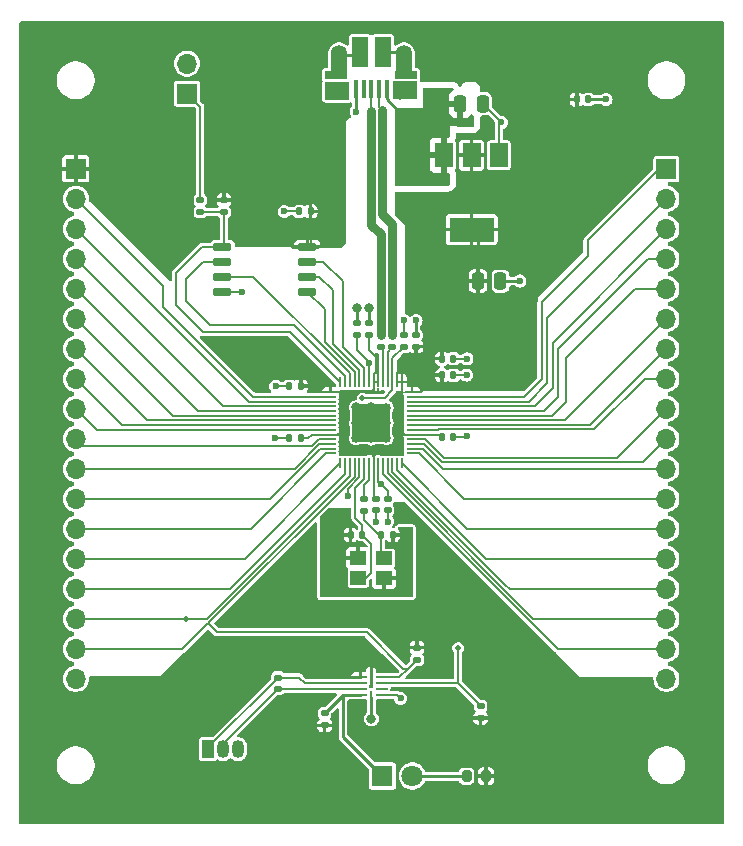
<source format=gbr>
%TF.GenerationSoftware,KiCad,Pcbnew,8.0.2-1*%
%TF.CreationDate,2024-05-28T19:32:54-07:00*%
%TF.ProjectId,BroncoSpaceRP2040,42726f6e-636f-4537-9061-636552503230,rev?*%
%TF.SameCoordinates,Original*%
%TF.FileFunction,Copper,L1,Top*%
%TF.FilePolarity,Positive*%
%FSLAX46Y46*%
G04 Gerber Fmt 4.6, Leading zero omitted, Abs format (unit mm)*
G04 Created by KiCad (PCBNEW 8.0.2-1) date 2024-05-28 19:32:54*
%MOMM*%
%LPD*%
G01*
G04 APERTURE LIST*
G04 Aperture macros list*
%AMRoundRect*
0 Rectangle with rounded corners*
0 $1 Rounding radius*
0 $2 $3 $4 $5 $6 $7 $8 $9 X,Y pos of 4 corners*
0 Add a 4 corners polygon primitive as box body*
4,1,4,$2,$3,$4,$5,$6,$7,$8,$9,$2,$3,0*
0 Add four circle primitives for the rounded corners*
1,1,$1+$1,$2,$3*
1,1,$1+$1,$4,$5*
1,1,$1+$1,$6,$7*
1,1,$1+$1,$8,$9*
0 Add four rect primitives between the rounded corners*
20,1,$1+$1,$2,$3,$4,$5,0*
20,1,$1+$1,$4,$5,$6,$7,0*
20,1,$1+$1,$6,$7,$8,$9,0*
20,1,$1+$1,$8,$9,$2,$3,0*%
G04 Aperture macros list end*
%TA.AperFunction,SMDPad,CuDef*%
%ADD10RoundRect,0.140000X-0.140000X-0.170000X0.140000X-0.170000X0.140000X0.170000X-0.140000X0.170000X0*%
%TD*%
%TA.AperFunction,SMDPad,CuDef*%
%ADD11RoundRect,0.135000X-0.185000X0.135000X-0.185000X-0.135000X0.185000X-0.135000X0.185000X0.135000X0*%
%TD*%
%TA.AperFunction,SMDPad,CuDef*%
%ADD12RoundRect,0.140000X-0.170000X0.140000X-0.170000X-0.140000X0.170000X-0.140000X0.170000X0.140000X0*%
%TD*%
%TA.AperFunction,SMDPad,CuDef*%
%ADD13RoundRect,0.140000X0.140000X0.170000X-0.140000X0.170000X-0.140000X-0.170000X0.140000X-0.170000X0*%
%TD*%
%TA.AperFunction,SMDPad,CuDef*%
%ADD14RoundRect,0.140000X0.170000X-0.140000X0.170000X0.140000X-0.170000X0.140000X-0.170000X-0.140000X0*%
%TD*%
%TA.AperFunction,SMDPad,CuDef*%
%ADD15RoundRect,0.250000X-0.250000X-0.475000X0.250000X-0.475000X0.250000X0.475000X-0.250000X0.475000X0*%
%TD*%
%TA.AperFunction,ComponentPad*%
%ADD16R,1.700000X1.700000*%
%TD*%
%TA.AperFunction,ComponentPad*%
%ADD17O,1.700000X1.700000*%
%TD*%
%TA.AperFunction,SMDPad,CuDef*%
%ADD18RoundRect,0.200000X-0.200000X-0.275000X0.200000X-0.275000X0.200000X0.275000X-0.200000X0.275000X0*%
%TD*%
%TA.AperFunction,SMDPad,CuDef*%
%ADD19RoundRect,0.150000X-0.650000X-0.150000X0.650000X-0.150000X0.650000X0.150000X-0.650000X0.150000X0*%
%TD*%
%TA.AperFunction,SMDPad,CuDef*%
%ADD20RoundRect,0.062500X-0.425000X-0.062500X0.425000X-0.062500X0.425000X0.062500X-0.425000X0.062500X0*%
%TD*%
%TA.AperFunction,SMDPad,CuDef*%
%ADD21RoundRect,0.062500X-0.062500X-0.425000X0.062500X-0.425000X0.062500X0.425000X-0.062500X0.425000X0*%
%TD*%
%TA.AperFunction,SMDPad,CuDef*%
%ADD22R,0.400000X1.650000*%
%TD*%
%TA.AperFunction,SMDPad,CuDef*%
%ADD23R,1.825000X0.700000*%
%TD*%
%TA.AperFunction,SMDPad,CuDef*%
%ADD24R,2.000000X1.500000*%
%TD*%
%TA.AperFunction,SMDPad,CuDef*%
%ADD25R,1.350000X2.000000*%
%TD*%
%TA.AperFunction,ComponentPad*%
%ADD26O,1.350000X1.700000*%
%TD*%
%TA.AperFunction,ComponentPad*%
%ADD27O,1.100000X1.500000*%
%TD*%
%TA.AperFunction,SMDPad,CuDef*%
%ADD28R,1.430000X2.500000*%
%TD*%
%TA.AperFunction,ComponentPad*%
%ADD29R,1.800000X1.800000*%
%TD*%
%TA.AperFunction,ComponentPad*%
%ADD30C,1.800000*%
%TD*%
%TA.AperFunction,SMDPad,CuDef*%
%ADD31R,1.400000X1.200000*%
%TD*%
%TA.AperFunction,SMDPad,CuDef*%
%ADD32RoundRect,0.135000X0.185000X-0.135000X0.185000X0.135000X-0.185000X0.135000X-0.185000X-0.135000X0*%
%TD*%
%TA.AperFunction,SMDPad,CuDef*%
%ADD33R,1.500000X2.000000*%
%TD*%
%TA.AperFunction,SMDPad,CuDef*%
%ADD34R,3.800000X2.000000*%
%TD*%
%TA.AperFunction,ComponentPad*%
%ADD35R,1.050000X1.500000*%
%TD*%
%TA.AperFunction,ComponentPad*%
%ADD36O,1.050000X1.500000*%
%TD*%
%TA.AperFunction,SMDPad,CuDef*%
%ADD37RoundRect,0.050000X-0.387500X-0.050000X0.387500X-0.050000X0.387500X0.050000X-0.387500X0.050000X0*%
%TD*%
%TA.AperFunction,SMDPad,CuDef*%
%ADD38RoundRect,0.050000X-0.050000X-0.387500X0.050000X-0.387500X0.050000X0.387500X-0.050000X0.387500X0*%
%TD*%
%TA.AperFunction,SMDPad,CuDef*%
%ADD39R,3.200000X3.200000*%
%TD*%
%TA.AperFunction,ViaPad*%
%ADD40C,0.600000*%
%TD*%
%TA.AperFunction,ViaPad*%
%ADD41C,0.800000*%
%TD*%
%TA.AperFunction,ViaPad*%
%ADD42C,0.500000*%
%TD*%
%TA.AperFunction,Conductor*%
%ADD43C,0.250000*%
%TD*%
%TA.AperFunction,Conductor*%
%ADD44C,0.200000*%
%TD*%
%TA.AperFunction,Conductor*%
%ADD45C,0.800000*%
%TD*%
G04 APERTURE END LIST*
D10*
%TO.P,C16,1*%
%TO.N,+3V3*%
X47410000Y61380000D03*
%TO.P,C16,2*%
%TO.N,GND*%
X48370000Y61380000D03*
%TD*%
D11*
%TO.P,R7,1*%
%TO.N,/GPIO14*%
X39275000Y10020000D03*
%TO.P,R7,2*%
%TO.N,+3V3*%
X39275000Y9000000D03*
%TD*%
D12*
%TO.P,C17,1*%
%TO.N,Net-(Q1-E)*%
X22112500Y12430000D03*
%TO.P,C17,2*%
%TO.N,Net-(Q1-B)*%
X22112500Y11470000D03*
%TD*%
D11*
%TO.P,R5,1*%
%TO.N,/XOUT*%
X29400000Y27572500D03*
%TO.P,R5,2*%
%TO.N,Net-(C14-Pad1)*%
X29400000Y26552500D03*
%TD*%
%TO.P,R4,1*%
%TO.N,Net-(J2-Pin_1)*%
X15540000Y52870000D03*
%TO.P,R4,2*%
%TO.N,/QSPI_SS*%
X15540000Y51850000D03*
%TD*%
D13*
%TO.P,C8,1*%
%TO.N,+3V3*%
X24042500Y37100000D03*
%TO.P,C8,2*%
%TO.N,GND*%
X23082500Y37100000D03*
%TD*%
D14*
%TO.P,C3,1*%
%TO.N,+1V1*%
X32800000Y40457500D03*
%TO.P,C3,2*%
%TO.N,GND*%
X32800000Y41417500D03*
%TD*%
D15*
%TO.P,C2,1*%
%TO.N,+3V3*%
X39050000Y46000000D03*
%TO.P,C2,2*%
%TO.N,GND*%
X40950000Y46000000D03*
%TD*%
D13*
%TO.P,C15,1*%
%TO.N,/XIN*%
X29230000Y24500000D03*
%TO.P,C15,2*%
%TO.N,GND*%
X28270000Y24500000D03*
%TD*%
D10*
%TO.P,C10,1*%
%TO.N,+3V3*%
X36005000Y39425000D03*
%TO.P,C10,2*%
%TO.N,GND*%
X36965000Y39425000D03*
%TD*%
%TO.P,C14,1*%
%TO.N,Net-(C14-Pad1)*%
X30870000Y24500000D03*
%TO.P,C14,2*%
%TO.N,GND*%
X31830000Y24500000D03*
%TD*%
D16*
%TO.P,J4,1,Pin_1*%
%TO.N,/GPIO_ADC3*%
X55000000Y55500000D03*
D17*
%TO.P,J4,2,Pin_2*%
%TO.N,/GPIO_ADC2*%
X55000000Y52960000D03*
%TO.P,J4,3,Pin_3*%
%TO.N,/GPIO_ADC1*%
X55000000Y50420000D03*
%TO.P,J4,4,Pin_4*%
%TO.N,/GPIO_ADC0*%
X55000000Y47880000D03*
%TO.P,J4,5,Pin_5*%
%TO.N,/GPIO25*%
X55000000Y45340000D03*
%TO.P,J4,6,Pin_6*%
%TO.N,/GPIO24*%
X55000000Y42800000D03*
%TO.P,J4,7,Pin_7*%
%TO.N,/GPIO23*%
X55000000Y40260000D03*
%TO.P,J4,8,Pin_8*%
%TO.N,/GPIO22*%
X55000000Y37720000D03*
%TO.P,J4,9,Pin_9*%
%TO.N,/GPIO21*%
X55000000Y35180000D03*
%TO.P,J4,10,Pin_10*%
%TO.N,/GPIO20*%
X55000000Y32640000D03*
%TO.P,J4,11,Pin_11*%
%TO.N,/GPIO19*%
X55000000Y30100000D03*
%TO.P,J4,12,Pin_12*%
%TO.N,/GPIO18*%
X55000000Y27560000D03*
%TO.P,J4,13,Pin_13*%
%TO.N,/GPIO17*%
X55000000Y25020000D03*
%TO.P,J4,14,Pin_14*%
%TO.N,/GPIO16*%
X55000000Y22480000D03*
%TO.P,J4,15,Pin_15*%
%TO.N,/RUN*%
X55000000Y19940000D03*
%TO.P,J4,16,Pin_16*%
%TO.N,/SWD*%
X55000000Y17400000D03*
%TO.P,J4,17,Pin_17*%
%TO.N,/SWCLK*%
X55000000Y14860000D03*
%TO.P,J4,18,Pin_18*%
%TO.N,GND*%
X55000000Y12320000D03*
%TD*%
D18*
%TO.P,R_Limit1,1*%
%TO.N,Net-(D1-A)*%
X38075000Y4080000D03*
%TO.P,R_Limit1,2*%
%TO.N,+3V3*%
X39725000Y4080000D03*
%TD*%
D12*
%TO.P,C5,1*%
%TO.N,+1V1*%
X31400000Y27542500D03*
%TO.P,C5,2*%
%TO.N,GND*%
X31400000Y26582500D03*
%TD*%
D16*
%TO.P,J2,1,Pin_1*%
%TO.N,Net-(J2-Pin_1)*%
X14410000Y61870000D03*
D17*
%TO.P,J2,2,Pin_2*%
%TO.N,GND*%
X14410000Y64410000D03*
%TD*%
D11*
%TO.P,R10,1*%
%TO.N,/LED_ALERT*%
X26070000Y9400000D03*
%TO.P,R10,2*%
%TO.N,+3V3*%
X26070000Y8380000D03*
%TD*%
D10*
%TO.P,C11,1*%
%TO.N,+3V3*%
X36005000Y38025000D03*
%TO.P,C11,2*%
%TO.N,GND*%
X36965000Y38025000D03*
%TD*%
D19*
%TO.P,U3,1,~{CS}*%
%TO.N,/QSPI_SS*%
X17400000Y48905000D03*
%TO.P,U3,2,DO(IO1)*%
%TO.N,/QSPI_SD1*%
X17400000Y47635000D03*
%TO.P,U3,3,IO2*%
%TO.N,/QSPI_SD2*%
X17400000Y46365000D03*
%TO.P,U3,4,GND*%
%TO.N,GND*%
X17400000Y45095000D03*
%TO.P,U3,5,DI(IO0)*%
%TO.N,/QSPI_SD0*%
X24600000Y45095000D03*
%TO.P,U3,6,CLK*%
%TO.N,/QSPI_SCLK*%
X24600000Y46365000D03*
%TO.P,U3,7,IO3*%
%TO.N,/QSPI_SD3*%
X24600000Y47635000D03*
%TO.P,U3,8,VCC*%
%TO.N,+3V3*%
X24600000Y48905000D03*
%TD*%
D20*
%TO.P,U4,1,V+*%
%TO.N,+3V3*%
X29112500Y12450000D03*
%TO.P,U4,2,D+*%
%TO.N,Net-(Q1-E)*%
X29112500Y11950000D03*
%TO.P,U4,3,D-*%
%TO.N,Net-(Q1-B)*%
X29112500Y11450000D03*
%TO.P,U4,4,~{THERM}*%
%TO.N,/LED_ALERT*%
X29112500Y10950000D03*
D21*
%TO.P,U4,5,A0*%
%TO.N,GND*%
X30000000Y10812500D03*
D20*
%TO.P,U4,6,GND*%
X30887500Y10950000D03*
%TO.P,U4,7,~{ALERT/THERM2}*%
%TO.N,unconnected-(U4-~{ALERT{slash}THERM2}-Pad7)*%
X30887500Y11450000D03*
%TO.P,U4,8,SDA*%
%TO.N,/GPIO14*%
X30887500Y11950000D03*
%TO.P,U4,9,SCL*%
%TO.N,/GPIO15*%
X30887500Y12450000D03*
D21*
%TO.P,U4,10,A1*%
%TO.N,+3V3*%
X30000000Y12587500D03*
%TD*%
D16*
%TO.P,J3,1,Pin_1*%
%TO.N,+3V3*%
X5000000Y55500000D03*
D17*
%TO.P,J3,2,Pin_2*%
%TO.N,/GPIO0*%
X5000000Y52960000D03*
%TO.P,J3,3,Pin_3*%
%TO.N,/GPIO1*%
X5000000Y50420000D03*
%TO.P,J3,4,Pin_4*%
%TO.N,/GPIO2*%
X5000000Y47880000D03*
%TO.P,J3,5,Pin_5*%
%TO.N,/GPIO3*%
X5000000Y45340000D03*
%TO.P,J3,6,Pin_6*%
%TO.N,/GPIO4*%
X5000000Y42800000D03*
%TO.P,J3,7,Pin_7*%
%TO.N,/GPIO5*%
X5000000Y40260000D03*
%TO.P,J3,8,Pin_8*%
%TO.N,/GPIO6*%
X5000000Y37720000D03*
%TO.P,J3,9,Pin_9*%
%TO.N,/GPIO7*%
X5000000Y35180000D03*
%TO.P,J3,10,Pin_10*%
%TO.N,/GPIO8*%
X5000000Y32640000D03*
%TO.P,J3,11,Pin_11*%
%TO.N,/GPIO9*%
X5000000Y30100000D03*
%TO.P,J3,12,Pin_12*%
%TO.N,/GPIO10*%
X5000000Y27560000D03*
%TO.P,J3,13,Pin_13*%
%TO.N,/GPIO11*%
X5000000Y25020000D03*
%TO.P,J3,14,Pin_14*%
%TO.N,/GPIO12*%
X5000000Y22480000D03*
%TO.P,J3,15,Pin_15*%
%TO.N,/GPIO13*%
X5000000Y19940000D03*
%TO.P,J3,16,Pin_16*%
%TO.N,/GPIO14*%
X5000000Y17400000D03*
%TO.P,J3,17,Pin_17*%
%TO.N,/GPIO15*%
X5000000Y14860000D03*
%TO.P,J3,18,Pin_18*%
%TO.N,GND*%
X5000000Y12320000D03*
%TD*%
D22*
%TO.P,J1,1,VBUS*%
%TO.N,VBUS*%
X31325000Y62235000D03*
%TO.P,J1,2,D-*%
%TO.N,/USB_D-*%
X30675000Y62235000D03*
%TO.P,J1,3,D+*%
%TO.N,/USB_D+*%
X30025000Y62235000D03*
%TO.P,J1,4,ID*%
%TO.N,unconnected-(J1-ID-Pad4)*%
X29375000Y62235000D03*
%TO.P,J1,5,GND*%
%TO.N,GND*%
X28725000Y62235000D03*
D23*
%TO.P,J1,6,Shield*%
X32975000Y63435000D03*
D24*
X32875000Y62135000D03*
D25*
X32755000Y64185000D03*
D26*
X32755000Y65115000D03*
D27*
X32445000Y62115000D03*
D28*
X30985000Y65385000D03*
X29065000Y65385000D03*
D27*
X27605000Y62115000D03*
D26*
X27295000Y65115000D03*
D25*
X27275000Y64185000D03*
D24*
X27125000Y62115000D03*
D23*
X27025000Y63435000D03*
%TD*%
D29*
%TO.P,D1,1,K*%
%TO.N,/LED_ALERT*%
X30950000Y4100000D03*
D30*
%TO.P,D1,2,A*%
%TO.N,Net-(D1-A)*%
X33490000Y4100000D03*
%TD*%
D11*
%TO.P,R2,1*%
%TO.N,/USB_D-*%
X31800000Y41447500D03*
%TO.P,R2,2*%
%TO.N,Net-(U1-USB_DM)*%
X31800000Y40427500D03*
%TD*%
D13*
%TO.P,C13,1*%
%TO.N,+3V3*%
X24042500Y32725000D03*
%TO.P,C13,2*%
%TO.N,GND*%
X23082500Y32725000D03*
%TD*%
D11*
%TO.P,R1,1*%
%TO.N,/USB_D+*%
X30800000Y41447500D03*
%TO.P,R1,2*%
%TO.N,Net-(U1-USB_DP)*%
X30800000Y40427500D03*
%TD*%
D31*
%TO.P,Y1,1,1*%
%TO.N,/XIN*%
X28900000Y20850000D03*
%TO.P,Y1,2,2*%
%TO.N,GND*%
X31100000Y20850000D03*
%TO.P,Y1,3,3*%
%TO.N,Net-(C14-Pad1)*%
X31100000Y22550000D03*
%TO.P,Y1,4,4*%
%TO.N,GND*%
X28900000Y22550000D03*
%TD*%
D12*
%TO.P,C9,1*%
%TO.N,+3V3*%
X30400000Y27542500D03*
%TO.P,C9,2*%
%TO.N,GND*%
X30400000Y26582500D03*
%TD*%
D10*
%TO.P,C12,1*%
%TO.N,+3V3*%
X36005000Y32825000D03*
%TO.P,C12,2*%
%TO.N,GND*%
X36965000Y32825000D03*
%TD*%
D32*
%TO.P,R8,1*%
%TO.N,/GPIO15*%
X33887500Y13940000D03*
%TO.P,R8,2*%
%TO.N,+3V3*%
X33887500Y14960000D03*
%TD*%
D15*
%TO.P,C1,1*%
%TO.N,VBUS*%
X37550000Y61000000D03*
%TO.P,C1,2*%
%TO.N,GND*%
X39450000Y61000000D03*
%TD*%
D33*
%TO.P,U2,1,GND*%
%TO.N,GND*%
X40800000Y56650000D03*
%TO.P,U2,2,VO*%
%TO.N,+3V3*%
X38500000Y56650000D03*
D34*
X38500000Y50350000D03*
D33*
%TO.P,U2,3,VI*%
%TO.N,VBUS*%
X36200000Y56650000D03*
%TD*%
D14*
%TO.P,C6,1*%
%TO.N,+3V3*%
X33800000Y40457500D03*
%TO.P,C6,2*%
%TO.N,GND*%
X33800000Y41417500D03*
%TD*%
D35*
%TO.P,Q1,1,E*%
%TO.N,Net-(Q1-E)*%
X16200000Y6370000D03*
D36*
%TO.P,Q1,2,B*%
%TO.N,Net-(Q1-B)*%
X17470000Y6370000D03*
%TO.P,Q1,3,C*%
%TO.N,GND*%
X18740000Y6370000D03*
%TD*%
D37*
%TO.P,U1,1,IOVDD*%
%TO.N,+3V3*%
X26562500Y36600000D03*
%TO.P,U1,2,GPIO0*%
%TO.N,/GPIO0*%
X26562500Y36200000D03*
%TO.P,U1,3,GPIO1*%
%TO.N,/GPIO1*%
X26562500Y35800000D03*
%TO.P,U1,4,GPIO2*%
%TO.N,/GPIO2*%
X26562500Y35400000D03*
%TO.P,U1,5,GPIO3*%
%TO.N,/GPIO3*%
X26562500Y35000000D03*
%TO.P,U1,6,GPIO4*%
%TO.N,/GPIO4*%
X26562500Y34600000D03*
%TO.P,U1,7,GPIO5*%
%TO.N,/GPIO5*%
X26562500Y34200000D03*
%TO.P,U1,8,GPIO6*%
%TO.N,/GPIO6*%
X26562500Y33800000D03*
%TO.P,U1,9,GPIO7*%
%TO.N,/GPIO7*%
X26562500Y33400000D03*
%TO.P,U1,10,IOVDD*%
%TO.N,+3V3*%
X26562500Y33000000D03*
%TO.P,U1,11,GPIO8*%
%TO.N,/GPIO8*%
X26562500Y32600000D03*
%TO.P,U1,12,GPIO9*%
%TO.N,/GPIO9*%
X26562500Y32200000D03*
%TO.P,U1,13,GPIO10*%
%TO.N,/GPIO10*%
X26562500Y31800000D03*
%TO.P,U1,14,GPIO11*%
%TO.N,/GPIO11*%
X26562500Y31400000D03*
D38*
%TO.P,U1,15,GPIO12*%
%TO.N,/GPIO12*%
X27400000Y30562500D03*
%TO.P,U1,16,GPIO13*%
%TO.N,/GPIO13*%
X27800000Y30562500D03*
%TO.P,U1,17,GPIO14*%
%TO.N,/GPIO14*%
X28200000Y30562500D03*
%TO.P,U1,18,GPIO15*%
%TO.N,/GPIO15*%
X28600000Y30562500D03*
%TO.P,U1,19,TESTEN*%
%TO.N,GND*%
X29000000Y30562500D03*
%TO.P,U1,20,XIN*%
%TO.N,/XIN*%
X29400000Y30562500D03*
%TO.P,U1,21,XOUT*%
%TO.N,/XOUT*%
X29800000Y30562500D03*
%TO.P,U1,22,IOVDD*%
%TO.N,+3V3*%
X30200000Y30562500D03*
%TO.P,U1,23,DVDD*%
%TO.N,+1V1*%
X30600000Y30562500D03*
%TO.P,U1,24,SWCLK*%
%TO.N,/SWCLK*%
X31000000Y30562500D03*
%TO.P,U1,25,SWD*%
%TO.N,/SWD*%
X31400000Y30562500D03*
%TO.P,U1,26,RUN*%
%TO.N,/RUN*%
X31800000Y30562500D03*
%TO.P,U1,27,GPIO16*%
%TO.N,/GPIO16*%
X32200000Y30562500D03*
%TO.P,U1,28,GPIO17*%
%TO.N,/GPIO17*%
X32600000Y30562500D03*
D37*
%TO.P,U1,29,GPIO18*%
%TO.N,/GPIO18*%
X33437500Y31400000D03*
%TO.P,U1,30,GPIO19*%
%TO.N,/GPIO19*%
X33437500Y31800000D03*
%TO.P,U1,31,GPIO20*%
%TO.N,/GPIO20*%
X33437500Y32200000D03*
%TO.P,U1,32,GPIO21*%
%TO.N,/GPIO21*%
X33437500Y32600000D03*
%TO.P,U1,33,IOVDD*%
%TO.N,+3V3*%
X33437500Y33000000D03*
%TO.P,U1,34,GPIO22*%
%TO.N,/GPIO22*%
X33437500Y33400000D03*
%TO.P,U1,35,GPIO23*%
%TO.N,/GPIO23*%
X33437500Y33800000D03*
%TO.P,U1,36,GPIO24*%
%TO.N,/GPIO24*%
X33437500Y34200000D03*
%TO.P,U1,37,GPIO25*%
%TO.N,/GPIO25*%
X33437500Y34600000D03*
%TO.P,U1,38,GPIO26_ADC0*%
%TO.N,/GPIO_ADC0*%
X33437500Y35000000D03*
%TO.P,U1,39,GPIO27_ADC1*%
%TO.N,/GPIO_ADC1*%
X33437500Y35400000D03*
%TO.P,U1,40,GPIO28_ADC2*%
%TO.N,/GPIO_ADC2*%
X33437500Y35800000D03*
%TO.P,U1,41,GPIO29_ADC3*%
%TO.N,/GPIO_ADC3*%
X33437500Y36200000D03*
%TO.P,U1,42,IOVDD*%
%TO.N,+3V3*%
X33437500Y36600000D03*
D38*
%TO.P,U1,43,ADC_AVDD*%
X32600000Y37437500D03*
%TO.P,U1,44,VREG_IN*%
X32200000Y37437500D03*
%TO.P,U1,45,VREG_VOUT*%
%TO.N,+1V1*%
X31800000Y37437500D03*
%TO.P,U1,46,USB_DM*%
%TO.N,Net-(U1-USB_DM)*%
X31400000Y37437500D03*
%TO.P,U1,47,USB_DP*%
%TO.N,Net-(U1-USB_DP)*%
X31000000Y37437500D03*
%TO.P,U1,48,USB_VDD*%
%TO.N,+3V3*%
X30600000Y37437500D03*
%TO.P,U1,49,IOVDD*%
X30200000Y37437500D03*
%TO.P,U1,50,DVDD*%
%TO.N,+1V1*%
X29800000Y37437500D03*
%TO.P,U1,51,QSPI_SD3*%
%TO.N,/QSPI_SD3*%
X29400000Y37437500D03*
%TO.P,U1,52,QSPI_SCLK*%
%TO.N,/QSPI_SCLK*%
X29000000Y37437500D03*
%TO.P,U1,53,QSPI_SD0*%
%TO.N,/QSPI_SD0*%
X28600000Y37437500D03*
%TO.P,U1,54,QSPI_SD2*%
%TO.N,/QSPI_SD2*%
X28200000Y37437500D03*
%TO.P,U1,55,QSPI_SD1*%
%TO.N,/QSPI_SD1*%
X27800000Y37437500D03*
%TO.P,U1,56,QSPI_SS*%
%TO.N,/QSPI_SS*%
X27400000Y37437500D03*
D39*
%TO.P,U1,57,GND*%
%TO.N,GND*%
X30000000Y34000000D03*
%TD*%
D11*
%TO.P,R3,1*%
%TO.N,+3V3*%
X17540000Y52870000D03*
%TO.P,R3,2*%
%TO.N,/QSPI_SS*%
X17540000Y51850000D03*
%TD*%
D14*
%TO.P,C7,1*%
%TO.N,+3V3*%
X29800000Y41457500D03*
%TO.P,C7,2*%
%TO.N,GND*%
X29800000Y42417500D03*
%TD*%
%TO.P,C4,1*%
%TO.N,+1V1*%
X28800000Y41457500D03*
%TO.P,C4,2*%
%TO.N,GND*%
X28800000Y42417500D03*
%TD*%
D13*
%TO.P,C18,1*%
%TO.N,+3V3*%
X24880000Y51905000D03*
%TO.P,C18,2*%
%TO.N,GND*%
X23920000Y51905000D03*
%TD*%
D40*
%TO.N,GND*%
X31400000Y25640000D03*
X38090000Y38040000D03*
D41*
X30000000Y35300000D03*
X31290000Y34010000D03*
D40*
X42590000Y46000000D03*
D41*
X28730000Y33990000D03*
D40*
X28730000Y60340000D03*
X22640000Y51910000D03*
X28000000Y27825000D03*
D41*
X28710000Y35300000D03*
D40*
X38090000Y32840000D03*
X19050000Y45080000D03*
D41*
X28810000Y43760000D03*
X28730000Y32740000D03*
D40*
X32740000Y21710000D03*
X30400000Y25630000D03*
X21890000Y32720000D03*
X32500000Y10675000D03*
X33810000Y42680000D03*
X32800000Y42670000D03*
X27170000Y24470000D03*
X32870000Y24490000D03*
D41*
X29800000Y43690000D03*
X31290000Y35290000D03*
D40*
X38110000Y39410000D03*
D41*
X30020000Y34010000D03*
X30025000Y8950000D03*
D40*
X27250000Y21700000D03*
X49890000Y61380000D03*
X41020000Y59430000D03*
X21930000Y37100000D03*
D41*
X28730000Y32740000D03*
X31300000Y32690000D03*
X30020000Y32680000D03*
%TO.N,+3V3*%
X35010000Y64610000D03*
X24860000Y64650000D03*
D40*
%TO.N,+1V1*%
X29800000Y39100000D03*
D42*
X29260000Y36100000D03*
D40*
X30825000Y28800000D03*
D42*
%TO.N,/GPIO14*%
X14310000Y17400000D03*
X37360000Y14920000D03*
%TD*%
D43*
%TO.N,VBUS*%
X31325000Y61410000D02*
X32210000Y60525000D01*
X32210000Y60525000D02*
X32210000Y60380000D01*
X31325000Y62235000D02*
X31325000Y61410000D01*
D44*
%TO.N,GND*%
X30887500Y10950000D02*
X32225000Y10950000D01*
X27200000Y24500000D02*
X27170000Y24470000D01*
X19035000Y45095000D02*
X19050000Y45080000D01*
D43*
X29800000Y42417500D02*
X29800000Y43690000D01*
X30000000Y10812500D02*
X30000000Y8975000D01*
D44*
X23082500Y32725000D02*
X21895000Y32725000D01*
X40800000Y56650000D02*
X40800000Y59210000D01*
X29000000Y29387656D02*
X28000000Y28387656D01*
X29000000Y30562500D02*
X29000000Y29387656D01*
X23082500Y37100000D02*
X21930000Y37100000D01*
D43*
X30985000Y65385000D02*
X32485000Y65385000D01*
D44*
X32225000Y10950000D02*
X32500000Y10675000D01*
D43*
X48370000Y61380000D02*
X49890000Y61380000D01*
D44*
X22645000Y51905000D02*
X22640000Y51910000D01*
D43*
X32485000Y65385000D02*
X32755000Y65115000D01*
X28725000Y60345000D02*
X28730000Y60340000D01*
D44*
X31830000Y24500000D02*
X32860000Y24500000D01*
D43*
X28800000Y43750000D02*
X28810000Y43760000D01*
X33800000Y42670000D02*
X33810000Y42680000D01*
X30000000Y8975000D02*
X30025000Y8950000D01*
X28800000Y42417500D02*
X28800000Y43750000D01*
X40950000Y46000000D02*
X42590000Y46000000D01*
X33800000Y41417500D02*
X33800000Y42670000D01*
X28795000Y65115000D02*
X29065000Y65385000D01*
D44*
X31400000Y26582500D02*
X31400000Y25640000D01*
X32860000Y24500000D02*
X32870000Y24490000D01*
X28270000Y24500000D02*
X27200000Y24500000D01*
X38075000Y38025000D02*
X38090000Y38040000D01*
X36965000Y38025000D02*
X38075000Y38025000D01*
X40800000Y59210000D02*
X41020000Y59430000D01*
X36965000Y39425000D02*
X38095000Y39425000D01*
X17400000Y45095000D02*
X19035000Y45095000D01*
D43*
X28725000Y62235000D02*
X28725000Y60345000D01*
D44*
X38075000Y32825000D02*
X38090000Y32840000D01*
X36965000Y32825000D02*
X38075000Y32825000D01*
X30400000Y26582500D02*
X30400000Y25630000D01*
X32800000Y41417500D02*
X32800000Y42670000D01*
X38095000Y39425000D02*
X38110000Y39410000D01*
X21895000Y32725000D02*
X21890000Y32720000D01*
D43*
X27295000Y65115000D02*
X28795000Y65115000D01*
D44*
X39450000Y61000000D02*
X41020000Y59430000D01*
X28000000Y28387656D02*
X28000000Y27825000D01*
X23920000Y51905000D02*
X22645000Y51905000D01*
%TO.N,+3V3*%
X30600000Y38760000D02*
X30600000Y38540000D01*
X32200000Y37437500D02*
X32200000Y38240000D01*
X36005000Y32825000D02*
X35830000Y33000000D01*
X26562500Y33000000D02*
X27260000Y33000000D01*
X34250000Y36600000D02*
X34480000Y36830000D01*
X33437500Y36600000D02*
X34250000Y36600000D01*
X30600000Y38540000D02*
X30200000Y38140000D01*
X32200000Y38240000D02*
X33480000Y39520000D01*
X25570000Y36600000D02*
X27400000Y36600000D01*
D43*
X39050000Y49800000D02*
X38500000Y50350000D01*
D44*
X24880000Y49185000D02*
X24600000Y48905000D01*
X30200000Y31190000D02*
X30380000Y31370000D01*
X26562500Y36600000D02*
X25570000Y36600000D01*
X30500000Y38970000D02*
X30600000Y38870000D01*
D43*
X39050000Y46000000D02*
X39050000Y49800000D01*
D44*
X24970000Y33000000D02*
X24640000Y32670000D01*
X24880000Y51905000D02*
X24880000Y49185000D01*
X26562500Y33000000D02*
X24970000Y33000000D01*
X33437500Y33000000D02*
X32630000Y33000000D01*
X29800000Y41457500D02*
X29800000Y40170000D01*
D43*
X30000000Y13900000D02*
X30010000Y13910000D01*
D44*
X32860000Y36600000D02*
X33437500Y36600000D01*
D43*
X29112500Y12450000D02*
X27820000Y12450000D01*
D44*
X29800000Y40170000D02*
X30500000Y39470000D01*
X30200000Y30562500D02*
X30200000Y31190000D01*
X30200000Y37437500D02*
X30200000Y38140000D01*
X30400000Y27542500D02*
X30200000Y27742500D01*
D43*
X30000000Y13125000D02*
X30000000Y13900000D01*
D44*
X35830000Y33000000D02*
X33437500Y33000000D01*
X24640000Y32670000D02*
X24585000Y32725000D01*
X30600000Y38870000D02*
X30600000Y38760000D01*
X30500000Y39470000D02*
X30500000Y38970000D01*
X30200000Y37437500D02*
X30200000Y36610000D01*
X24585000Y32725000D02*
X24042500Y32725000D01*
X30000000Y12587500D02*
X30000000Y13125000D01*
X30600000Y38540000D02*
X30600000Y37437500D01*
X30200000Y27742500D02*
X30200000Y30562500D01*
%TO.N,+1V1*%
X29800000Y39100000D02*
X29800000Y37437500D01*
X28800000Y41457500D02*
X28800000Y40180000D01*
X32800000Y40457500D02*
X31800000Y39457500D01*
X31800000Y36750000D02*
X31150000Y36100000D01*
X30600000Y29025000D02*
X30600000Y30562500D01*
X31400000Y28225000D02*
X31400000Y27542500D01*
X31800000Y37437500D02*
X31800000Y36750000D01*
X29800000Y39180000D02*
X29800000Y39100000D01*
X30825000Y28800000D02*
X30600000Y29025000D01*
X30825000Y28800000D02*
X31400000Y28225000D01*
X28800000Y40180000D02*
X29800000Y39180000D01*
X31150000Y36100000D02*
X29260000Y36100000D01*
X31800000Y39457500D02*
X31800000Y37437500D01*
%TO.N,Net-(C14-Pad1)*%
X30674400Y24500000D02*
X30870000Y24500000D01*
X29400000Y26552500D02*
X29400000Y25774400D01*
X30870000Y24500000D02*
X30870000Y22780000D01*
X30870000Y22780000D02*
X31100000Y22550000D01*
X29400000Y25774400D02*
X30674400Y24500000D01*
%TO.N,/XIN*%
X30020000Y23710000D02*
X30020000Y21270000D01*
X28620000Y28445000D02*
X28620000Y25950000D01*
X29063000Y28895448D02*
X29063000Y28888000D01*
X29400000Y30562500D02*
X29400000Y29232448D01*
X30020000Y21270000D02*
X29600000Y20850000D01*
X29230000Y25340000D02*
X29230000Y24500000D01*
X29230000Y24500000D02*
X30020000Y23710000D01*
X29600000Y20850000D02*
X28900000Y20850000D01*
X29063000Y28888000D02*
X28620000Y28445000D01*
X28620000Y25950000D02*
X29230000Y25340000D01*
X29400000Y29232448D02*
X29063000Y28895448D01*
%TO.N,/USB_D-*%
X30952000Y60458000D02*
X30675000Y60735000D01*
D45*
X31800000Y50860000D02*
X30952000Y51708000D01*
X30952000Y51708000D02*
X30952000Y60458000D01*
X30952000Y60458000D02*
X30950000Y60460000D01*
X31800000Y41447500D02*
X31800000Y50860000D01*
D44*
X30675000Y60735000D02*
X30675000Y62235000D01*
D45*
%TO.N,/USB_D+*%
X30020000Y60380000D02*
X30020000Y50730000D01*
D44*
X30025000Y62235000D02*
X30025000Y60655000D01*
X30025000Y60655000D02*
X30020000Y60650000D01*
X30020000Y60650000D02*
X30020000Y60380000D01*
D45*
X30800000Y49950000D02*
X30800000Y41447500D01*
X30020000Y50730000D02*
X30800000Y49950000D01*
D44*
%TO.N,Net-(J2-Pin_1)*%
X15540000Y60740000D02*
X14410000Y61870000D01*
X15540000Y52870000D02*
X15540000Y60740000D01*
%TO.N,/GPIO0*%
X26562500Y36200000D02*
X19997552Y36200000D01*
X12390000Y43807552D02*
X12390000Y45570000D01*
X19997552Y36200000D02*
X12390000Y43807552D01*
X12390000Y45570000D02*
X5000000Y52960000D01*
%TO.N,/GPIO1*%
X19620000Y35800000D02*
X5000000Y50420000D01*
X26562500Y35800000D02*
X19620000Y35800000D01*
%TO.N,/GPIO2*%
X17480000Y35400000D02*
X5000000Y47880000D01*
X26562500Y35400000D02*
X17480000Y35400000D01*
%TO.N,/GPIO3*%
X26562500Y35000000D02*
X15340000Y35000000D01*
X15340000Y35000000D02*
X5000000Y45340000D01*
%TO.N,/GPIO4*%
X26562500Y34600000D02*
X13200000Y34600000D01*
X13200000Y34600000D02*
X5000000Y42800000D01*
%TO.N,/GPIO5*%
X26562500Y34200000D02*
X11060000Y34200000D01*
X11060000Y34200000D02*
X5000000Y40260000D01*
%TO.N,/GPIO6*%
X8920000Y33800000D02*
X5000000Y37720000D01*
X26562500Y33800000D02*
X8920000Y33800000D01*
%TO.N,/GPIO7*%
X6780000Y33400000D02*
X5000000Y35180000D01*
X26562500Y33400000D02*
X6780000Y33400000D01*
%TO.N,/GPIO8*%
X5598568Y32041432D02*
X5000000Y32640000D01*
X25550000Y32600000D02*
X24991432Y32041432D01*
X26562500Y32600000D02*
X25550000Y32600000D01*
X24991432Y32041432D02*
X5598568Y32041432D01*
%TO.N,/GPIO9*%
X23512448Y30100000D02*
X5000000Y30100000D01*
X26562500Y32200000D02*
X25612448Y32200000D01*
X25612448Y32200000D02*
X23512448Y30100000D01*
%TO.N,/GPIO10*%
X26562500Y31800000D02*
X25674896Y31800000D01*
X25674896Y31800000D02*
X21434896Y27560000D01*
X21434896Y27560000D02*
X5000000Y27560000D01*
%TO.N,/GPIO11*%
X26175000Y31400000D02*
X19795000Y25020000D01*
X26562500Y31400000D02*
X26175000Y31400000D01*
X19795000Y25020000D02*
X5000000Y25020000D01*
%TO.N,/GPIO12*%
X27400000Y30562500D02*
X19317500Y22480000D01*
X19317500Y22480000D02*
X5000000Y22480000D01*
%TO.N,/GPIO13*%
X27800000Y29675000D02*
X27750000Y29675000D01*
X27750000Y29675000D02*
X18015000Y19940000D01*
X18015000Y19940000D02*
X5000000Y19940000D01*
X27800000Y30562500D02*
X27800000Y29675000D01*
%TO.N,/GPIO14*%
X37345000Y11950000D02*
X39275000Y10020000D01*
X37360000Y14920000D02*
X37360000Y11965000D01*
X30887500Y11950000D02*
X37345000Y11950000D01*
X37360000Y11965000D02*
X37345000Y11950000D01*
X28200000Y29512552D02*
X16087448Y17400000D01*
X16087448Y17400000D02*
X5000000Y17400000D01*
X28200000Y30562500D02*
X28200000Y29512552D01*
%TO.N,/GPIO15*%
X33128750Y13181250D02*
X32708750Y13181250D01*
X16930000Y16280000D02*
X16189948Y17020052D01*
X32708750Y13181250D02*
X29610000Y16280000D01*
X14009896Y14860000D02*
X5000000Y14860000D01*
X29610000Y16280000D02*
X16930000Y16280000D01*
X28600000Y29450104D02*
X16189948Y17040052D01*
X32397500Y12450000D02*
X33128750Y13181250D01*
X16189948Y17020052D02*
X16189948Y17040052D01*
X30887500Y12450000D02*
X32397500Y12450000D01*
X16189948Y17040052D02*
X14009896Y14860000D01*
X28600000Y30562500D02*
X28600000Y29450104D01*
X33128750Y13181250D02*
X33887500Y13940000D01*
%TO.N,/GPIO_ADC3*%
X44425000Y44215000D02*
X48330000Y48120000D01*
X54360000Y55500000D02*
X55000000Y55500000D01*
X42925000Y36200000D02*
X44425000Y37700000D01*
X48330000Y48120000D02*
X48330000Y49470000D01*
X48330000Y49470000D02*
X54360000Y55500000D01*
X33437500Y36200000D02*
X42925000Y36200000D01*
X44425000Y37700000D02*
X44425000Y44215000D01*
%TO.N,/GPIO_ADC2*%
X33437500Y35800000D02*
X43375000Y35800000D01*
X43375000Y35800000D02*
X44925000Y37350000D01*
X44925000Y37350000D02*
X44925000Y42885000D01*
X44925000Y42885000D02*
X55000000Y52960000D01*
%TO.N,/GPIO_ADC1*%
X45375000Y40795000D02*
X55000000Y50420000D01*
X45375000Y36925000D02*
X45375000Y40795000D01*
X33437500Y35400000D02*
X43850000Y35400000D01*
X43850000Y35400000D02*
X45375000Y36925000D01*
%TO.N,/GPIO_ADC0*%
X45850000Y36200000D02*
X45850000Y40250000D01*
X53480000Y47880000D02*
X55000000Y47880000D01*
X44650000Y35000000D02*
X45850000Y36200000D01*
X33437500Y35000000D02*
X44650000Y35000000D01*
X45850000Y40250000D02*
X53480000Y47880000D01*
%TO.N,/GPIO25*%
X45325000Y34600000D02*
X46500000Y35775000D01*
X46500000Y35775000D02*
X46500000Y39475000D01*
X46500000Y39475000D02*
X52365000Y45340000D01*
X52365000Y45340000D02*
X55000000Y45340000D01*
X33437500Y34600000D02*
X45325000Y34600000D01*
%TO.N,/GPIO24*%
X46400000Y34200000D02*
X55000000Y42800000D01*
X33437500Y34200000D02*
X46400000Y34200000D01*
%TO.N,/GPIO23*%
X33437500Y33800000D02*
X48540000Y33800000D01*
X48540000Y33800000D02*
X55000000Y40260000D01*
%TO.N,/GPIO22*%
X35692744Y33445000D02*
X48905000Y33445000D01*
X53180000Y37720000D02*
X55000000Y37720000D01*
X33437500Y33400000D02*
X35647744Y33400000D01*
X35647744Y33400000D02*
X35692744Y33445000D01*
X48905000Y33445000D02*
X53180000Y37720000D01*
%TO.N,/GPIO21*%
X33437500Y32600000D02*
X34600000Y32600000D01*
X50845000Y31025000D02*
X55000000Y35180000D01*
X36175000Y31025000D02*
X50845000Y31025000D01*
X34600000Y32600000D02*
X36175000Y31025000D01*
%TO.N,/GPIO20*%
X34450000Y32200000D02*
X35975000Y30675000D01*
X53035000Y30675000D02*
X55000000Y32640000D01*
X35975000Y30675000D02*
X53035000Y30675000D01*
X33437500Y32200000D02*
X34450000Y32200000D01*
%TO.N,/GPIO19*%
X34350000Y31800000D02*
X36050000Y30100000D01*
X33437500Y31800000D02*
X34350000Y31800000D01*
X36050000Y30100000D02*
X55000000Y30100000D01*
%TO.N,/GPIO18*%
X33437500Y31400000D02*
X34050000Y31400000D01*
X37890000Y27560000D02*
X55000000Y27560000D01*
X34050000Y31400000D02*
X37890000Y27560000D01*
%TO.N,/GPIO17*%
X38142500Y25020000D02*
X55000000Y25020000D01*
X32600000Y30562500D02*
X38142500Y25020000D01*
%TO.N,/GPIO16*%
X32200000Y30562500D02*
X32200000Y30030026D01*
X32200000Y30030026D02*
X39750026Y22480000D01*
X39750026Y22480000D02*
X55000000Y22480000D01*
%TO.N,/RUN*%
X41722448Y19940000D02*
X41362448Y20300000D01*
X41350000Y20300000D02*
X31800000Y29850000D01*
X31800000Y30030026D02*
X31800000Y30562500D01*
X41362448Y20300000D02*
X41350000Y20300000D01*
X55000000Y19940000D02*
X41722448Y19940000D01*
X31800000Y29850000D02*
X31800000Y30030026D01*
%TO.N,/SWD*%
X43712448Y17400000D02*
X55000000Y17400000D01*
X31400000Y30562500D02*
X31400000Y29712448D01*
X31400000Y29712448D02*
X43712448Y17400000D01*
%TO.N,/SWCLK*%
X55000000Y14860000D02*
X45790000Y14860000D01*
X45790000Y14860000D02*
X31000000Y29650000D01*
X31000000Y29650000D02*
X31000000Y30562500D01*
%TO.N,Net-(U1-USB_DP)*%
X31000000Y40227500D02*
X31000000Y37437500D01*
X30800000Y40427500D02*
X31000000Y40227500D01*
%TO.N,Net-(U1-USB_DM)*%
X31800000Y40427500D02*
X31400000Y40027500D01*
X31400000Y40027500D02*
X31400000Y37437500D01*
%TO.N,/QSPI_SS*%
X15695000Y48905000D02*
X17400000Y48905000D01*
X17540000Y49045000D02*
X17400000Y48905000D01*
X27400000Y37437500D02*
X23167500Y41670000D01*
X13460000Y43970000D02*
X13460000Y46670000D01*
X15760000Y41670000D02*
X13460000Y43970000D01*
X17540000Y51850000D02*
X15540000Y51850000D01*
X17540000Y51850000D02*
X17540000Y49045000D01*
X23167500Y41670000D02*
X15760000Y41670000D01*
X13460000Y46670000D02*
X15695000Y48905000D01*
%TO.N,/XOUT*%
X29800000Y30562500D02*
X29800000Y29170000D01*
X29400000Y28750000D02*
X29400000Y27572500D01*
X29800000Y29170000D02*
X29390000Y28760000D01*
X29390000Y28760000D02*
X29400000Y28750000D01*
%TO.N,/QSPI_SD3*%
X29400000Y37437500D02*
X29400000Y38644400D01*
X29400000Y38644400D02*
X27590000Y40454400D01*
X27590000Y46010000D02*
X25965000Y47635000D01*
X27590000Y40454400D02*
X27590000Y46010000D01*
X25965000Y47635000D02*
X24600000Y47635000D01*
%TO.N,/QSPI_SCLK*%
X25615000Y46365000D02*
X24600000Y46365000D01*
X26770000Y45210000D02*
X25615000Y46365000D01*
X26770000Y40680000D02*
X26770000Y45210000D01*
X29000000Y37437500D02*
X29000000Y38450000D01*
X29000000Y38450000D02*
X26770000Y40680000D01*
%TO.N,/QSPI_SD0*%
X26070000Y40800000D02*
X26070000Y43625000D01*
X26070000Y43625000D02*
X24600000Y45095000D01*
X28600000Y37437500D02*
X28600000Y38270000D01*
X28600000Y38270000D02*
X26070000Y40800000D01*
%TO.N,/QSPI_SD2*%
X20015000Y46365000D02*
X17400000Y46365000D01*
X28200000Y37437500D02*
X28200000Y38180000D01*
X28200000Y38180000D02*
X20015000Y46365000D01*
%TO.N,/QSPI_SD1*%
X14300000Y46190000D02*
X15745000Y47635000D01*
X27800000Y37437500D02*
X27800000Y37969974D01*
X23509974Y42260000D02*
X16390000Y42260000D01*
X15745000Y47635000D02*
X17400000Y47635000D01*
X27800000Y37969974D02*
X23509974Y42260000D01*
X16390000Y42260000D02*
X14300000Y44350000D01*
X14300000Y44350000D02*
X14300000Y46190000D01*
%TO.N,Net-(Q1-E)*%
X24375000Y11950000D02*
X23895000Y12430000D01*
X23895000Y12430000D02*
X22112500Y12430000D01*
X29112500Y11950000D02*
X24375000Y11950000D01*
X16200000Y6517500D02*
X22112500Y12430000D01*
X16200000Y6370000D02*
X16200000Y6517500D01*
%TO.N,Net-(Q1-B)*%
X17470000Y6827500D02*
X22112500Y11470000D01*
X22132500Y11450000D02*
X22112500Y11470000D01*
X17470000Y6370000D02*
X17470000Y6827500D01*
X29112500Y11450000D02*
X22132500Y11450000D01*
D43*
%TO.N,/LED_ALERT*%
X29112500Y10950000D02*
X27620000Y10950000D01*
X27620000Y10950000D02*
X26070000Y9400000D01*
X27620000Y10950000D02*
X27620000Y7430000D01*
X27620000Y7430000D02*
X30950000Y4100000D01*
%TO.N,Net-(D1-A)*%
X38127500Y4080000D02*
X33510000Y4080000D01*
X33510000Y4080000D02*
X33490000Y4100000D01*
%TD*%
%TA.AperFunction,Conductor*%
%TO.N,VBUS*%
G36*
X36952184Y62350315D02*
G01*
X36997939Y62297511D01*
X37007883Y62228353D01*
X36978858Y62164797D01*
X36950242Y62140461D01*
X36831654Y62067316D01*
X36707684Y61943346D01*
X36615643Y61794125D01*
X36615641Y61794120D01*
X36560494Y61627698D01*
X36560493Y61627691D01*
X36550000Y61524987D01*
X36550000Y61250000D01*
X37676000Y61250000D01*
X37743039Y61230315D01*
X37788794Y61177511D01*
X37800000Y61126000D01*
X37800000Y59775001D01*
X37849972Y59775001D01*
X37849986Y59775002D01*
X37952697Y59785495D01*
X38119119Y59840642D01*
X38119124Y59840644D01*
X38268345Y59932685D01*
X38392318Y60056658D01*
X38394165Y60059652D01*
X38395969Y60061276D01*
X38396798Y60062323D01*
X38396976Y60062182D01*
X38446110Y60106379D01*
X38515073Y60117604D01*
X38579156Y60089764D01*
X38605243Y60059659D01*
X38607288Y60056344D01*
X38607289Y60056343D01*
X38713681Y59949951D01*
X38747166Y59888628D01*
X38750000Y59862270D01*
X38750000Y59181324D01*
X38730315Y59114285D01*
X38677511Y59068530D01*
X38623938Y59057341D01*
X37850207Y59070207D01*
X36660000Y59090000D01*
X36660000Y58274000D01*
X36640315Y58206961D01*
X36587511Y58161206D01*
X36536000Y58150000D01*
X36450000Y58150000D01*
X36450000Y55150000D01*
X36536000Y55150000D01*
X36603039Y55130315D01*
X36648794Y55077511D01*
X36660000Y55026000D01*
X36660000Y54204000D01*
X36640315Y54136961D01*
X36587511Y54091206D01*
X36536000Y54080000D01*
X32104000Y54080000D01*
X32036961Y54099685D01*
X31991206Y54152489D01*
X31980000Y54204000D01*
X31980000Y55602156D01*
X34950000Y55602156D01*
X34956401Y55542628D01*
X34956403Y55542621D01*
X35006645Y55407914D01*
X35006649Y55407907D01*
X35092809Y55292813D01*
X35092812Y55292810D01*
X35207906Y55206650D01*
X35207913Y55206646D01*
X35342620Y55156404D01*
X35342627Y55156402D01*
X35402155Y55150001D01*
X35402172Y55150000D01*
X35950000Y55150000D01*
X35950000Y56400000D01*
X34950000Y56400000D01*
X34950000Y55602156D01*
X31980000Y55602156D01*
X31980000Y57697845D01*
X34950000Y57697845D01*
X34950000Y56900000D01*
X35950000Y56900000D01*
X35950000Y58150000D01*
X35402155Y58150000D01*
X35342627Y58143599D01*
X35342620Y58143597D01*
X35207913Y58093355D01*
X35207906Y58093351D01*
X35092812Y58007191D01*
X35092809Y58007188D01*
X35006649Y57892094D01*
X35006645Y57892087D01*
X34956403Y57757380D01*
X34956401Y57757373D01*
X34950000Y57697845D01*
X31980000Y57697845D01*
X31980000Y60475014D01*
X36550001Y60475014D01*
X36560494Y60372303D01*
X36615641Y60205881D01*
X36615643Y60205876D01*
X36707684Y60056655D01*
X36831654Y59932685D01*
X36980875Y59840644D01*
X36980880Y59840642D01*
X37147302Y59785495D01*
X37147309Y59785494D01*
X37250019Y59775001D01*
X37299999Y59775002D01*
X37300000Y59775002D01*
X37300000Y60750000D01*
X36550001Y60750000D01*
X36550001Y60475014D01*
X31980000Y60475014D01*
X31980000Y60516000D01*
X31999685Y60583039D01*
X32052489Y60628794D01*
X32104000Y60640000D01*
X34340000Y60640000D01*
X34360000Y60660000D01*
X34360000Y61230770D01*
X34367819Y61274105D01*
X34369089Y61277512D01*
X34369091Y61277517D01*
X34375500Y61337127D01*
X34375499Y62244139D01*
X34395183Y62311176D01*
X34411836Y62331837D01*
X34413705Y62333705D01*
X34475037Y62367173D01*
X34501363Y62370000D01*
X36885145Y62370000D01*
X36952184Y62350315D01*
G37*
%TD.AperFunction*%
%TD*%
%TA.AperFunction,Conductor*%
%TO.N,GND*%
G36*
X28278691Y26791093D02*
G01*
X28314655Y26741593D01*
X28319500Y26711000D01*
X28319500Y25910436D01*
X28339978Y25834012D01*
X28339980Y25834008D01*
X28379538Y25765492D01*
X28379540Y25765489D01*
X28900505Y25244524D01*
X28928281Y25190009D01*
X28929500Y25174522D01*
X28929500Y25031240D01*
X28910593Y24973049D01*
X28897231Y24959917D01*
X28897804Y24959344D01*
X28890255Y24951796D01*
X28887588Y24950438D01*
X28887303Y24950157D01*
X28884608Y24948269D01*
X28884272Y24948749D01*
X28835737Y24924022D01*
X28775305Y24933597D01*
X28740601Y24963016D01*
X28724644Y24984637D01*
X28724639Y24984642D01*
X28617920Y25063406D01*
X28492727Y25107213D01*
X28463000Y25110000D01*
X28420001Y25110000D01*
X28420000Y25109999D01*
X28420000Y23890002D01*
X28420001Y23890001D01*
X28463004Y23890001D01*
X28492721Y23892787D01*
X28492726Y23892788D01*
X28617920Y23936595D01*
X28724639Y24015359D01*
X28724642Y24015362D01*
X28740600Y24036984D01*
X28790367Y24072577D01*
X28851550Y24072121D01*
X28884570Y24051717D01*
X28884589Y24051744D01*
X28885059Y24051415D01*
X28890257Y24048203D01*
X28891684Y24046776D01*
X29000513Y23996028D01*
X29050099Y23989500D01*
X29274520Y23989501D01*
X29332710Y23970594D01*
X29344524Y23960505D01*
X29686025Y23619004D01*
X29713802Y23564487D01*
X29704231Y23504055D01*
X29660966Y23460790D01*
X29616021Y23450000D01*
X29050001Y23450000D01*
X29050000Y23449999D01*
X29050000Y22499000D01*
X29031093Y22440809D01*
X28981593Y22404845D01*
X28951000Y22400000D01*
X27900002Y22400000D01*
X27900001Y22399999D01*
X27900001Y21905209D01*
X27902909Y21880126D01*
X27948213Y21777523D01*
X28028333Y21697403D01*
X28056110Y21642886D01*
X28046539Y21582454D01*
X28040644Y21572397D01*
X28011134Y21528234D01*
X28011132Y21528228D01*
X27999501Y21469759D01*
X27999500Y21469747D01*
X27999500Y20230254D01*
X27999501Y20230242D01*
X28011132Y20171773D01*
X28011133Y20171769D01*
X28055448Y20105448D01*
X28121769Y20061133D01*
X28166231Y20052289D01*
X28180241Y20049502D01*
X28180246Y20049502D01*
X28180252Y20049500D01*
X28180253Y20049500D01*
X29619747Y20049500D01*
X29619748Y20049500D01*
X29678231Y20061133D01*
X29744552Y20105448D01*
X29788867Y20171769D01*
X29800500Y20230252D01*
X29800500Y20584521D01*
X29819407Y20642712D01*
X29829496Y20654525D01*
X29840460Y20665489D01*
X29874971Y20700000D01*
X29930998Y20756028D01*
X29985512Y20783804D01*
X30045944Y20774233D01*
X30089209Y20730969D01*
X30100000Y20686023D01*
X30100000Y20205211D01*
X30100001Y20205208D01*
X30102909Y20180126D01*
X30148213Y20077523D01*
X30227522Y19998214D01*
X30330127Y19952910D01*
X30355203Y19950001D01*
X30949998Y19950001D01*
X30950000Y19950002D01*
X30950000Y20699999D01*
X31250000Y20699999D01*
X31250000Y19950002D01*
X31250001Y19950001D01*
X31844790Y19950001D01*
X31844791Y19950002D01*
X31869874Y19952910D01*
X31972477Y19998214D01*
X32051786Y20077523D01*
X32097090Y20180128D01*
X32099999Y20205203D01*
X32100000Y20205205D01*
X32100000Y20699999D01*
X32099999Y20700000D01*
X31250001Y20700000D01*
X31250000Y20699999D01*
X30950000Y20699999D01*
X30950000Y20901000D01*
X30968907Y20959191D01*
X31018407Y20995155D01*
X31049000Y21000000D01*
X32099998Y21000000D01*
X32099999Y21000001D01*
X32099999Y21494790D01*
X32099998Y21494792D01*
X32097090Y21519875D01*
X32051786Y21622478D01*
X31971666Y21702598D01*
X31943889Y21757115D01*
X31953460Y21817547D01*
X31959343Y21827585D01*
X31988867Y21871769D01*
X32000500Y21930252D01*
X32000500Y23169748D01*
X31988867Y23228231D01*
X31944552Y23294552D01*
X31944548Y23294555D01*
X31878233Y23338866D01*
X31878231Y23338867D01*
X31878228Y23338868D01*
X31878227Y23338868D01*
X31819758Y23350499D01*
X31819748Y23350500D01*
X31819747Y23350500D01*
X31269500Y23350500D01*
X31211309Y23369407D01*
X31175345Y23418907D01*
X31170500Y23449500D01*
X31170500Y23968761D01*
X31189407Y24026952D01*
X31202760Y24040074D01*
X31202187Y24040647D01*
X31208314Y24046776D01*
X31208316Y24046776D01*
X31209737Y24048198D01*
X31212416Y24049563D01*
X31212717Y24049858D01*
X31215412Y24051745D01*
X31215750Y24051262D01*
X31264250Y24075977D01*
X31324682Y24066410D01*
X31359398Y24036986D01*
X31375358Y24015361D01*
X31375360Y24015359D01*
X31482079Y23936595D01*
X31607272Y23892788D01*
X31636999Y23890001D01*
X31680000Y23890002D01*
X31680000Y24349999D01*
X31980000Y24349999D01*
X31980000Y23890002D01*
X31980001Y23890001D01*
X32023004Y23890001D01*
X32052721Y23892787D01*
X32052726Y23892788D01*
X32177920Y23936595D01*
X32284639Y24015359D01*
X32284641Y24015361D01*
X32363405Y24122080D01*
X32407212Y24247273D01*
X32410000Y24277000D01*
X32410000Y24349999D01*
X32409999Y24350000D01*
X31980001Y24350000D01*
X31980000Y24349999D01*
X31680000Y24349999D01*
X31680000Y24551000D01*
X31698907Y24609191D01*
X31748407Y24645155D01*
X31779000Y24650000D01*
X32409998Y24650000D01*
X32409999Y24650001D01*
X32409999Y24723004D01*
X32407213Y24752722D01*
X32407212Y24752727D01*
X32363405Y24877921D01*
X32284641Y24984640D01*
X32279395Y24989886D01*
X32281495Y24991987D01*
X32253514Y25031112D01*
X32253972Y25092296D01*
X32290305Y25141526D01*
X32347895Y25160000D01*
X33451000Y25160000D01*
X33509191Y25141093D01*
X33545155Y25091593D01*
X33550000Y25061000D01*
X33550000Y19349000D01*
X33531093Y19290809D01*
X33481593Y19254845D01*
X33451000Y19250000D01*
X25741008Y19250000D01*
X25682817Y19268907D01*
X25671004Y19278996D01*
X25668996Y19281004D01*
X25641219Y19335521D01*
X25640000Y19351008D01*
X25640000Y23194798D01*
X27900000Y23194798D01*
X27900000Y22700001D01*
X27900001Y22700000D01*
X28749999Y22700000D01*
X28750000Y22700001D01*
X28750000Y23449999D01*
X28749999Y23450000D01*
X28155210Y23450000D01*
X28155207Y23449999D01*
X28130125Y23447091D01*
X28027522Y23401787D01*
X27948213Y23322478D01*
X27902909Y23219873D01*
X27900000Y23194798D01*
X25640000Y23194798D01*
X25640000Y24349999D01*
X27690001Y24349999D01*
X27690001Y24276997D01*
X27692786Y24247279D01*
X27692787Y24247274D01*
X27736594Y24122080D01*
X27815358Y24015361D01*
X27815360Y24015359D01*
X27922079Y23936595D01*
X28047272Y23892788D01*
X28076999Y23890001D01*
X28120000Y23890002D01*
X28120000Y24349999D01*
X28119999Y24350000D01*
X27690002Y24350000D01*
X27690001Y24349999D01*
X25640000Y24349999D01*
X25640000Y24723001D01*
X27690000Y24723001D01*
X27690000Y24650001D01*
X27690001Y24650000D01*
X28119999Y24650000D01*
X28120000Y24650001D01*
X28120000Y25110001D01*
X28076997Y25110000D01*
X28047278Y25107214D01*
X28047273Y25107213D01*
X27922079Y25063406D01*
X27815360Y24984642D01*
X27815358Y24984640D01*
X27736594Y24877921D01*
X27692787Y24752728D01*
X27690000Y24723001D01*
X25640000Y24723001D01*
X25640000Y26008992D01*
X25658907Y26067183D01*
X25668996Y26078996D01*
X26371004Y26781004D01*
X26425521Y26808781D01*
X26441008Y26810000D01*
X28220500Y26810000D01*
X28278691Y26791093D01*
G37*
%TD.AperFunction*%
%TD*%
%TA.AperFunction,Conductor*%
%TO.N,+3V3*%
G36*
X30267014Y36929663D02*
G01*
X30297772Y36876771D01*
X30300000Y36855886D01*
X30300000Y36702447D01*
X30351251Y36709914D01*
X30356516Y36712487D01*
X30417098Y36721060D01*
X30443478Y36712490D01*
X30448751Y36709913D01*
X30500000Y36702446D01*
X30500000Y36855886D01*
X30518907Y36914077D01*
X30568407Y36950041D01*
X30629593Y36950041D01*
X30679093Y36914077D01*
X30689563Y36895876D01*
X30691566Y36891341D01*
X30700000Y36851356D01*
X30700000Y36702447D01*
X30751251Y36709914D01*
X30820142Y36743593D01*
X30875037Y36752993D01*
X30880005Y36752417D01*
X30880009Y36752415D01*
X30905135Y36749500D01*
X31064810Y36749501D01*
X31123001Y36730594D01*
X31158965Y36681094D01*
X31158966Y36619909D01*
X31134815Y36580498D01*
X31033815Y36479497D01*
X30979298Y36451719D01*
X30963811Y36450500D01*
X29663759Y36450500D01*
X29605568Y36469407D01*
X29596596Y36477641D01*
X29596480Y36477506D01*
X29591128Y36482144D01*
X29470055Y36559952D01*
X29467044Y36561327D01*
X29465008Y36563196D01*
X29464097Y36563781D01*
X29464198Y36563939D01*
X29421966Y36602698D01*
X29409814Y36662665D01*
X29435231Y36718322D01*
X29488507Y36748409D01*
X29496756Y36749721D01*
X29519991Y36752415D01*
X29560011Y36770087D01*
X29620879Y36776295D01*
X29639989Y36770086D01*
X29680009Y36752415D01*
X29680008Y36752415D01*
X29684478Y36751897D01*
X29705135Y36749500D01*
X29894864Y36749501D01*
X29919991Y36752415D01*
X29919992Y36752416D01*
X29924971Y36752993D01*
X29979856Y36743593D01*
X30048751Y36709913D01*
X30100000Y36702446D01*
X30100000Y36851356D01*
X30108434Y36891341D01*
X30110435Y36895873D01*
X30151233Y36941468D01*
X30211042Y36954375D01*
X30267014Y36929663D01*
G37*
%TD.AperFunction*%
%TA.AperFunction,Conductor*%
G36*
X15618511Y41345381D02*
G01*
X15618714Y41345870D01*
X15624706Y41343388D01*
X15624710Y41343387D01*
X15624712Y41343386D01*
X15713856Y41319500D01*
X22981310Y41319500D01*
X23039501Y41300593D01*
X23051314Y41290504D01*
X27020504Y37321314D01*
X27048281Y37266797D01*
X27049500Y37251311D01*
X27049501Y37099001D01*
X27030594Y37040810D01*
X26981094Y37004846D01*
X26950501Y37000000D01*
X26662501Y37000000D01*
X26662500Y36999999D01*
X26662500Y36681227D01*
X26670774Y36664987D01*
X26661203Y36604555D01*
X26617938Y36561290D01*
X26572993Y36550500D01*
X26552007Y36550500D01*
X26493816Y36569407D01*
X26457852Y36618907D01*
X26457852Y36680093D01*
X26462500Y36687678D01*
X26462500Y36999999D01*
X26462499Y37000000D01*
X26141786Y37000000D01*
X26141783Y36999999D01*
X26073749Y36990088D01*
X25968811Y36938786D01*
X25886213Y36856188D01*
X25834912Y36751249D01*
X25825821Y36688851D01*
X25838876Y36657879D01*
X25824961Y36598297D01*
X25778683Y36558272D01*
X25740231Y36550500D01*
X24645382Y36550500D01*
X24587191Y36569407D01*
X24551227Y36618907D01*
X24551227Y36680093D01*
X24565728Y36708289D01*
X24575904Y36722077D01*
X24575904Y36722078D01*
X24619712Y36847273D01*
X24622500Y36877000D01*
X24622500Y36949999D01*
X24622499Y36950000D01*
X23991500Y36950000D01*
X23933309Y36968907D01*
X23897345Y37018407D01*
X23892500Y37049000D01*
X23892500Y37709999D01*
X24192500Y37709999D01*
X24192500Y37250001D01*
X24192501Y37250000D01*
X24622498Y37250000D01*
X24622499Y37250001D01*
X24622499Y37323004D01*
X24619713Y37352722D01*
X24619712Y37352727D01*
X24575905Y37477921D01*
X24497141Y37584640D01*
X24497139Y37584642D01*
X24390420Y37663406D01*
X24265227Y37707213D01*
X24235500Y37710000D01*
X24192501Y37710000D01*
X24192500Y37709999D01*
X23892500Y37709999D01*
X23892500Y37710001D01*
X23849497Y37710000D01*
X23819778Y37707214D01*
X23819773Y37707213D01*
X23694579Y37663406D01*
X23582906Y37580985D01*
X23524858Y37561643D01*
X23466528Y37580114D01*
X23455866Y37589151D01*
X23454893Y37589857D01*
X23454891Y37589859D01*
X23344675Y37646017D01*
X23344676Y37646017D01*
X23253236Y37660500D01*
X22911762Y37660500D01*
X22820325Y37646017D01*
X22820321Y37646016D01*
X22710110Y37589860D01*
X22622639Y37502389D01*
X22618061Y37496087D01*
X22616447Y37497260D01*
X22580479Y37461291D01*
X22535534Y37450500D01*
X22403764Y37450500D01*
X22345573Y37469407D01*
X22325223Y37489231D01*
X22322623Y37492619D01*
X22322621Y37492620D01*
X22322621Y37492621D01*
X22207625Y37580861D01*
X22207621Y37580863D01*
X22073709Y37636330D01*
X22073708Y37636331D01*
X21930000Y37655250D01*
X21786291Y37636331D01*
X21786290Y37636330D01*
X21652378Y37580863D01*
X21652374Y37580861D01*
X21537381Y37492623D01*
X21537377Y37492619D01*
X21449139Y37377626D01*
X21449137Y37377622D01*
X21393670Y37243710D01*
X21393669Y37243709D01*
X21374750Y37100001D01*
X21374750Y37100000D01*
X21393669Y36956292D01*
X21393670Y36956291D01*
X21442658Y36838020D01*
X21449139Y36822375D01*
X21533459Y36712487D01*
X21535546Y36709768D01*
X21555970Y36652092D01*
X21538593Y36593426D01*
X21490051Y36556179D01*
X21457004Y36550500D01*
X20183742Y36550500D01*
X20125551Y36569407D01*
X20113738Y36579496D01*
X15506108Y41187126D01*
X15478331Y41241643D01*
X15487902Y41302075D01*
X15531167Y41345340D01*
X15591599Y41354911D01*
X15618511Y41345381D01*
G37*
%TD.AperFunction*%
%TA.AperFunction,Conductor*%
G36*
X30595445Y37536203D02*
G01*
X30638710Y37492938D01*
X30649500Y37447993D01*
X30649500Y37427007D01*
X30630593Y37368816D01*
X30581093Y37332852D01*
X30519907Y37332852D01*
X30512322Y37337500D01*
X30281226Y37337500D01*
X30264987Y37329226D01*
X30204555Y37338797D01*
X30161290Y37382062D01*
X30150500Y37427007D01*
X30150500Y37438500D01*
X30169407Y37496691D01*
X30218907Y37532655D01*
X30249500Y37537500D01*
X30518774Y37537500D01*
X30535013Y37545774D01*
X30595445Y37536203D01*
G37*
%TD.AperFunction*%
%TA.AperFunction,Conductor*%
G36*
X30482467Y39928192D02*
G01*
X30503482Y39917918D01*
X30564775Y39908988D01*
X30619630Y39881890D01*
X30648081Y39827722D01*
X30649500Y39811023D01*
X30649500Y38259769D01*
X30630593Y38201578D01*
X30581093Y38165614D01*
X30519907Y38165614D01*
X30506043Y38173436D01*
X30453273Y38165747D01*
X30392964Y38176068D01*
X30350240Y38219866D01*
X30340000Y38263713D01*
X30340000Y38977679D01*
X30340847Y38990601D01*
X30344373Y39017379D01*
X30355250Y39100000D01*
X30350928Y39132825D01*
X30340847Y39209401D01*
X30340000Y39222323D01*
X30340000Y39839245D01*
X30358907Y39897436D01*
X30408407Y39933400D01*
X30469593Y39933400D01*
X30482467Y39928192D01*
G37*
%TD.AperFunction*%
%TA.AperFunction,Conductor*%
G36*
X59819191Y67981093D02*
G01*
X59855155Y67931593D01*
X59860000Y67901000D01*
X59860000Y99000D01*
X59841093Y40809D01*
X59791593Y4845D01*
X59761000Y0D01*
X321008Y0D01*
X262817Y18907D01*
X251004Y28996D01*
X228996Y51004D01*
X201219Y105521D01*
X200000Y121008D01*
X200000Y5125966D01*
X3399500Y5125966D01*
X3399500Y4874035D01*
X3438908Y4625220D01*
X3516759Y4385621D01*
X3596051Y4230000D01*
X3631130Y4161155D01*
X3779207Y3957344D01*
X3957344Y3779207D01*
X4161155Y3631130D01*
X4385621Y3516759D01*
X4625215Y3438910D01*
X4625216Y3438910D01*
X4625219Y3438909D01*
X4874035Y3399500D01*
X4874038Y3399500D01*
X5125965Y3399500D01*
X5374780Y3438909D01*
X5374781Y3438910D01*
X5374785Y3438910D01*
X5614379Y3516759D01*
X5838845Y3631130D01*
X6042656Y3779207D01*
X6220793Y3957344D01*
X6368870Y4161155D01*
X6483241Y4385621D01*
X6561090Y4625215D01*
X6569317Y4677155D01*
X6600500Y4874035D01*
X6600500Y5125966D01*
X6561091Y5374781D01*
X6561090Y5374785D01*
X6483241Y5614379D01*
X6368870Y5838845D01*
X6220793Y6042656D01*
X6042656Y6220793D01*
X5838845Y6368870D01*
X5838844Y6368871D01*
X5838842Y6368872D01*
X5614379Y6483241D01*
X5374780Y6561092D01*
X5125965Y6600500D01*
X5125962Y6600500D01*
X4874038Y6600500D01*
X4874035Y6600500D01*
X4625219Y6561092D01*
X4385620Y6483241D01*
X4161157Y6368872D01*
X3957345Y6220794D01*
X3779206Y6042655D01*
X3631128Y5838843D01*
X3516759Y5614380D01*
X3438908Y5374781D01*
X3399500Y5125966D01*
X200000Y5125966D01*
X200000Y52960000D01*
X3894785Y52960000D01*
X3913603Y52756917D01*
X3969418Y52560750D01*
X4060327Y52378179D01*
X4183236Y52215421D01*
X4333959Y52078019D01*
X4507363Y51970652D01*
X4697544Y51896976D01*
X4799193Y51877975D01*
X4852916Y51848699D01*
X4879173Y51793434D01*
X4880000Y51780662D01*
X4880000Y51599340D01*
X4861093Y51541149D01*
X4811593Y51505185D01*
X4799192Y51502026D01*
X4697545Y51483025D01*
X4592009Y51442140D01*
X4507363Y51409348D01*
X4402630Y51344500D01*
X4333959Y51301981D01*
X4183237Y51164580D01*
X4060328Y51001823D01*
X4060323Y51001814D01*
X3969419Y50819253D01*
X3969418Y50819250D01*
X3913603Y50623083D01*
X3894785Y50420000D01*
X3913603Y50216917D01*
X3969418Y50020750D01*
X4060327Y49838179D01*
X4183236Y49675421D01*
X4333959Y49538019D01*
X4507363Y49430652D01*
X4697544Y49356976D01*
X4799193Y49337975D01*
X4852916Y49308699D01*
X4879173Y49253434D01*
X4880000Y49240662D01*
X4880000Y49059340D01*
X4861093Y49001149D01*
X4811593Y48965185D01*
X4799192Y48962026D01*
X4697545Y48943025D01*
X4581040Y48897891D01*
X4507363Y48869348D01*
X4377590Y48788996D01*
X4333959Y48761981D01*
X4183237Y48624580D01*
X4060328Y48461823D01*
X4060323Y48461814D01*
X4019585Y48380000D01*
X3969418Y48279250D01*
X3913603Y48083083D01*
X3894785Y47880000D01*
X3913603Y47676917D01*
X3969418Y47480750D01*
X4060327Y47298179D01*
X4183236Y47135421D01*
X4333959Y46998019D01*
X4507363Y46890652D01*
X4697544Y46816976D01*
X4799193Y46797975D01*
X4852916Y46768699D01*
X4879173Y46713434D01*
X4880000Y46700662D01*
X4880000Y46519340D01*
X4861093Y46461149D01*
X4811593Y46425185D01*
X4799192Y46422026D01*
X4697545Y46403025D01*
X4594575Y46363134D01*
X4507363Y46329348D01*
X4356833Y46236144D01*
X4333959Y46221981D01*
X4183237Y46084580D01*
X4060328Y45921823D01*
X4060323Y45921814D01*
X4024564Y45849999D01*
X3969418Y45739250D01*
X3913603Y45543083D01*
X3894785Y45340000D01*
X3913603Y45136917D01*
X3969418Y44940750D01*
X4060327Y44758179D01*
X4183236Y44595421D01*
X4333959Y44458019D01*
X4507363Y44350652D01*
X4697544Y44276976D01*
X4799193Y44257975D01*
X4852916Y44228699D01*
X4879173Y44173434D01*
X4880000Y44160662D01*
X4880000Y43979340D01*
X4861093Y43921149D01*
X4811593Y43885185D01*
X4799192Y43882026D01*
X4697545Y43863025D01*
X4581040Y43817891D01*
X4507363Y43789348D01*
X4451547Y43754788D01*
X4333959Y43681981D01*
X4183237Y43544580D01*
X4060328Y43381823D01*
X4060323Y43381814D01*
X3974755Y43209969D01*
X3969418Y43199250D01*
X3913603Y43003083D01*
X3894785Y42800000D01*
X3913603Y42596917D01*
X3969418Y42400750D01*
X4060327Y42218179D01*
X4183236Y42055421D01*
X4333959Y41918019D01*
X4507363Y41810652D01*
X4697544Y41736976D01*
X4799193Y41717975D01*
X4852916Y41688699D01*
X4879173Y41633434D01*
X4880000Y41620662D01*
X4880000Y41439340D01*
X4861093Y41381149D01*
X4811593Y41345185D01*
X4799192Y41342026D01*
X4697545Y41323025D01*
X4581040Y41277891D01*
X4507363Y41249348D01*
X4406871Y41187126D01*
X4333959Y41141981D01*
X4183237Y41004580D01*
X4060328Y40841823D01*
X4060323Y40841814D01*
X3969419Y40659253D01*
X3969418Y40659250D01*
X3913603Y40463083D01*
X3894785Y40260000D01*
X3913603Y40056917D01*
X3969418Y39860750D01*
X4060327Y39678179D01*
X4183236Y39515421D01*
X4333959Y39378019D01*
X4507363Y39270652D01*
X4697544Y39196976D01*
X4799193Y39177975D01*
X4852916Y39148699D01*
X4879173Y39093434D01*
X4880000Y39080662D01*
X4880000Y38899340D01*
X4861093Y38841149D01*
X4811593Y38805185D01*
X4799192Y38802026D01*
X4697545Y38783025D01*
X4581040Y38737891D01*
X4507363Y38709348D01*
X4333959Y38601981D01*
X4183236Y38464579D01*
X4150917Y38421782D01*
X4060328Y38301823D01*
X4060323Y38301814D01*
X3986692Y38153942D01*
X3969418Y38119250D01*
X3913603Y37923083D01*
X3894785Y37720000D01*
X3913603Y37516917D01*
X3969418Y37320750D01*
X4060327Y37138179D01*
X4183236Y36975421D01*
X4333959Y36838019D01*
X4507363Y36730652D01*
X4697544Y36656976D01*
X4799193Y36637975D01*
X4852916Y36608699D01*
X4879173Y36553434D01*
X4880000Y36540662D01*
X4880000Y36359340D01*
X4861093Y36301149D01*
X4811593Y36265185D01*
X4799192Y36262026D01*
X4697545Y36243025D01*
X4581040Y36197891D01*
X4507363Y36169348D01*
X4363079Y36080011D01*
X4333959Y36061981D01*
X4243063Y35979118D01*
X4183236Y35924579D01*
X4171787Y35909418D01*
X4060328Y35761823D01*
X4060323Y35761814D01*
X3977023Y35594523D01*
X3969418Y35579250D01*
X3913603Y35383083D01*
X3894785Y35180000D01*
X3913603Y34976917D01*
X3969418Y34780750D01*
X4060327Y34598179D01*
X4183236Y34435421D01*
X4333959Y34298019D01*
X4507363Y34190652D01*
X4697544Y34116976D01*
X4799193Y34097975D01*
X4852916Y34068699D01*
X4879173Y34013434D01*
X4880000Y34000662D01*
X4880000Y33819340D01*
X4861093Y33761149D01*
X4811593Y33725185D01*
X4799192Y33722026D01*
X4697545Y33703025D01*
X4630130Y33676908D01*
X4507363Y33629348D01*
X4333959Y33521981D01*
X4183237Y33384580D01*
X4060328Y33221823D01*
X4060323Y33221814D01*
X3971676Y33043785D01*
X3969418Y33039250D01*
X3913603Y32843083D01*
X3894785Y32640000D01*
X3913603Y32436917D01*
X3969418Y32240750D01*
X4060327Y32058179D01*
X4183236Y31895421D01*
X4333959Y31758019D01*
X4507363Y31650652D01*
X4697544Y31576976D01*
X4799193Y31557975D01*
X4852916Y31528699D01*
X4879173Y31473434D01*
X4880000Y31460662D01*
X4880000Y31279340D01*
X4861093Y31221149D01*
X4811593Y31185185D01*
X4799192Y31182026D01*
X4697545Y31163025D01*
X4593623Y31122765D01*
X4507363Y31089348D01*
X4354766Y30994864D01*
X4333959Y30981981D01*
X4183237Y30844580D01*
X4060328Y30681823D01*
X4060323Y30681814D01*
X4023890Y30608646D01*
X3969418Y30499250D01*
X3913603Y30303083D01*
X3894785Y30100000D01*
X3913603Y29896917D01*
X3969418Y29700750D01*
X4060327Y29518179D01*
X4183236Y29355421D01*
X4333959Y29218019D01*
X4507363Y29110652D01*
X4697544Y29036976D01*
X4799193Y29017975D01*
X4852916Y28988699D01*
X4879173Y28933434D01*
X4880000Y28920662D01*
X4880000Y28739340D01*
X4861093Y28681149D01*
X4811593Y28645185D01*
X4799192Y28642026D01*
X4697545Y28623025D01*
X4581040Y28577891D01*
X4507363Y28549348D01*
X4333959Y28441981D01*
X4183237Y28304580D01*
X4060328Y28141823D01*
X4060323Y28141814D01*
X3969419Y27959253D01*
X3969418Y27959250D01*
X3913603Y27763083D01*
X3894785Y27560000D01*
X3913603Y27356917D01*
X3969418Y27160750D01*
X4060327Y26978179D01*
X4183236Y26815421D01*
X4333959Y26678019D01*
X4507363Y26570652D01*
X4697544Y26496976D01*
X4799193Y26477975D01*
X4852916Y26448699D01*
X4879173Y26393434D01*
X4880000Y26380662D01*
X4880000Y26199340D01*
X4861093Y26141149D01*
X4811593Y26105185D01*
X4799192Y26102026D01*
X4697545Y26083025D01*
X4625055Y26054942D01*
X4507363Y26009348D01*
X4362386Y25919582D01*
X4333959Y25901981D01*
X4183237Y25764580D01*
X4060328Y25601823D01*
X4060323Y25601814D01*
X3969419Y25419253D01*
X3969418Y25419250D01*
X3913603Y25223083D01*
X3894785Y25020000D01*
X3913603Y24816917D01*
X3969418Y24620750D01*
X4060327Y24438179D01*
X4183236Y24275421D01*
X4333959Y24138019D01*
X4507363Y24030652D01*
X4697544Y23956976D01*
X4799193Y23937975D01*
X4852916Y23908699D01*
X4879173Y23853434D01*
X4880000Y23840662D01*
X4880000Y23659340D01*
X4861093Y23601149D01*
X4811593Y23565185D01*
X4799192Y23562026D01*
X4697545Y23543025D01*
X4581040Y23497891D01*
X4507363Y23469348D01*
X4333959Y23361981D01*
X4183237Y23224580D01*
X4060328Y23061823D01*
X4060323Y23061814D01*
X3969419Y22879253D01*
X3969418Y22879250D01*
X3913603Y22683083D01*
X3894785Y22480000D01*
X3913603Y22276917D01*
X3969418Y22080750D01*
X4060327Y21898179D01*
X4183236Y21735421D01*
X4333959Y21598019D01*
X4507363Y21490652D01*
X4697544Y21416976D01*
X4799193Y21397975D01*
X4852916Y21368699D01*
X4879173Y21313434D01*
X4880000Y21300662D01*
X4880000Y21119340D01*
X4861093Y21061149D01*
X4811593Y21025185D01*
X4799192Y21022026D01*
X4697545Y21003025D01*
X4581040Y20957891D01*
X4507363Y20929348D01*
X4333959Y20821981D01*
X4183237Y20684580D01*
X4060328Y20521823D01*
X4060323Y20521814D01*
X3969419Y20339253D01*
X3969418Y20339250D01*
X3913603Y20143083D01*
X3894785Y19940000D01*
X3913603Y19736917D01*
X3969418Y19540750D01*
X4060327Y19358179D01*
X4183236Y19195421D01*
X4333959Y19058019D01*
X4507363Y18950652D01*
X4697544Y18876976D01*
X4799193Y18857975D01*
X4852916Y18828699D01*
X4879173Y18773434D01*
X4880000Y18760662D01*
X4880000Y18579340D01*
X4861093Y18521149D01*
X4811593Y18485185D01*
X4799192Y18482026D01*
X4697545Y18463025D01*
X4581040Y18417891D01*
X4507363Y18389348D01*
X4333959Y18281981D01*
X4183237Y18144580D01*
X4060328Y17981823D01*
X4060323Y17981814D01*
X3969419Y17799253D01*
X3969418Y17799250D01*
X3913603Y17603083D01*
X3894785Y17400000D01*
X3913603Y17196917D01*
X3969418Y17000750D01*
X4060327Y16818179D01*
X4183236Y16655421D01*
X4333959Y16518019D01*
X4507363Y16410652D01*
X4697544Y16336976D01*
X4799193Y16317975D01*
X4852916Y16288699D01*
X4879173Y16233434D01*
X4880000Y16220662D01*
X4880000Y16039340D01*
X4861093Y15981149D01*
X4811593Y15945185D01*
X4799192Y15942026D01*
X4697545Y15923025D01*
X4581040Y15877891D01*
X4507363Y15849348D01*
X4333959Y15741981D01*
X4183237Y15604580D01*
X4060328Y15441823D01*
X4060323Y15441814D01*
X3990777Y15302145D01*
X3969418Y15259250D01*
X3913603Y15063083D01*
X3894785Y14860000D01*
X3913603Y14656917D01*
X3969418Y14460750D01*
X4060327Y14278179D01*
X4183236Y14115421D01*
X4333959Y13978019D01*
X4507363Y13870652D01*
X4697544Y13796976D01*
X4799193Y13777975D01*
X4852916Y13748699D01*
X4879173Y13693434D01*
X4880000Y13680662D01*
X4880000Y13499340D01*
X4861093Y13441149D01*
X4811593Y13405185D01*
X4799192Y13402026D01*
X4697545Y13383025D01*
X4581040Y13337891D01*
X4507363Y13309348D01*
X4372835Y13226052D01*
X4333959Y13201981D01*
X4241140Y13117365D01*
X4183236Y13064579D01*
X4165623Y13041255D01*
X4060328Y12901823D01*
X4060323Y12901814D01*
X3969419Y12719253D01*
X3969418Y12719250D01*
X3913603Y12523083D01*
X3894785Y12320000D01*
X3913603Y12116917D01*
X3969418Y11920750D01*
X4060327Y11738179D01*
X4183236Y11575421D01*
X4333959Y11438019D01*
X4507363Y11330652D01*
X4697544Y11256976D01*
X4898024Y11219500D01*
X5101976Y11219500D01*
X5302456Y11256976D01*
X5492637Y11330652D01*
X5666041Y11438019D01*
X5816764Y11575421D01*
X5939673Y11738179D01*
X6030582Y11920750D01*
X6086397Y12116917D01*
X6105215Y12320000D01*
X6096703Y12411866D01*
X6110161Y12471553D01*
X6156132Y12511931D01*
X6195281Y12520000D01*
X12109999Y12520000D01*
X12110000Y12520000D01*
X14096651Y14506653D01*
X14141037Y14532275D01*
X14145184Y14533386D01*
X14146824Y14534333D01*
X14152927Y14537856D01*
X14172267Y14549023D01*
X14225108Y14579530D01*
X16109946Y16464369D01*
X16164461Y16492144D01*
X16224893Y16482573D01*
X16249948Y16464370D01*
X16714788Y15999530D01*
X16746625Y15981149D01*
X16782391Y15960499D01*
X16782390Y15960499D01*
X16788225Y15957131D01*
X16794712Y15953386D01*
X16883856Y15929500D01*
X16883857Y15929500D01*
X16976144Y15929500D01*
X29423810Y15929500D01*
X29482001Y15910593D01*
X29493814Y15900504D01*
X30933818Y14460500D01*
X32353064Y13041255D01*
X32380841Y12986738D01*
X32371270Y12926306D01*
X32353065Y12901248D01*
X32281313Y12829496D01*
X32226799Y12801719D01*
X32211311Y12800500D01*
X31457451Y12800500D01*
X31415613Y12809775D01*
X31394760Y12819499D01*
X31349179Y12825500D01*
X31349178Y12825500D01*
X30523999Y12825500D01*
X30465808Y12844407D01*
X30429844Y12893907D01*
X30424999Y12924500D01*
X30424999Y13046896D01*
X30424998Y13046902D01*
X30414734Y13117361D01*
X30414733Y13117365D01*
X30361599Y13226052D01*
X30276052Y13311599D01*
X30167360Y13364736D01*
X30125000Y13370908D01*
X30125000Y11804095D01*
X30159238Y11774483D01*
X30156676Y11771521D01*
X30183919Y11743653D01*
X30192804Y11683116D01*
X30184930Y11657873D01*
X30161517Y11607662D01*
X30119789Y11562913D01*
X30071792Y11550500D01*
X29928208Y11550500D01*
X29870017Y11569407D01*
X29838484Y11607660D01*
X29815071Y11657868D01*
X29807614Y11718597D01*
X29837276Y11772111D01*
X29841220Y11773951D01*
X29840761Y11774482D01*
X29875000Y11804094D01*
X29875000Y13370906D01*
X29832634Y13364734D01*
X29723948Y13311600D01*
X29638400Y13226052D01*
X29585266Y13117364D01*
X29575000Y13046898D01*
X29575000Y12974000D01*
X29556093Y12915809D01*
X29506593Y12879845D01*
X29476000Y12875000D01*
X29237501Y12875000D01*
X29237500Y12874999D01*
X29237500Y12424500D01*
X29218593Y12366309D01*
X29169093Y12330345D01*
X29138500Y12325500D01*
X28650825Y12325500D01*
X28647592Y12325287D01*
X28647580Y12325461D01*
X28640545Y12325000D01*
X28321403Y12325000D01*
X28285153Y12303094D01*
X28262639Y12300500D01*
X24561190Y12300500D01*
X24502999Y12319407D01*
X24491187Y12329496D01*
X24245682Y12575000D01*
X28329094Y12575000D01*
X28987499Y12575000D01*
X28987500Y12575001D01*
X28987500Y12874999D01*
X28987499Y12875000D01*
X28653104Y12875000D01*
X28653098Y12874999D01*
X28582639Y12864735D01*
X28582635Y12864734D01*
X28473948Y12811600D01*
X28388400Y12726052D01*
X28335266Y12617366D01*
X28329094Y12575000D01*
X24245682Y12575000D01*
X24110214Y12710468D01*
X24110212Y12710470D01*
X24030288Y12756614D01*
X23941144Y12780500D01*
X23941142Y12780500D01*
X22665257Y12780500D01*
X22607066Y12799407D01*
X22595259Y12809491D01*
X22514891Y12889859D01*
X22404675Y12946017D01*
X22404676Y12946017D01*
X22313236Y12960500D01*
X21911762Y12960500D01*
X21820325Y12946017D01*
X21820321Y12946016D01*
X21710110Y12889860D01*
X21622640Y12802390D01*
X21566483Y12692177D01*
X21552000Y12600737D01*
X21552000Y12406191D01*
X21533093Y12348000D01*
X21523004Y12336187D01*
X16586314Y7399496D01*
X16531797Y7371719D01*
X16516310Y7370500D01*
X15650326Y7370500D01*
X15650325Y7370500D01*
X15650315Y7370499D01*
X15577263Y7355967D01*
X15577257Y7355965D01*
X15494400Y7300603D01*
X15494397Y7300600D01*
X15439035Y7217743D01*
X15439033Y7217737D01*
X15424501Y7144685D01*
X15424500Y7144673D01*
X15424500Y5595328D01*
X15424501Y5595316D01*
X15439033Y5522264D01*
X15439035Y5522258D01*
X15494397Y5439401D01*
X15494399Y5439399D01*
X15577260Y5384034D01*
X15632808Y5372985D01*
X15650315Y5369502D01*
X15650320Y5369502D01*
X15650326Y5369500D01*
X15650327Y5369500D01*
X16749673Y5369500D01*
X16749674Y5369500D01*
X16822740Y5384034D01*
X16905601Y5439399D01*
X16919905Y5460808D01*
X16967954Y5498688D01*
X17029092Y5501092D01*
X17057221Y5488125D01*
X17102663Y5457761D01*
X17243795Y5399302D01*
X17393620Y5369500D01*
X17393621Y5369500D01*
X17546379Y5369500D01*
X17546380Y5369500D01*
X17696205Y5399302D01*
X17837337Y5457761D01*
X17964352Y5542630D01*
X18034996Y5613274D01*
X18089512Y5641052D01*
X18149944Y5631481D01*
X18175004Y5613274D01*
X18245639Y5542638D01*
X18245643Y5542635D01*
X18245648Y5542630D01*
X18372663Y5457761D01*
X18513795Y5399302D01*
X18663620Y5369500D01*
X18663621Y5369500D01*
X18816379Y5369500D01*
X18816380Y5369500D01*
X18966205Y5399302D01*
X19107337Y5457761D01*
X19234352Y5542630D01*
X19342370Y5650648D01*
X19427239Y5777663D01*
X19485698Y5918795D01*
X19515500Y6068620D01*
X19515500Y6671380D01*
X19485698Y6821205D01*
X19427240Y6962335D01*
X19427240Y6962336D01*
X19406094Y6993982D01*
X19342370Y7089352D01*
X19234352Y7197370D01*
X19107337Y7282239D01*
X19107336Y7282240D01*
X19107334Y7282241D01*
X18966205Y7340698D01*
X18816382Y7370500D01*
X18816380Y7370500D01*
X18747689Y7370500D01*
X18689498Y7389407D01*
X18653534Y7438907D01*
X18653534Y7500093D01*
X18677685Y7539504D01*
X19368180Y8229999D01*
X25450000Y8229999D01*
X25450000Y8192597D01*
X25452755Y8163217D01*
X25496064Y8039446D01*
X25573934Y7933937D01*
X25573936Y7933935D01*
X25679445Y7856065D01*
X25803216Y7812756D01*
X25832596Y7810001D01*
X25832600Y7810000D01*
X25919999Y7810000D01*
X25920000Y7810001D01*
X25920000Y8229999D01*
X26220000Y8229999D01*
X26220000Y7810001D01*
X26220001Y7810000D01*
X26307400Y7810000D01*
X26307403Y7810001D01*
X26336783Y7812756D01*
X26460554Y7856065D01*
X26566063Y7933935D01*
X26566065Y7933937D01*
X26643935Y8039446D01*
X26687244Y8163217D01*
X26689999Y8192597D01*
X26690000Y8192600D01*
X26690000Y8229999D01*
X26689999Y8230000D01*
X26220001Y8230000D01*
X26220000Y8229999D01*
X25920000Y8229999D01*
X25919999Y8230000D01*
X25450001Y8230000D01*
X25450000Y8229999D01*
X19368180Y8229999D01*
X22048686Y10910505D01*
X22103203Y10938282D01*
X22118690Y10939501D01*
X22313237Y10939501D01*
X22339832Y10943714D01*
X22404675Y10953983D01*
X22514891Y11010141D01*
X22575255Y11070506D01*
X22629770Y11098281D01*
X22645257Y11099500D01*
X26999455Y11099500D01*
X27057646Y11080593D01*
X27093610Y11031093D01*
X27093610Y10969907D01*
X27069459Y10930496D01*
X26088459Y9949496D01*
X26033942Y9921719D01*
X26018455Y9920500D01*
X25848418Y9920500D01*
X25773482Y9909582D01*
X25657899Y9853077D01*
X25566923Y9762101D01*
X25515982Y9657900D01*
X25510418Y9646518D01*
X25499500Y9571582D01*
X25499500Y9228418D01*
X25510418Y9153482D01*
X25566924Y9037898D01*
X25610437Y8994385D01*
X25638213Y8939870D01*
X25628642Y8879438D01*
X25599223Y8844730D01*
X25573939Y8826069D01*
X25573934Y8826064D01*
X25496064Y8720555D01*
X25452755Y8596784D01*
X25450000Y8567404D01*
X25450000Y8530001D01*
X25450001Y8530000D01*
X26689999Y8530000D01*
X26690000Y8530001D01*
X26690000Y8567400D01*
X26689999Y8567404D01*
X26687244Y8596784D01*
X26643935Y8720555D01*
X26566065Y8826064D01*
X26566062Y8826067D01*
X26540777Y8844729D01*
X26505186Y8894497D01*
X26505645Y8955681D01*
X26529562Y8994385D01*
X26573076Y9037898D01*
X26629582Y9153482D01*
X26640500Y9228418D01*
X26640500Y9398455D01*
X26659407Y9456646D01*
X26669496Y9468459D01*
X27075496Y9874459D01*
X27130013Y9902236D01*
X27190445Y9892665D01*
X27233710Y9849400D01*
X27244500Y9804455D01*
X27244500Y7380565D01*
X27265926Y7300603D01*
X27270091Y7285058D01*
X27319525Y7199437D01*
X27319526Y7199437D01*
X29770504Y4748459D01*
X29798281Y4693942D01*
X29799500Y4678455D01*
X29799500Y3175328D01*
X29799501Y3175316D01*
X29814033Y3102264D01*
X29814035Y3102258D01*
X29869397Y3019401D01*
X29869400Y3019398D01*
X29952257Y2964036D01*
X29952260Y2964034D01*
X30007808Y2952985D01*
X30025315Y2949502D01*
X30025320Y2949502D01*
X30025326Y2949500D01*
X30025327Y2949500D01*
X31874673Y2949500D01*
X31874674Y2949500D01*
X31947740Y2964034D01*
X32030601Y3019399D01*
X32085966Y3102260D01*
X32100500Y3175326D01*
X32100500Y4100000D01*
X32334571Y4100000D01*
X32347789Y3957346D01*
X32354244Y3887690D01*
X32412595Y3682611D01*
X32507634Y3491745D01*
X32636128Y3321593D01*
X32654330Y3305000D01*
X32793692Y3177953D01*
X32793699Y3177947D01*
X32897389Y3113745D01*
X32974981Y3065702D01*
X33173802Y2988679D01*
X33383390Y2949500D01*
X33596610Y2949500D01*
X33806198Y2988679D01*
X34005019Y3065702D01*
X34186302Y3177948D01*
X34343872Y3321593D01*
X34472366Y3491745D01*
X34527693Y3602858D01*
X34550982Y3649628D01*
X34593845Y3693290D01*
X34639603Y3704500D01*
X37362639Y3704500D01*
X37420830Y3685593D01*
X37456082Y3638199D01*
X37458557Y3631129D01*
X37472208Y3592115D01*
X37552845Y3482856D01*
X37552847Y3482854D01*
X37552850Y3482850D01*
X37552853Y3482848D01*
X37552855Y3482846D01*
X37662116Y3402208D01*
X37662117Y3402208D01*
X37662118Y3402207D01*
X37790301Y3357354D01*
X37820725Y3354501D01*
X37820727Y3354500D01*
X37820734Y3354500D01*
X38329273Y3354500D01*
X38329273Y3354501D01*
X38359699Y3357354D01*
X38487882Y3402207D01*
X38597150Y3482850D01*
X38677793Y3592118D01*
X38722646Y3720301D01*
X38725499Y3750727D01*
X38725500Y3750727D01*
X38725500Y3757176D01*
X39024999Y3757176D01*
X39031401Y3697630D01*
X39031403Y3697619D01*
X39081646Y3562912D01*
X39081647Y3562910D01*
X39167807Y3447816D01*
X39167815Y3447808D01*
X39282909Y3361648D01*
X39282911Y3361647D01*
X39417618Y3311404D01*
X39417629Y3311402D01*
X39477176Y3305000D01*
X39574999Y3305000D01*
X39575000Y3305001D01*
X39575000Y3929999D01*
X39875000Y3929999D01*
X39875000Y3305001D01*
X39875001Y3305000D01*
X39972824Y3305000D01*
X40032370Y3311402D01*
X40032381Y3311404D01*
X40167088Y3361647D01*
X40167090Y3361648D01*
X40282184Y3447808D01*
X40282192Y3447816D01*
X40368352Y3562910D01*
X40368353Y3562912D01*
X40418596Y3697619D01*
X40418598Y3697630D01*
X40425000Y3757176D01*
X40425000Y3929999D01*
X40424999Y3930000D01*
X39875001Y3930000D01*
X39875000Y3929999D01*
X39575000Y3929999D01*
X39574999Y3930000D01*
X39025001Y3930000D01*
X39025000Y3929999D01*
X39025000Y3757176D01*
X39024999Y3757176D01*
X38725500Y3757176D01*
X38725500Y4402825D01*
X39025000Y4402825D01*
X39025000Y4230001D01*
X39025001Y4230000D01*
X39574999Y4230000D01*
X39575000Y4230001D01*
X39575000Y4854999D01*
X39875000Y4854999D01*
X39875000Y4230001D01*
X39875001Y4230000D01*
X40424999Y4230000D01*
X40425000Y4230001D01*
X40425000Y4402825D01*
X40418598Y4462371D01*
X40418596Y4462382D01*
X40368353Y4597089D01*
X40368352Y4597091D01*
X40282192Y4712185D01*
X40282184Y4712193D01*
X40167090Y4798353D01*
X40167088Y4798354D01*
X40032381Y4848597D01*
X40032370Y4848599D01*
X39972824Y4855000D01*
X39875001Y4855000D01*
X39875000Y4854999D01*
X39575000Y4854999D01*
X39574999Y4855000D01*
X39477176Y4855000D01*
X39417629Y4848599D01*
X39417618Y4848597D01*
X39282911Y4798354D01*
X39282909Y4798353D01*
X39167815Y4712193D01*
X39167807Y4712185D01*
X39081647Y4597091D01*
X39081646Y4597089D01*
X39031403Y4462382D01*
X39031401Y4462371D01*
X39025000Y4402825D01*
X38725500Y4402825D01*
X38725500Y4409273D01*
X38725499Y4409275D01*
X38722646Y4439695D01*
X38722646Y4439699D01*
X38677793Y4567882D01*
X38677790Y4567886D01*
X38597154Y4677145D01*
X38597152Y4677147D01*
X38597150Y4677150D01*
X38597146Y4677153D01*
X38597144Y4677155D01*
X38487883Y4757793D01*
X38359703Y4802645D01*
X38359694Y4802647D01*
X38329274Y4805500D01*
X38329266Y4805500D01*
X37820734Y4805500D01*
X37820725Y4805500D01*
X37790305Y4802647D01*
X37790296Y4802645D01*
X37662116Y4757793D01*
X37552855Y4677155D01*
X37552845Y4677145D01*
X37472208Y4567886D01*
X37472207Y4567882D01*
X37456082Y4521802D01*
X37419018Y4473122D01*
X37362639Y4455500D01*
X34659197Y4455500D01*
X34601006Y4474407D01*
X34570623Y4513880D01*
X34569445Y4513292D01*
X34567405Y4517389D01*
X34472366Y4708255D01*
X34343872Y4878407D01*
X34289623Y4927861D01*
X34186307Y5022048D01*
X34186300Y5022054D01*
X34018476Y5125966D01*
X53399500Y5125966D01*
X53399500Y4874035D01*
X53438908Y4625220D01*
X53516759Y4385621D01*
X53596051Y4230000D01*
X53631130Y4161155D01*
X53779207Y3957344D01*
X53957344Y3779207D01*
X54161155Y3631130D01*
X54385621Y3516759D01*
X54625215Y3438910D01*
X54625216Y3438910D01*
X54625219Y3438909D01*
X54874035Y3399500D01*
X54874038Y3399500D01*
X55125965Y3399500D01*
X55374780Y3438909D01*
X55374781Y3438910D01*
X55374785Y3438910D01*
X55614379Y3516759D01*
X55838845Y3631130D01*
X56042656Y3779207D01*
X56220793Y3957344D01*
X56368870Y4161155D01*
X56483241Y4385621D01*
X56561090Y4625215D01*
X56569317Y4677155D01*
X56600500Y4874035D01*
X56600500Y5125966D01*
X56561091Y5374781D01*
X56561090Y5374785D01*
X56483241Y5614379D01*
X56368870Y5838845D01*
X56220793Y6042656D01*
X56042656Y6220793D01*
X55838845Y6368870D01*
X55838844Y6368871D01*
X55838842Y6368872D01*
X55614379Y6483241D01*
X55374780Y6561092D01*
X55125965Y6600500D01*
X55125962Y6600500D01*
X54874038Y6600500D01*
X54874035Y6600500D01*
X54625219Y6561092D01*
X54385620Y6483241D01*
X54161157Y6368872D01*
X53957345Y6220794D01*
X53779206Y6042655D01*
X53631128Y5838843D01*
X53516759Y5614380D01*
X53438908Y5374781D01*
X53399500Y5125966D01*
X34018476Y5125966D01*
X34005024Y5134295D01*
X34005019Y5134298D01*
X33806198Y5211321D01*
X33806197Y5211322D01*
X33806195Y5211322D01*
X33596610Y5250500D01*
X33383390Y5250500D01*
X33173804Y5211322D01*
X32974980Y5134298D01*
X32974975Y5134295D01*
X32793699Y5022054D01*
X32793692Y5022048D01*
X32636135Y4878414D01*
X32636131Y4878411D01*
X32636128Y4878407D01*
X32636125Y4878403D01*
X32507635Y4708257D01*
X32507630Y4708248D01*
X32412596Y4517392D01*
X32354244Y4312312D01*
X32334571Y4100000D01*
X32100500Y4100000D01*
X32100500Y5024674D01*
X32085966Y5097740D01*
X32030601Y5180601D01*
X32030599Y5180603D01*
X31947742Y5235965D01*
X31947740Y5235966D01*
X31947737Y5235967D01*
X31947736Y5235967D01*
X31874684Y5250499D01*
X31874674Y5250500D01*
X31874673Y5250500D01*
X30371545Y5250500D01*
X30313354Y5269407D01*
X30301541Y5279496D01*
X28024496Y7556541D01*
X27996719Y7611058D01*
X27995500Y7626545D01*
X27995500Y10475500D01*
X28014407Y10533691D01*
X28063907Y10569655D01*
X28094500Y10574500D01*
X29173458Y10574500D01*
X29173466Y10574501D01*
X29525500Y10574501D01*
X29583691Y10555594D01*
X29619655Y10506094D01*
X29624500Y10475501D01*
X29624500Y9508805D01*
X29605593Y9450614D01*
X29591150Y9434703D01*
X29534516Y9384529D01*
X29444780Y9254524D01*
X29388763Y9106818D01*
X29388762Y9106817D01*
X29369722Y8950002D01*
X29369722Y8949999D01*
X29388762Y8793184D01*
X29388763Y8793182D01*
X29416307Y8720555D01*
X29444780Y8645477D01*
X29534515Y8515472D01*
X29534516Y8515471D01*
X29534517Y8515470D01*
X29652760Y8410717D01*
X29792635Y8337304D01*
X29946015Y8299500D01*
X29946018Y8299500D01*
X30103982Y8299500D01*
X30103985Y8299500D01*
X30257365Y8337304D01*
X30397240Y8410717D01*
X30515483Y8515470D01*
X30605220Y8645477D01*
X30661237Y8793182D01*
X30668136Y8849999D01*
X38655000Y8849999D01*
X38655000Y8812597D01*
X38657755Y8783217D01*
X38701064Y8659446D01*
X38778934Y8553937D01*
X38778936Y8553935D01*
X38884445Y8476065D01*
X39008216Y8432756D01*
X39037596Y8430001D01*
X39037600Y8430000D01*
X39124999Y8430000D01*
X39125000Y8430001D01*
X39125000Y8849999D01*
X39425000Y8849999D01*
X39425000Y8430001D01*
X39425001Y8430000D01*
X39512400Y8430000D01*
X39512403Y8430001D01*
X39541783Y8432756D01*
X39665554Y8476065D01*
X39771063Y8553935D01*
X39771065Y8553937D01*
X39848935Y8659446D01*
X39892244Y8783217D01*
X39894999Y8812597D01*
X39895000Y8812600D01*
X39895000Y8849999D01*
X39894999Y8850000D01*
X39425001Y8850000D01*
X39425000Y8849999D01*
X39125000Y8849999D01*
X39124999Y8850000D01*
X38655001Y8850000D01*
X38655000Y8849999D01*
X30668136Y8849999D01*
X30680278Y8950000D01*
X30674888Y8994387D01*
X30661237Y9106817D01*
X30661237Y9106818D01*
X30605220Y9254523D01*
X30515483Y9384530D01*
X30446025Y9446064D01*
X30408851Y9478997D01*
X30377832Y9531737D01*
X30375500Y9553100D01*
X30375500Y10475501D01*
X30394407Y10533692D01*
X30443907Y10569656D01*
X30474494Y10574501D01*
X31349178Y10574501D01*
X31394760Y10580501D01*
X31394763Y10580503D01*
X31394765Y10580503D01*
X31415610Y10590223D01*
X31457451Y10599500D01*
X31869429Y10599500D01*
X31927620Y10580593D01*
X31959570Y10536617D01*
X31961187Y10537286D01*
X31963669Y10531292D01*
X31963670Y10531291D01*
X32019139Y10397375D01*
X32107379Y10282379D01*
X32222375Y10194139D01*
X32356291Y10138670D01*
X32500000Y10119750D01*
X32643709Y10138670D01*
X32777625Y10194139D01*
X32892621Y10282379D01*
X32980861Y10397375D01*
X33036330Y10531291D01*
X33055250Y10675000D01*
X33036330Y10818709D01*
X32980861Y10952625D01*
X32892621Y11067621D01*
X32777625Y11155861D01*
X32777621Y11155863D01*
X32643709Y11211330D01*
X32643708Y11211331D01*
X32500000Y11230250D01*
X32499998Y11230250D01*
X32484941Y11228268D01*
X32424780Y11239419D01*
X32422545Y11240670D01*
X32360288Y11276614D01*
X32271144Y11300500D01*
X32271142Y11300500D01*
X31724500Y11300500D01*
X31666309Y11319407D01*
X31630345Y11368907D01*
X31625500Y11399499D01*
X31625499Y11500499D01*
X31644406Y11558690D01*
X31693905Y11594654D01*
X31724499Y11599500D01*
X37158810Y11599500D01*
X37217001Y11580593D01*
X37228814Y11570504D01*
X38675504Y10123814D01*
X38703281Y10069297D01*
X38704500Y10053810D01*
X38704500Y9848418D01*
X38715418Y9773482D01*
X38771924Y9657898D01*
X38815437Y9614385D01*
X38843213Y9559870D01*
X38833642Y9499438D01*
X38804223Y9464730D01*
X38778939Y9446069D01*
X38778934Y9446064D01*
X38701064Y9340555D01*
X38657755Y9216784D01*
X38655000Y9187404D01*
X38655000Y9150001D01*
X38655001Y9150000D01*
X39894999Y9150000D01*
X39895000Y9150001D01*
X39895000Y9187400D01*
X39894999Y9187404D01*
X39892244Y9216784D01*
X39848935Y9340555D01*
X39771065Y9446064D01*
X39771062Y9446067D01*
X39745777Y9464729D01*
X39710186Y9514497D01*
X39710645Y9575681D01*
X39734562Y9614385D01*
X39778076Y9657898D01*
X39834582Y9773482D01*
X39845500Y9848418D01*
X39845500Y10191582D01*
X39834582Y10266518D01*
X39778076Y10382102D01*
X39687102Y10473076D01*
X39571518Y10529582D01*
X39496582Y10540500D01*
X39496579Y10540500D01*
X39291190Y10540500D01*
X39232999Y10559407D01*
X39221186Y10569496D01*
X37739496Y12051186D01*
X37711719Y12105703D01*
X37710500Y12121190D01*
X37710500Y14523290D01*
X37729407Y14581481D01*
X37734666Y14588104D01*
X37785377Y14646627D01*
X37845165Y14777543D01*
X37851992Y14825029D01*
X37865647Y14919998D01*
X37865647Y14920003D01*
X37845165Y15062457D01*
X37844879Y15063083D01*
X37785377Y15193373D01*
X37691128Y15302143D01*
X37691127Y15302144D01*
X37691126Y15302145D01*
X37570057Y15379951D01*
X37570054Y15379953D01*
X37570053Y15379953D01*
X37570050Y15379954D01*
X37431964Y15420500D01*
X37431961Y15420500D01*
X37288039Y15420500D01*
X37288035Y15420500D01*
X37149949Y15379954D01*
X37149942Y15379951D01*
X37028873Y15302145D01*
X36934622Y15193372D01*
X36874834Y15062457D01*
X36854353Y14920003D01*
X36854353Y14919998D01*
X36874834Y14777544D01*
X36890511Y14743217D01*
X36934623Y14646627D01*
X36985320Y14588120D01*
X37009137Y14531762D01*
X37009500Y14523290D01*
X37009500Y12399500D01*
X36990593Y12341309D01*
X36941093Y12305345D01*
X36910500Y12300500D01*
X32982690Y12300500D01*
X32924499Y12319407D01*
X32888535Y12368907D01*
X32888535Y12430093D01*
X32912686Y12469504D01*
X33833686Y13390504D01*
X33888203Y13418281D01*
X33903690Y13419500D01*
X34109078Y13419500D01*
X34109082Y13419500D01*
X34184018Y13430418D01*
X34299602Y13486924D01*
X34390576Y13577898D01*
X34447082Y13693482D01*
X34458000Y13768418D01*
X34458000Y14111582D01*
X34447082Y14186518D01*
X34390576Y14302102D01*
X34347061Y14345617D01*
X34319286Y14400131D01*
X34328857Y14460563D01*
X34358279Y14495273D01*
X34383560Y14513932D01*
X34383565Y14513937D01*
X34461435Y14619446D01*
X34504744Y14743217D01*
X34507499Y14772597D01*
X34507500Y14772600D01*
X34507500Y14809999D01*
X34507499Y14810000D01*
X33267501Y14810000D01*
X33267500Y14809999D01*
X33267500Y14772597D01*
X33270255Y14743217D01*
X33313564Y14619446D01*
X33391434Y14513937D01*
X33391440Y14513931D01*
X33416721Y14495272D01*
X33452313Y14445504D01*
X33451855Y14384320D01*
X33427936Y14345615D01*
X33384425Y14302104D01*
X33384423Y14302101D01*
X33372728Y14278178D01*
X33327918Y14186518D01*
X33317560Y14115421D01*
X33317000Y14111579D01*
X33317000Y13906190D01*
X33298093Y13847999D01*
X33288004Y13836186D01*
X33012564Y13560746D01*
X32958047Y13532969D01*
X32942560Y13531750D01*
X32894939Y13531750D01*
X32836748Y13550657D01*
X32824935Y13560746D01*
X31465678Y14920003D01*
X31238277Y15147404D01*
X33267500Y15147404D01*
X33267500Y15110001D01*
X33267501Y15110000D01*
X33737499Y15110000D01*
X33737500Y15110001D01*
X33737500Y15529999D01*
X34037500Y15529999D01*
X34037500Y15110001D01*
X34037501Y15110000D01*
X34507499Y15110000D01*
X34507500Y15110001D01*
X34507500Y15147400D01*
X34507499Y15147404D01*
X34504744Y15176784D01*
X34461435Y15300555D01*
X34383565Y15406064D01*
X34383563Y15406066D01*
X34278054Y15483936D01*
X34154283Y15527245D01*
X34124903Y15530000D01*
X34037501Y15530000D01*
X34037500Y15529999D01*
X33737500Y15529999D01*
X33737499Y15530000D01*
X33650096Y15530000D01*
X33620716Y15527245D01*
X33496945Y15483936D01*
X33391436Y15406066D01*
X33391434Y15406064D01*
X33313564Y15300555D01*
X33270255Y15176784D01*
X33267500Y15147404D01*
X31238277Y15147404D01*
X29825212Y16560470D01*
X29745288Y16606614D01*
X29656144Y16630500D01*
X29656142Y16630500D01*
X17116190Y16630500D01*
X17057999Y16649407D01*
X17046186Y16659496D01*
X16745634Y16960048D01*
X16717857Y17014565D01*
X16727428Y17074997D01*
X16745634Y17100056D01*
X25215496Y25569918D01*
X25270013Y25597695D01*
X25330445Y25588124D01*
X25373710Y25544859D01*
X25384500Y25499914D01*
X25384500Y23159389D01*
X25384500Y19351008D01*
X25385288Y19330959D01*
X25386507Y19315472D01*
X25386508Y19315469D01*
X25413564Y19219532D01*
X25413566Y19219526D01*
X25417474Y19211856D01*
X25441342Y19165012D01*
X25462978Y19135233D01*
X25488325Y19100344D01*
X25488327Y19100342D01*
X25488330Y19100338D01*
X25490338Y19098330D01*
X25505072Y19084710D01*
X25516885Y19074621D01*
X25603865Y19025912D01*
X25662056Y19007005D01*
X25662057Y19007005D01*
X25662060Y19007004D01*
X25741005Y18994500D01*
X25741008Y18994500D01*
X33450994Y18994500D01*
X33451000Y18994500D01*
X33490965Y18997645D01*
X33521558Y19002490D01*
X33541239Y19006405D01*
X33631773Y19048141D01*
X33681273Y19084105D01*
X33725378Y19124876D01*
X33774088Y19211857D01*
X33792995Y19270048D01*
X33805500Y19349000D01*
X33805500Y25061000D01*
X33802355Y25100965D01*
X33797510Y25131558D01*
X33793595Y25151239D01*
X33751859Y25241773D01*
X33742868Y25254148D01*
X33715898Y25291270D01*
X33715895Y25291273D01*
X33714071Y25293246D01*
X33675124Y25335378D01*
X33588143Y25384088D01*
X33550745Y25396239D01*
X33529947Y25402997D01*
X33451003Y25415500D01*
X33451000Y25415500D01*
X32347895Y25415500D01*
X32324883Y25411900D01*
X32269856Y25403290D01*
X32269853Y25403290D01*
X32269852Y25403289D01*
X32244439Y25395137D01*
X32212264Y25384816D01*
X32158441Y25360369D01*
X32158436Y25360365D01*
X32084733Y25293251D01*
X32048391Y25244009D01*
X32018660Y25191840D01*
X32018658Y25191835D01*
X32007832Y25139459D01*
X31977537Y25086301D01*
X31921781Y25061102D01*
X31910882Y25060500D01*
X31840719Y25060500D01*
X31782528Y25079407D01*
X31746564Y25128907D01*
X31746564Y25190093D01*
X31780452Y25238042D01*
X31792621Y25247379D01*
X31880861Y25362375D01*
X31936330Y25496291D01*
X31955250Y25640000D01*
X31936330Y25783709D01*
X31880861Y25917625D01*
X31810630Y26009151D01*
X31790207Y26066825D01*
X31807584Y26125491D01*
X31819165Y26139416D01*
X31889859Y26210109D01*
X31946017Y26320325D01*
X31960500Y26411765D01*
X31960499Y26753234D01*
X31960499Y26753238D01*
X31950650Y26815421D01*
X31946017Y26844675D01*
X31889859Y26954891D01*
X31852251Y26992499D01*
X31824476Y27047013D01*
X31834047Y27107445D01*
X31852250Y27132501D01*
X31889859Y27170109D01*
X31938691Y27265946D01*
X31981956Y27309210D01*
X32026900Y27320000D01*
X32793310Y27320000D01*
X32851501Y27301093D01*
X32863314Y27291004D01*
X45574788Y14579530D01*
X45615991Y14555742D01*
X45646943Y14537871D01*
X45647898Y14537320D01*
X45668427Y14521573D01*
X47690000Y12500000D01*
X53802866Y12500000D01*
X53861057Y12481093D01*
X53897021Y12431593D01*
X53901444Y12391866D01*
X53895291Y12325461D01*
X53894785Y12320000D01*
X53913603Y12116917D01*
X53969418Y11920750D01*
X54060327Y11738179D01*
X54183236Y11575421D01*
X54333959Y11438019D01*
X54507363Y11330652D01*
X54697544Y11256976D01*
X54898024Y11219500D01*
X55101976Y11219500D01*
X55302456Y11256976D01*
X55492637Y11330652D01*
X55666041Y11438019D01*
X55816764Y11575421D01*
X55939673Y11738179D01*
X56030582Y11920750D01*
X56086397Y12116917D01*
X56105215Y12320000D01*
X56086397Y12523083D01*
X56030582Y12719250D01*
X55939673Y12901821D01*
X55816764Y13064579D01*
X55666041Y13201981D01*
X55492637Y13309348D01*
X55302456Y13383024D01*
X55302451Y13383025D01*
X55220807Y13398288D01*
X55167082Y13427567D01*
X55140827Y13482833D01*
X55140000Y13495602D01*
X55140000Y13684400D01*
X55158907Y13742591D01*
X55208407Y13778555D01*
X55220804Y13781713D01*
X55302456Y13796976D01*
X55492637Y13870652D01*
X55666041Y13978019D01*
X55816764Y14115421D01*
X55939673Y14278179D01*
X56030582Y14460750D01*
X56086397Y14656917D01*
X56105215Y14860000D01*
X56086397Y15063083D01*
X56030582Y15259250D01*
X55939673Y15441821D01*
X55816764Y15604579D01*
X55666041Y15741981D01*
X55492637Y15849348D01*
X55302456Y15923024D01*
X55302451Y15923025D01*
X55220807Y15938288D01*
X55167082Y15967567D01*
X55140827Y16022833D01*
X55140000Y16035602D01*
X55140000Y16224400D01*
X55158907Y16282591D01*
X55208407Y16318555D01*
X55220804Y16321713D01*
X55302456Y16336976D01*
X55492637Y16410652D01*
X55666041Y16518019D01*
X55816764Y16655421D01*
X55939673Y16818179D01*
X56030582Y17000750D01*
X56086397Y17196917D01*
X56105215Y17400000D01*
X56086397Y17603083D01*
X56030582Y17799250D01*
X55939673Y17981821D01*
X55816764Y18144579D01*
X55666041Y18281981D01*
X55492637Y18389348D01*
X55302456Y18463024D01*
X55302451Y18463025D01*
X55220807Y18478288D01*
X55167082Y18507567D01*
X55140827Y18562833D01*
X55140000Y18575602D01*
X55140000Y18764400D01*
X55158907Y18822591D01*
X55208407Y18858555D01*
X55220804Y18861713D01*
X55302456Y18876976D01*
X55492637Y18950652D01*
X55666041Y19058019D01*
X55816764Y19195421D01*
X55939673Y19358179D01*
X56030582Y19540750D01*
X56086397Y19736917D01*
X56105215Y19940000D01*
X56086397Y20143083D01*
X56030582Y20339250D01*
X55939673Y20521821D01*
X55816764Y20684579D01*
X55666041Y20821981D01*
X55492637Y20929348D01*
X55302456Y21003024D01*
X55302451Y21003025D01*
X55220807Y21018288D01*
X55167082Y21047567D01*
X55140827Y21102833D01*
X55140000Y21115602D01*
X55140000Y21304400D01*
X55158907Y21362591D01*
X55208407Y21398555D01*
X55220804Y21401713D01*
X55302456Y21416976D01*
X55492637Y21490652D01*
X55666041Y21598019D01*
X55816764Y21735421D01*
X55939673Y21898179D01*
X56030582Y22080750D01*
X56086397Y22276917D01*
X56105215Y22480000D01*
X56086397Y22683083D01*
X56030582Y22879250D01*
X55939673Y23061821D01*
X55816764Y23224579D01*
X55666041Y23361981D01*
X55492637Y23469348D01*
X55302456Y23543024D01*
X55302451Y23543025D01*
X55220807Y23558288D01*
X55167082Y23587567D01*
X55140827Y23642833D01*
X55140000Y23655602D01*
X55140000Y23844400D01*
X55158907Y23902591D01*
X55208407Y23938555D01*
X55220804Y23941713D01*
X55302456Y23956976D01*
X55492637Y24030652D01*
X55666041Y24138019D01*
X55816764Y24275421D01*
X55939673Y24438179D01*
X56030582Y24620750D01*
X56086397Y24816917D01*
X56105215Y25020000D01*
X56086397Y25223083D01*
X56030582Y25419250D01*
X55939673Y25601821D01*
X55816764Y25764579D01*
X55666041Y25901981D01*
X55492637Y26009348D01*
X55302456Y26083024D01*
X55302451Y26083025D01*
X55220807Y26098288D01*
X55167082Y26127567D01*
X55140827Y26182833D01*
X55140000Y26195602D01*
X55140000Y26384400D01*
X55158907Y26442591D01*
X55208407Y26478555D01*
X55220804Y26481713D01*
X55302456Y26496976D01*
X55492637Y26570652D01*
X55666041Y26678019D01*
X55816764Y26815421D01*
X55939673Y26978179D01*
X56030582Y27160750D01*
X56086397Y27356917D01*
X56105215Y27560000D01*
X56086397Y27763083D01*
X56030582Y27959250D01*
X55939673Y28141821D01*
X55816764Y28304579D01*
X55666041Y28441981D01*
X55492637Y28549348D01*
X55302456Y28623024D01*
X55302451Y28623025D01*
X55220807Y28638288D01*
X55167082Y28667567D01*
X55140827Y28722833D01*
X55140000Y28735602D01*
X55140000Y28924400D01*
X55158907Y28982591D01*
X55208407Y29018555D01*
X55220804Y29021713D01*
X55302456Y29036976D01*
X55492637Y29110652D01*
X55666041Y29218019D01*
X55816764Y29355421D01*
X55939673Y29518179D01*
X56030582Y29700750D01*
X56086397Y29896917D01*
X56105215Y30100000D01*
X56086397Y30303083D01*
X56030582Y30499250D01*
X55939673Y30681821D01*
X55816764Y30844579D01*
X55666041Y30981981D01*
X55492637Y31089348D01*
X55302456Y31163024D01*
X55302451Y31163025D01*
X55220807Y31178288D01*
X55167082Y31207567D01*
X55140827Y31262833D01*
X55140000Y31275602D01*
X55140000Y31464400D01*
X55158907Y31522591D01*
X55208407Y31558555D01*
X55220804Y31561713D01*
X55302456Y31576976D01*
X55492637Y31650652D01*
X55666041Y31758019D01*
X55816764Y31895421D01*
X55939673Y32058179D01*
X56030582Y32240750D01*
X56086397Y32436917D01*
X56105215Y32640000D01*
X56086397Y32843083D01*
X56030582Y33039250D01*
X55939673Y33221821D01*
X55816764Y33384579D01*
X55666041Y33521981D01*
X55492637Y33629348D01*
X55302456Y33703024D01*
X55301627Y33703179D01*
X55220807Y33718288D01*
X55167082Y33747567D01*
X55140827Y33802833D01*
X55140000Y33815602D01*
X55140000Y34004400D01*
X55158907Y34062591D01*
X55208407Y34098555D01*
X55220804Y34101713D01*
X55302456Y34116976D01*
X55492637Y34190652D01*
X55666041Y34298019D01*
X55816764Y34435421D01*
X55939673Y34598179D01*
X56030582Y34780750D01*
X56086397Y34976917D01*
X56105215Y35180000D01*
X56086397Y35383083D01*
X56030582Y35579250D01*
X55939673Y35761821D01*
X55816764Y35924579D01*
X55666041Y36061981D01*
X55492637Y36169348D01*
X55302456Y36243024D01*
X55302451Y36243025D01*
X55220807Y36258288D01*
X55167082Y36287567D01*
X55140827Y36342833D01*
X55140000Y36355602D01*
X55140000Y36544400D01*
X55158907Y36602591D01*
X55208407Y36638555D01*
X55220804Y36641713D01*
X55302456Y36656976D01*
X55492637Y36730652D01*
X55666041Y36838019D01*
X55816764Y36975421D01*
X55939673Y37138179D01*
X56030582Y37320750D01*
X56086397Y37516917D01*
X56105215Y37720000D01*
X56086397Y37923083D01*
X56030582Y38119250D01*
X55939673Y38301821D01*
X55816764Y38464579D01*
X55666041Y38601981D01*
X55492637Y38709348D01*
X55302456Y38783024D01*
X55302451Y38783025D01*
X55220807Y38798288D01*
X55167082Y38827567D01*
X55140827Y38882833D01*
X55140000Y38895602D01*
X55140000Y39084400D01*
X55158907Y39142591D01*
X55208407Y39178555D01*
X55220804Y39181713D01*
X55302456Y39196976D01*
X55492637Y39270652D01*
X55666041Y39378019D01*
X55816764Y39515421D01*
X55939673Y39678179D01*
X56030582Y39860750D01*
X56086397Y40056917D01*
X56105215Y40260000D01*
X56086397Y40463083D01*
X56030582Y40659250D01*
X55939673Y40841821D01*
X55816764Y41004579D01*
X55666041Y41141981D01*
X55492637Y41249348D01*
X55302456Y41323024D01*
X55302451Y41323025D01*
X55220807Y41338288D01*
X55167082Y41367567D01*
X55140827Y41422833D01*
X55140000Y41435602D01*
X55140000Y41624400D01*
X55158907Y41682591D01*
X55208407Y41718555D01*
X55220804Y41721713D01*
X55302456Y41736976D01*
X55492637Y41810652D01*
X55666041Y41918019D01*
X55816764Y42055421D01*
X55939673Y42218179D01*
X56030582Y42400750D01*
X56086397Y42596917D01*
X56105215Y42800000D01*
X56086397Y43003083D01*
X56030582Y43199250D01*
X55939673Y43381821D01*
X55816764Y43544579D01*
X55666041Y43681981D01*
X55492637Y43789348D01*
X55302456Y43863024D01*
X55302451Y43863025D01*
X55220807Y43878288D01*
X55167082Y43907567D01*
X55140827Y43962833D01*
X55140000Y43975602D01*
X55140000Y44164400D01*
X55158907Y44222591D01*
X55208407Y44258555D01*
X55220804Y44261713D01*
X55302456Y44276976D01*
X55492637Y44350652D01*
X55666041Y44458019D01*
X55816764Y44595421D01*
X55939673Y44758179D01*
X56030582Y44940750D01*
X56086397Y45136917D01*
X56105215Y45340000D01*
X56086397Y45543083D01*
X56030582Y45739250D01*
X55939673Y45921821D01*
X55816764Y46084579D01*
X55666041Y46221981D01*
X55492637Y46329348D01*
X55302456Y46403024D01*
X55302451Y46403025D01*
X55220807Y46418288D01*
X55167082Y46447567D01*
X55140827Y46502833D01*
X55140000Y46515602D01*
X55140000Y46704400D01*
X55158907Y46762591D01*
X55208407Y46798555D01*
X55220804Y46801713D01*
X55302456Y46816976D01*
X55492637Y46890652D01*
X55666041Y46998019D01*
X55816764Y47135421D01*
X55939673Y47298179D01*
X56030582Y47480750D01*
X56086397Y47676917D01*
X56105215Y47880000D01*
X56086397Y48083083D01*
X56030582Y48279250D01*
X55939673Y48461821D01*
X55816764Y48624579D01*
X55666041Y48761981D01*
X55492637Y48869348D01*
X55302456Y48943024D01*
X55302451Y48943025D01*
X55220807Y48958288D01*
X55167082Y48987567D01*
X55140827Y49042833D01*
X55140000Y49055602D01*
X55140000Y49244400D01*
X55158907Y49302591D01*
X55208407Y49338555D01*
X55220804Y49341713D01*
X55302456Y49356976D01*
X55492637Y49430652D01*
X55666041Y49538019D01*
X55816764Y49675421D01*
X55939673Y49838179D01*
X56030582Y50020750D01*
X56086397Y50216917D01*
X56105215Y50420000D01*
X56086397Y50623083D01*
X56030582Y50819250D01*
X55939673Y51001821D01*
X55816764Y51164579D01*
X55666041Y51301981D01*
X55492637Y51409348D01*
X55302456Y51483024D01*
X55302451Y51483025D01*
X55220807Y51498288D01*
X55167082Y51527567D01*
X55140827Y51582833D01*
X55140000Y51595602D01*
X55140000Y51784400D01*
X55158907Y51842591D01*
X55208407Y51878555D01*
X55220804Y51881713D01*
X55302456Y51896976D01*
X55492637Y51970652D01*
X55666041Y52078019D01*
X55816764Y52215421D01*
X55939673Y52378179D01*
X56030582Y52560750D01*
X56086397Y52756917D01*
X56105215Y52960000D01*
X56086397Y53163083D01*
X56030582Y53359250D01*
X55939673Y53541821D01*
X55816764Y53704579D01*
X55666041Y53841981D01*
X55492637Y53949348D01*
X55302456Y54023024D01*
X55302451Y54023025D01*
X55220807Y54038288D01*
X55167082Y54067567D01*
X55140827Y54122833D01*
X55140000Y54135602D01*
X55140000Y54300500D01*
X55158907Y54358691D01*
X55208407Y54394655D01*
X55239000Y54399500D01*
X55874673Y54399500D01*
X55874674Y54399500D01*
X55947740Y54414034D01*
X56030601Y54469399D01*
X56085966Y54552260D01*
X56100500Y54625326D01*
X56100500Y56374674D01*
X56085966Y56447740D01*
X56030601Y56530601D01*
X56030599Y56530603D01*
X55947742Y56585965D01*
X55947740Y56585966D01*
X55947737Y56585967D01*
X55947736Y56585967D01*
X55874684Y56600499D01*
X55874674Y56600500D01*
X54125326Y56600500D01*
X54125325Y56600500D01*
X54125315Y56600499D01*
X54052263Y56585967D01*
X54052257Y56585965D01*
X53969400Y56530603D01*
X53969397Y56530600D01*
X53914035Y56447743D01*
X53914033Y56447737D01*
X53899501Y56374685D01*
X53899500Y56374673D01*
X53899500Y55576190D01*
X53880593Y55517999D01*
X53870504Y55506186D01*
X48049530Y49685212D01*
X48003386Y49605288D01*
X47985362Y49538019D01*
X47979500Y49516143D01*
X47979500Y48520508D01*
X47960593Y48462317D01*
X47950504Y48450504D01*
X44090000Y44590000D01*
X44090000Y44332026D01*
X44086627Y44306404D01*
X44074500Y44261144D01*
X44074500Y37886190D01*
X44055593Y37827999D01*
X44045504Y37816186D01*
X42948314Y36718996D01*
X42893797Y36691219D01*
X42878310Y36690000D01*
X34256830Y36690000D01*
X34198639Y36708907D01*
X34167889Y36745519D01*
X34113785Y36856189D01*
X34031187Y36938787D01*
X33926248Y36990088D01*
X33858216Y37000000D01*
X33537501Y37000000D01*
X33537500Y36999999D01*
X33537500Y36649500D01*
X33518593Y36591309D01*
X33469093Y36555345D01*
X33438500Y36550500D01*
X33427007Y36550500D01*
X33368816Y36569407D01*
X33332852Y36618907D01*
X33332852Y36680093D01*
X33337500Y36687678D01*
X33337500Y36999999D01*
X33337499Y37000000D01*
X33099000Y37000000D01*
X33040809Y37018907D01*
X33004845Y37068407D01*
X33000000Y37099000D01*
X33000000Y37337499D01*
X32999999Y37337500D01*
X32700001Y37337500D01*
X32700000Y37337499D01*
X32700000Y36701892D01*
X32705989Y36695901D01*
X32716709Y36683507D01*
X32724138Y36681093D01*
X32730716Y36675873D01*
X32733028Y36673873D01*
X32764668Y36621503D01*
X32759482Y36560538D01*
X32719453Y36514264D01*
X32713299Y36512550D01*
X32702446Y36500001D01*
X32709913Y36448747D01*
X32743592Y36379857D01*
X32752992Y36324966D01*
X32749500Y36294870D01*
X32749500Y36105139D01*
X32749501Y36105136D01*
X32752415Y36080009D01*
X32770086Y36039988D01*
X32776294Y35979118D01*
X32770086Y35960013D01*
X32752415Y35919992D01*
X32752414Y35919989D01*
X32749500Y35894870D01*
X32749500Y35705139D01*
X32749501Y35705136D01*
X32752415Y35680009D01*
X32770086Y35639988D01*
X32776294Y35579118D01*
X32770086Y35560013D01*
X32752415Y35519992D01*
X32752414Y35519989D01*
X32749500Y35494870D01*
X32749500Y35305139D01*
X32749501Y35305136D01*
X32752415Y35280009D01*
X32770086Y35239988D01*
X32776294Y35179118D01*
X32770086Y35160013D01*
X32752415Y35119992D01*
X32752414Y35119989D01*
X32749500Y35094870D01*
X32749500Y34905139D01*
X32749501Y34905136D01*
X32752415Y34880009D01*
X32770086Y34839988D01*
X32776294Y34779118D01*
X32770086Y34760013D01*
X32752415Y34719992D01*
X32752414Y34719989D01*
X32749500Y34694870D01*
X32749500Y34505139D01*
X32749501Y34505136D01*
X32752415Y34480009D01*
X32770086Y34439988D01*
X32776294Y34379118D01*
X32770086Y34360013D01*
X32752415Y34319992D01*
X32752414Y34319989D01*
X32749500Y34294870D01*
X32749500Y34105139D01*
X32749501Y34105136D01*
X32752415Y34080009D01*
X32770086Y34039988D01*
X32776294Y33979118D01*
X32770086Y33960013D01*
X32752415Y33919992D01*
X32752414Y33919989D01*
X32749500Y33894870D01*
X32749500Y33705139D01*
X32749501Y33705136D01*
X32752415Y33680009D01*
X32770086Y33639988D01*
X32776294Y33579118D01*
X32770086Y33560013D01*
X32752415Y33519992D01*
X32752414Y33519989D01*
X32749500Y33494870D01*
X32749500Y33305139D01*
X32749501Y33305131D01*
X32752992Y33275026D01*
X32743592Y33220145D01*
X32709912Y33151251D01*
X32702446Y33100000D01*
X32851356Y33100000D01*
X32891322Y33091574D01*
X32893587Y33090574D01*
X32939192Y33049786D01*
X32952111Y32989980D01*
X32927411Y32934002D01*
X32893653Y32909456D01*
X32892362Y32908886D01*
X32891386Y32908455D01*
X32851356Y32900000D01*
X32702446Y32900000D01*
X32709913Y32848747D01*
X32743592Y32779857D01*
X32752992Y32724966D01*
X32749500Y32694870D01*
X32749500Y32505139D01*
X32749501Y32505136D01*
X32752415Y32480009D01*
X32770086Y32439988D01*
X32776294Y32379118D01*
X32770086Y32360013D01*
X32752415Y32319992D01*
X32752414Y32319989D01*
X32749500Y32294870D01*
X32749500Y32105139D01*
X32749501Y32105136D01*
X32752415Y32080009D01*
X32770086Y32039988D01*
X32776294Y31979118D01*
X32770086Y31960013D01*
X32752415Y31919992D01*
X32752414Y31919989D01*
X32749500Y31894870D01*
X32749500Y31705139D01*
X32749501Y31705136D01*
X32752415Y31680009D01*
X32770086Y31639988D01*
X32776294Y31579118D01*
X32770086Y31560013D01*
X32752415Y31519992D01*
X32752414Y31519989D01*
X32749500Y31494870D01*
X32749500Y31349500D01*
X32730593Y31291309D01*
X32681093Y31255345D01*
X32650501Y31250500D01*
X32505138Y31250500D01*
X32505135Y31250499D01*
X32480007Y31247585D01*
X32439986Y31229914D01*
X32379116Y31223706D01*
X32360016Y31229913D01*
X32319991Y31247585D01*
X32319990Y31247586D01*
X32319988Y31247586D01*
X32294868Y31250500D01*
X32105138Y31250500D01*
X32105135Y31250499D01*
X32080007Y31247585D01*
X32039986Y31229914D01*
X31979116Y31223706D01*
X31960016Y31229913D01*
X31919991Y31247585D01*
X31919990Y31247586D01*
X31919988Y31247586D01*
X31894868Y31250500D01*
X31705138Y31250500D01*
X31705135Y31250499D01*
X31680007Y31247585D01*
X31639986Y31229914D01*
X31579116Y31223706D01*
X31560016Y31229913D01*
X31519991Y31247585D01*
X31519990Y31247586D01*
X31519988Y31247586D01*
X31494868Y31250500D01*
X31305138Y31250500D01*
X31305135Y31250499D01*
X31280007Y31247585D01*
X31239986Y31229914D01*
X31179116Y31223706D01*
X31160016Y31229913D01*
X31119991Y31247585D01*
X31119990Y31247586D01*
X31119988Y31247586D01*
X31094868Y31250500D01*
X30905138Y31250500D01*
X30905135Y31250499D01*
X30880007Y31247585D01*
X30839986Y31229914D01*
X30779116Y31223706D01*
X30760016Y31229913D01*
X30719991Y31247585D01*
X30719990Y31247586D01*
X30719988Y31247586D01*
X30694868Y31250500D01*
X30505138Y31250500D01*
X30505130Y31250499D01*
X30475025Y31247008D01*
X30420143Y31256408D01*
X30351246Y31290089D01*
X30300000Y31297557D01*
X30300000Y31148645D01*
X30291566Y31108660D01*
X30290566Y31106395D01*
X30249767Y31060798D01*
X30189958Y31047891D01*
X30133986Y31072603D01*
X30109434Y31106395D01*
X30108434Y31108660D01*
X30100000Y31148645D01*
X30100000Y31297555D01*
X30048751Y31290088D01*
X29979856Y31256407D01*
X29924966Y31247008D01*
X29894868Y31250500D01*
X29705138Y31250500D01*
X29705135Y31250499D01*
X29680007Y31247585D01*
X29639986Y31229914D01*
X29579116Y31223706D01*
X29560016Y31229913D01*
X29519991Y31247585D01*
X29519990Y31247586D01*
X29519988Y31247586D01*
X29494868Y31250500D01*
X29305138Y31250500D01*
X29305135Y31250499D01*
X29280007Y31247585D01*
X29239986Y31229914D01*
X29179116Y31223706D01*
X29160016Y31229913D01*
X29119991Y31247585D01*
X29119990Y31247586D01*
X29119988Y31247586D01*
X29094868Y31250500D01*
X28905138Y31250500D01*
X28905135Y31250499D01*
X28880007Y31247585D01*
X28839986Y31229914D01*
X28779116Y31223706D01*
X28760016Y31229913D01*
X28719991Y31247585D01*
X28719990Y31247586D01*
X28719988Y31247586D01*
X28694868Y31250500D01*
X28505138Y31250500D01*
X28505135Y31250499D01*
X28480007Y31247585D01*
X28439986Y31229914D01*
X28379116Y31223706D01*
X28360016Y31229913D01*
X28319991Y31247585D01*
X28319990Y31247586D01*
X28319988Y31247586D01*
X28294868Y31250500D01*
X28105138Y31250500D01*
X28105135Y31250499D01*
X28080007Y31247585D01*
X28039986Y31229914D01*
X27979116Y31223706D01*
X27960016Y31229913D01*
X27919991Y31247585D01*
X27919990Y31247586D01*
X27919988Y31247586D01*
X27894868Y31250500D01*
X27705138Y31250500D01*
X27705135Y31250499D01*
X27680007Y31247585D01*
X27639986Y31229914D01*
X27579116Y31223706D01*
X27560016Y31229913D01*
X27519991Y31247585D01*
X27519990Y31247586D01*
X27519988Y31247586D01*
X27494869Y31250500D01*
X27349499Y31250500D01*
X27291308Y31269407D01*
X27255344Y31318907D01*
X27250499Y31349496D01*
X27250499Y31494864D01*
X27247585Y31519991D01*
X27235832Y31546608D01*
X27229914Y31560012D01*
X27223705Y31620881D01*
X27229911Y31639983D01*
X27247585Y31680009D01*
X27250500Y31705135D01*
X27250499Y31894864D01*
X27247585Y31919991D01*
X27229914Y31960012D01*
X27223705Y32020881D01*
X27229911Y32039983D01*
X27247585Y32080009D01*
X27250500Y32105135D01*
X27250499Y32294864D01*
X27247585Y32319991D01*
X27229914Y32360012D01*
X27223705Y32420881D01*
X27229911Y32439983D01*
X27247585Y32480009D01*
X27250500Y32505135D01*
X27250499Y32694864D01*
X27247585Y32719991D01*
X27247584Y32719993D01*
X27247007Y32724972D01*
X27256407Y32779858D01*
X27290087Y32848754D01*
X27297554Y32900000D01*
X27148644Y32900000D01*
X27108660Y32908434D01*
X27106392Y32909435D01*
X27060797Y32950233D01*
X27047890Y33010042D01*
X27072602Y33066014D01*
X27106392Y33090565D01*
X27108660Y33091567D01*
X27148644Y33100000D01*
X27297553Y33100000D01*
X27290087Y33151251D01*
X27256407Y33220144D01*
X27247008Y33275035D01*
X27247585Y33280009D01*
X27250500Y33305135D01*
X27250499Y33494864D01*
X27247585Y33519991D01*
X27229914Y33560012D01*
X27223705Y33620881D01*
X27229911Y33639983D01*
X27247585Y33680009D01*
X27250500Y33705135D01*
X27250499Y33894864D01*
X27247585Y33919991D01*
X27229914Y33960012D01*
X27223705Y34020881D01*
X27229911Y34039983D01*
X27247585Y34080009D01*
X27250500Y34105135D01*
X27250499Y34294864D01*
X27247585Y34319991D01*
X27229914Y34360012D01*
X27223705Y34420881D01*
X27229911Y34439983D01*
X27247585Y34480009D01*
X27250500Y34505135D01*
X27250499Y34694864D01*
X27247585Y34719991D01*
X27229914Y34760012D01*
X27223705Y34820881D01*
X27229911Y34839983D01*
X27247585Y34880009D01*
X27250500Y34905135D01*
X27250499Y35094864D01*
X27247585Y35119991D01*
X27229914Y35160012D01*
X27223705Y35220881D01*
X27229911Y35239983D01*
X27247585Y35280009D01*
X27250500Y35305135D01*
X27250499Y35494864D01*
X27247585Y35519991D01*
X27229914Y35560012D01*
X27223705Y35620881D01*
X27229911Y35639983D01*
X27247585Y35680009D01*
X27250500Y35705135D01*
X27250499Y35894864D01*
X27247585Y35919991D01*
X27229914Y35960012D01*
X27223705Y36020881D01*
X27229911Y36039983D01*
X27247585Y36080009D01*
X27250500Y36105135D01*
X27250499Y36294864D01*
X27247585Y36319991D01*
X27247584Y36319993D01*
X27247007Y36324972D01*
X27256407Y36379858D01*
X27290087Y36448754D01*
X27297554Y36500000D01*
X27148644Y36500000D01*
X27108654Y36508437D01*
X27104122Y36510438D01*
X27058529Y36551240D01*
X27045626Y36611050D01*
X27070343Y36667020D01*
X27123238Y36697774D01*
X27144115Y36700000D01*
X27297555Y36700000D01*
X27310753Y36715261D01*
X27363119Y36746907D01*
X27385628Y36749501D01*
X27494864Y36749501D01*
X27519991Y36752415D01*
X27560011Y36770087D01*
X27620879Y36776295D01*
X27639989Y36770086D01*
X27680009Y36752415D01*
X27680008Y36752415D01*
X27684478Y36751897D01*
X27705135Y36749500D01*
X27894864Y36749501D01*
X27919991Y36752415D01*
X27960011Y36770087D01*
X28020879Y36776295D01*
X28039989Y36770086D01*
X28080009Y36752415D01*
X28080008Y36752415D01*
X28084478Y36751897D01*
X28105135Y36749500D01*
X28294864Y36749501D01*
X28319991Y36752415D01*
X28360011Y36770087D01*
X28420879Y36776295D01*
X28439989Y36770086D01*
X28480009Y36752415D01*
X28480008Y36752415D01*
X28484478Y36751897D01*
X28505135Y36749500D01*
X28694864Y36749501D01*
X28719991Y36752415D01*
X28760011Y36770087D01*
X28820879Y36776295D01*
X28839989Y36770086D01*
X28880009Y36752415D01*
X28880008Y36752415D01*
X28884478Y36751897D01*
X28905135Y36749500D01*
X29009902Y36749501D01*
X29068092Y36730594D01*
X29104056Y36681095D01*
X29104057Y36619909D01*
X29068093Y36570409D01*
X29051036Y36560451D01*
X29049948Y36559955D01*
X28928873Y36482145D01*
X28834622Y36373372D01*
X28774834Y36242457D01*
X28754353Y36100003D01*
X28754353Y36099999D01*
X28759588Y36063590D01*
X28749155Y36003301D01*
X28705277Y35960658D01*
X28661596Y35950500D01*
X28631012Y35950500D01*
X28477634Y35912696D01*
X28477633Y35912696D01*
X28361912Y35851961D01*
X28335223Y35842524D01*
X28302260Y35835967D01*
X28302258Y35835966D01*
X28219400Y35780603D01*
X28219397Y35780600D01*
X28164034Y35697742D01*
X28164033Y35697739D01*
X28155845Y35656577D01*
X28140226Y35619658D01*
X28129782Y35604527D01*
X28129780Y35604524D01*
X28073763Y35456818D01*
X28073762Y35456817D01*
X28054722Y35300002D01*
X28054722Y35299999D01*
X28073762Y35143184D01*
X28073763Y35143182D01*
X28129780Y34995477D01*
X28129781Y34995475D01*
X28131973Y34992300D01*
X28149500Y34936059D01*
X28149500Y34311929D01*
X28143067Y34276824D01*
X28093764Y34146821D01*
X28093762Y34146817D01*
X28074722Y33990002D01*
X28074722Y33989999D01*
X28093762Y33833184D01*
X28093763Y33833182D01*
X28143067Y33703179D01*
X28149500Y33668073D01*
X28149500Y33061929D01*
X28143067Y33026824D01*
X28093764Y32896821D01*
X28093762Y32896817D01*
X28074722Y32740002D01*
X28074722Y32739999D01*
X28093762Y32583184D01*
X28093763Y32583182D01*
X28143067Y32453179D01*
X28149500Y32418073D01*
X28149500Y32375328D01*
X28149501Y32375316D01*
X28164033Y32302264D01*
X28164035Y32302258D01*
X28219397Y32219401D01*
X28219399Y32219399D01*
X28302260Y32164034D01*
X28357808Y32152985D01*
X28375315Y32149502D01*
X28375320Y32149502D01*
X28375326Y32149500D01*
X28430943Y32149500D01*
X28476952Y32138159D01*
X28497633Y32127305D01*
X28497635Y32127304D01*
X28651015Y32089500D01*
X28651018Y32089500D01*
X28808982Y32089500D01*
X28808985Y32089500D01*
X28962365Y32127304D01*
X28972258Y32132497D01*
X28983048Y32138159D01*
X29029057Y32149500D01*
X29606624Y32149500D01*
X29652631Y32138161D01*
X29787635Y32067304D01*
X29941015Y32029500D01*
X29941018Y32029500D01*
X30098982Y32029500D01*
X30098985Y32029500D01*
X30252365Y32067304D01*
X30387368Y32138161D01*
X30433376Y32149500D01*
X30905677Y32149500D01*
X30951685Y32138160D01*
X31014606Y32105136D01*
X31067635Y32077304D01*
X31221015Y32039500D01*
X31221018Y32039500D01*
X31378982Y32039500D01*
X31378985Y32039500D01*
X31532365Y32077304D01*
X31672240Y32150717D01*
X31672250Y32150727D01*
X31673572Y32151637D01*
X31691928Y32161627D01*
X31697737Y32164034D01*
X31697740Y32164034D01*
X31780601Y32219399D01*
X31835966Y32302260D01*
X31837310Y32309020D01*
X31852932Y32345945D01*
X31880220Y32385477D01*
X31936237Y32533182D01*
X31955278Y32690000D01*
X31954687Y32694864D01*
X31942584Y32794546D01*
X31936237Y32846818D01*
X31880220Y32994523D01*
X31868023Y33012193D01*
X31850500Y33068430D01*
X31850500Y33646059D01*
X31868027Y33702300D01*
X31869981Y33705131D01*
X31870220Y33705477D01*
X31926237Y33853182D01*
X31941528Y33979118D01*
X31945278Y34009999D01*
X31945278Y34010002D01*
X31932289Y34116978D01*
X31926237Y34166818D01*
X31870220Y34314523D01*
X31870218Y34314526D01*
X31870215Y34314532D01*
X31868022Y34317709D01*
X31850500Y34373943D01*
X31850500Y34926059D01*
X31868027Y34982300D01*
X31870220Y34985477D01*
X31926237Y35133182D01*
X31945278Y35290000D01*
X31943440Y35305135D01*
X31926237Y35446817D01*
X31926237Y35446818D01*
X31870220Y35594523D01*
X31863315Y35604527D01*
X31862570Y35605607D01*
X31846949Y35642529D01*
X31839493Y35680010D01*
X31835966Y35697740D01*
X31780601Y35780601D01*
X31780599Y35780603D01*
X31697742Y35835965D01*
X31697737Y35835967D01*
X31634096Y35848627D01*
X31607406Y35858063D01*
X31592978Y35865635D01*
X31550239Y35909418D01*
X31541397Y35969961D01*
X31568978Y36023298D01*
X32080470Y36534788D01*
X32126614Y36614712D01*
X32137430Y36655079D01*
X32170753Y36706391D01*
X32227874Y36728318D01*
X32286975Y36712483D01*
X32297818Y36704333D01*
X32299999Y36702447D01*
X32351251Y36709914D01*
X32356516Y36712487D01*
X32417098Y36721060D01*
X32443478Y36712490D01*
X32448751Y36709913D01*
X32500000Y36702446D01*
X32500000Y37337499D01*
X32499999Y37337500D01*
X32281226Y37337500D01*
X32264987Y37329226D01*
X32204555Y37338797D01*
X32161290Y37382062D01*
X32150500Y37427007D01*
X32150500Y37447993D01*
X32169407Y37506184D01*
X32218907Y37542148D01*
X32280093Y37542148D01*
X32287678Y37537500D01*
X32499999Y37537500D01*
X32500000Y37537501D01*
X32700000Y37537501D01*
X32700001Y37537500D01*
X32999998Y37537500D01*
X32999999Y37537501D01*
X32999999Y37858214D01*
X32999998Y37858217D01*
X32997553Y37874999D01*
X35425001Y37874999D01*
X35425001Y37801997D01*
X35427786Y37772279D01*
X35427787Y37772274D01*
X35471594Y37647080D01*
X35550358Y37540361D01*
X35550360Y37540359D01*
X35657079Y37461595D01*
X35782272Y37417788D01*
X35811999Y37415001D01*
X35855000Y37415002D01*
X35855000Y37874999D01*
X35854999Y37875000D01*
X35425002Y37875000D01*
X35425001Y37874999D01*
X32997553Y37874999D01*
X32990087Y37926251D01*
X32938785Y38031189D01*
X32856187Y38113787D01*
X32751246Y38165089D01*
X32700000Y38172557D01*
X32700000Y37537501D01*
X32500000Y37537501D01*
X32500000Y38172555D01*
X32448746Y38165087D01*
X32443475Y38162510D01*
X32382892Y38153942D01*
X32356522Y38162511D01*
X32351251Y38165088D01*
X32351245Y38165090D01*
X32288854Y38174181D01*
X32257877Y38161125D01*
X32198295Y38175041D01*
X32158272Y38221320D01*
X32152879Y38248001D01*
X35425000Y38248001D01*
X35425000Y38175001D01*
X35425001Y38175000D01*
X36056000Y38175000D01*
X36114191Y38156093D01*
X36150155Y38106593D01*
X36155000Y38076000D01*
X36155000Y37415002D01*
X36155001Y37415001D01*
X36198004Y37415001D01*
X36227721Y37417787D01*
X36227726Y37417788D01*
X36352920Y37461595D01*
X36464592Y37544015D01*
X36522640Y37563358D01*
X36580971Y37544888D01*
X36591636Y37535849D01*
X36592605Y37535145D01*
X36592609Y37535141D01*
X36702825Y37478983D01*
X36794265Y37464500D01*
X37135734Y37464501D01*
X37135737Y37464501D01*
X37166711Y37469407D01*
X37227175Y37478983D01*
X37337391Y37535141D01*
X37424859Y37622609D01*
X37424861Y37622615D01*
X37429439Y37628913D01*
X37431052Y37627741D01*
X37467021Y37663709D01*
X37511966Y37674500D01*
X37629251Y37674500D01*
X37687442Y37655593D01*
X37694227Y37649798D01*
X37697378Y37647380D01*
X37697379Y37647379D01*
X37812375Y37559139D01*
X37946291Y37503670D01*
X38090000Y37484750D01*
X38233709Y37503670D01*
X38367625Y37559139D01*
X38482621Y37647379D01*
X38570861Y37762375D01*
X38626330Y37896291D01*
X38645250Y38040000D01*
X38640510Y38076000D01*
X38626330Y38183709D01*
X38570861Y38317625D01*
X38482621Y38432621D01*
X38367625Y38520861D01*
X38367621Y38520863D01*
X38233709Y38576330D01*
X38233708Y38576331D01*
X38090000Y38595250D01*
X37946291Y38576331D01*
X37946290Y38576330D01*
X37812378Y38520863D01*
X37812374Y38520861D01*
X37697374Y38432618D01*
X37683267Y38414232D01*
X37632842Y38379577D01*
X37604726Y38375500D01*
X37511966Y38375500D01*
X37453775Y38394407D01*
X37430395Y38421782D01*
X37429439Y38421087D01*
X37424860Y38427389D01*
X37424859Y38427391D01*
X37337391Y38514859D01*
X37227175Y38571017D01*
X37227176Y38571017D01*
X37135736Y38585500D01*
X36794262Y38585500D01*
X36702825Y38571017D01*
X36702821Y38571016D01*
X36592609Y38514859D01*
X36586304Y38510278D01*
X36585377Y38511554D01*
X36538859Y38487857D01*
X36478428Y38497435D01*
X36464593Y38505986D01*
X36352924Y38588404D01*
X36229603Y38631555D01*
X36180922Y38668621D01*
X36163325Y38727221D01*
X36183533Y38784973D01*
X36229603Y38818445D01*
X36352922Y38861597D01*
X36464592Y38944015D01*
X36522640Y38963358D01*
X36580971Y38944888D01*
X36591636Y38935849D01*
X36592605Y38935145D01*
X36592609Y38935141D01*
X36702825Y38878983D01*
X36794265Y38864500D01*
X37135734Y38864501D01*
X37135737Y38864501D01*
X37162332Y38868714D01*
X37227175Y38878983D01*
X37337391Y38935141D01*
X37424859Y39022609D01*
X37424861Y39022615D01*
X37429439Y39028913D01*
X37431052Y39027741D01*
X37467021Y39063709D01*
X37511966Y39074500D01*
X37624726Y39074500D01*
X37682917Y39055593D01*
X37703267Y39035768D01*
X37717375Y39017383D01*
X37717374Y39017383D01*
X37717378Y39017380D01*
X37717379Y39017379D01*
X37832375Y38929139D01*
X37966291Y38873670D01*
X38110000Y38854750D01*
X38253709Y38873670D01*
X38387625Y38929139D01*
X38502621Y39017379D01*
X38590861Y39132375D01*
X38646330Y39266291D01*
X38665250Y39410000D01*
X38646330Y39553709D01*
X38590861Y39687625D01*
X38502621Y39802621D01*
X38387625Y39890861D01*
X38387621Y39890863D01*
X38253709Y39946330D01*
X38253708Y39946331D01*
X38110000Y39965250D01*
X37966291Y39946331D01*
X37966290Y39946330D01*
X37832378Y39890863D01*
X37832374Y39890861D01*
X37793131Y39860748D01*
X37717379Y39802621D01*
X37717378Y39802620D01*
X37712232Y39798671D01*
X37710992Y39800287D01*
X37664738Y39776719D01*
X37649251Y39775500D01*
X37511966Y39775500D01*
X37453775Y39794407D01*
X37430395Y39821782D01*
X37429439Y39821087D01*
X37424860Y39827389D01*
X37424859Y39827391D01*
X37337391Y39914859D01*
X37227175Y39971017D01*
X37227176Y39971017D01*
X37135736Y39985500D01*
X36794262Y39985500D01*
X36702825Y39971017D01*
X36702821Y39971016D01*
X36592609Y39914859D01*
X36586304Y39910278D01*
X36585377Y39911554D01*
X36538859Y39887857D01*
X36478428Y39897435D01*
X36464593Y39905986D01*
X36352922Y39988405D01*
X36227727Y40032213D01*
X36198000Y40035000D01*
X36155001Y40035000D01*
X36155000Y40034999D01*
X36155000Y39374000D01*
X36136093Y39315809D01*
X36086593Y39279845D01*
X36056000Y39275000D01*
X35425002Y39275000D01*
X35425001Y39274999D01*
X35425001Y39201997D01*
X35427786Y39172279D01*
X35427787Y39172274D01*
X35471594Y39047080D01*
X35550358Y38940361D01*
X35550360Y38940359D01*
X35657079Y38861595D01*
X35780397Y38818444D01*
X35829077Y38781379D01*
X35846674Y38722779D01*
X35826466Y38665027D01*
X35780397Y38631556D01*
X35657079Y38588406D01*
X35550360Y38509642D01*
X35550358Y38509640D01*
X35471594Y38402921D01*
X35427787Y38277728D01*
X35425000Y38248001D01*
X32152879Y38248001D01*
X32150500Y38259770D01*
X32150500Y39271311D01*
X32169407Y39329502D01*
X32179490Y39341309D01*
X32486181Y39648001D01*
X35425000Y39648001D01*
X35425000Y39575001D01*
X35425001Y39575000D01*
X35854999Y39575000D01*
X35855000Y39575001D01*
X35855000Y40035001D01*
X35811997Y40035000D01*
X35782278Y40032214D01*
X35782273Y40032213D01*
X35657079Y39988406D01*
X35550360Y39909642D01*
X35550358Y39909640D01*
X35471594Y39802921D01*
X35427787Y39677728D01*
X35425000Y39648001D01*
X32486181Y39648001D01*
X32736186Y39898006D01*
X32790703Y39925782D01*
X32806190Y39927001D01*
X33000737Y39927001D01*
X33027332Y39931214D01*
X33092175Y39941483D01*
X33202391Y39997641D01*
X33202395Y39997646D01*
X33204227Y39998975D01*
X33206384Y39999677D01*
X33209334Y40001179D01*
X33209571Y40000712D01*
X33262417Y40017885D01*
X33320609Y39998980D01*
X33321209Y39998540D01*
X33422077Y39924096D01*
X33547272Y39880288D01*
X33576999Y39877501D01*
X33649999Y39877502D01*
X33650000Y39877502D01*
X33650000Y40307499D01*
X33950000Y40307499D01*
X33950000Y39877502D01*
X33950001Y39877501D01*
X34023004Y39877501D01*
X34052721Y39880287D01*
X34052726Y39880288D01*
X34177920Y39924095D01*
X34284639Y40002859D01*
X34284641Y40002861D01*
X34363405Y40109580D01*
X34407212Y40234773D01*
X34410000Y40264500D01*
X34410000Y40307499D01*
X34409999Y40307500D01*
X33950001Y40307500D01*
X33950000Y40307499D01*
X33650000Y40307499D01*
X33650000Y40508500D01*
X33668907Y40566691D01*
X33718407Y40602655D01*
X33749000Y40607500D01*
X34409998Y40607500D01*
X34409999Y40607501D01*
X34409999Y40650504D01*
X34407213Y40680222D01*
X34407212Y40680227D01*
X34363405Y40805421D01*
X34280985Y40917094D01*
X34261643Y40975142D01*
X34280114Y41033472D01*
X34289144Y41044126D01*
X34289857Y41045106D01*
X34300000Y41065012D01*
X34346017Y41155325D01*
X34360500Y41246765D01*
X34360499Y41588234D01*
X34360499Y41588238D01*
X34353340Y41633434D01*
X34346017Y41679675D01*
X34289859Y41789891D01*
X34204494Y41875256D01*
X34176719Y41929770D01*
X34175500Y41945257D01*
X34175500Y42219251D01*
X34194407Y42277442D01*
X34200199Y42284225D01*
X34202616Y42287376D01*
X34202621Y42287379D01*
X34290861Y42402375D01*
X34346330Y42536291D01*
X34365250Y42680000D01*
X34346330Y42823709D01*
X34290861Y42957625D01*
X34202621Y43072621D01*
X34087625Y43160861D01*
X34087621Y43160863D01*
X33953709Y43216330D01*
X33953708Y43216331D01*
X33810000Y43235250D01*
X33666291Y43216331D01*
X33666290Y43216330D01*
X33532378Y43160863D01*
X33532374Y43160861D01*
X33417381Y43072623D01*
X33417373Y43072615D01*
X33379704Y43023524D01*
X33329279Y42988868D01*
X33268115Y42990471D01*
X33222621Y43023524D01*
X33192621Y43062621D01*
X33077625Y43150861D01*
X33077621Y43150863D01*
X32943709Y43206330D01*
X32943711Y43206330D01*
X32916074Y43209969D01*
X32860850Y43236312D01*
X32831657Y43290084D01*
X32830000Y43308122D01*
X32830000Y45849999D01*
X38250000Y45849999D01*
X38250000Y45481936D01*
X38260613Y45393557D01*
X38316080Y45252905D01*
X38407435Y45132436D01*
X38527904Y45041081D01*
X38668556Y44985614D01*
X38756935Y44975001D01*
X38756942Y44975000D01*
X38899999Y44975000D01*
X38900000Y44975001D01*
X38900000Y45849999D01*
X39200000Y45849999D01*
X39200000Y44975001D01*
X39200001Y44975000D01*
X39343058Y44975000D01*
X39343064Y44975001D01*
X39431443Y44985614D01*
X39572095Y45041081D01*
X39692564Y45132436D01*
X39783919Y45252905D01*
X39839386Y45393557D01*
X39849999Y45481936D01*
X39850000Y45481942D01*
X39850000Y45849999D01*
X39849999Y45850000D01*
X39200001Y45850000D01*
X39200000Y45849999D01*
X38900000Y45849999D01*
X38899999Y45850000D01*
X38250001Y45850000D01*
X38250000Y45849999D01*
X32830000Y45849999D01*
X32830000Y46518065D01*
X38250000Y46518065D01*
X38250000Y46150001D01*
X38250001Y46150000D01*
X38899999Y46150000D01*
X38900000Y46150001D01*
X38900000Y47024999D01*
X39200000Y47024999D01*
X39200000Y46150001D01*
X39200001Y46150000D01*
X39849999Y46150000D01*
X39850000Y46150001D01*
X39850000Y46518059D01*
X39849999Y46518065D01*
X39849422Y46522871D01*
X40199500Y46522871D01*
X40199500Y45477134D01*
X40199501Y45477130D01*
X40205908Y45417520D01*
X40205909Y45417515D01*
X40256202Y45282671D01*
X40278485Y45252905D01*
X40342454Y45167454D01*
X40342457Y45167452D01*
X40342458Y45167451D01*
X40457670Y45081203D01*
X40592511Y45030911D01*
X40592512Y45030911D01*
X40592517Y45030909D01*
X40652127Y45024500D01*
X41247872Y45024501D01*
X41307483Y45030909D01*
X41374907Y45056057D01*
X41442329Y45081203D01*
X41442329Y45081204D01*
X41442331Y45081204D01*
X41557546Y45167454D01*
X41643796Y45282669D01*
X41694091Y45417517D01*
X41700500Y45477127D01*
X41700500Y45525500D01*
X41719407Y45583691D01*
X41768907Y45619655D01*
X41799500Y45624500D01*
X42141461Y45624500D01*
X42199652Y45605593D01*
X42201685Y45604075D01*
X42312375Y45519139D01*
X42446291Y45463670D01*
X42590000Y45444750D01*
X42733709Y45463670D01*
X42867625Y45519139D01*
X42982621Y45607379D01*
X43070861Y45722375D01*
X43126330Y45856291D01*
X43145250Y46000000D01*
X43144748Y46003810D01*
X43126330Y46143709D01*
X43070861Y46277625D01*
X42982621Y46392621D01*
X42867625Y46480861D01*
X42867621Y46480863D01*
X42733709Y46536330D01*
X42733708Y46536331D01*
X42590000Y46555250D01*
X42446291Y46536331D01*
X42446290Y46536330D01*
X42312378Y46480863D01*
X42312374Y46480861D01*
X42264216Y46443907D01*
X42201726Y46395958D01*
X42144053Y46375534D01*
X42141461Y46375500D01*
X41799499Y46375500D01*
X41741308Y46394407D01*
X41705344Y46443907D01*
X41700499Y46474500D01*
X41700499Y46522867D01*
X41700499Y46522872D01*
X41694091Y46582483D01*
X41678785Y46623520D01*
X41643797Y46717330D01*
X41557549Y46832542D01*
X41557548Y46832543D01*
X41557546Y46832546D01*
X41487195Y46885211D01*
X41442329Y46918798D01*
X41307488Y46969090D01*
X41307483Y46969091D01*
X41307481Y46969092D01*
X41307477Y46969092D01*
X41276249Y46972450D01*
X41247873Y46975500D01*
X41247870Y46975500D01*
X40652133Y46975500D01*
X40652129Y46975500D01*
X40652128Y46975499D01*
X40644949Y46974728D01*
X40592519Y46969092D01*
X40592514Y46969091D01*
X40457670Y46918798D01*
X40342458Y46832550D01*
X40342450Y46832542D01*
X40256202Y46717330D01*
X40205910Y46582489D01*
X40205908Y46582478D01*
X40199500Y46522871D01*
X39849422Y46522871D01*
X39839386Y46606444D01*
X39783919Y46747096D01*
X39692564Y46867565D01*
X39572095Y46958920D01*
X39431443Y47014387D01*
X39343064Y47025000D01*
X39200001Y47025000D01*
X39200000Y47024999D01*
X38900000Y47024999D01*
X38899999Y47025000D01*
X38756935Y47025000D01*
X38668556Y47014387D01*
X38527904Y46958920D01*
X38407435Y46867565D01*
X38316080Y46747096D01*
X38260613Y46606444D01*
X38250000Y46518065D01*
X32830000Y46518065D01*
X32830000Y50199999D01*
X36300001Y50199999D01*
X36300001Y49305209D01*
X36302909Y49280126D01*
X36348213Y49177523D01*
X36427522Y49098214D01*
X36530127Y49052910D01*
X36555203Y49050001D01*
X38349998Y49050001D01*
X38350000Y49050002D01*
X38350000Y50199999D01*
X38650000Y50199999D01*
X38650000Y49050002D01*
X38650001Y49050001D01*
X40444790Y49050001D01*
X40444791Y49050002D01*
X40469874Y49052910D01*
X40572477Y49098214D01*
X40651786Y49177523D01*
X40697090Y49280128D01*
X40699999Y49305203D01*
X40700000Y49305205D01*
X40700000Y50199999D01*
X40699999Y50200000D01*
X38650001Y50200000D01*
X38650000Y50199999D01*
X38350000Y50199999D01*
X38349999Y50200000D01*
X36300002Y50200000D01*
X36300001Y50199999D01*
X32830000Y50199999D01*
X32830000Y50760000D01*
X32195202Y51394798D01*
X36300000Y51394798D01*
X36300000Y50500001D01*
X36300001Y50500000D01*
X38349999Y50500000D01*
X38350000Y50500001D01*
X38350000Y51649999D01*
X38650000Y51649999D01*
X38650000Y50500001D01*
X38650001Y50500000D01*
X40699998Y50500000D01*
X40699999Y50500001D01*
X40699999Y51394790D01*
X40699998Y51394792D01*
X40697090Y51419875D01*
X40651786Y51522478D01*
X40572477Y51601787D01*
X40469872Y51647091D01*
X40444797Y51650000D01*
X38650001Y51650000D01*
X38650000Y51649999D01*
X38350000Y51649999D01*
X38349999Y51650000D01*
X36555210Y51650000D01*
X36555208Y51649999D01*
X36530125Y51647091D01*
X36427522Y51601787D01*
X36348213Y51522478D01*
X36302909Y51419873D01*
X36300000Y51394798D01*
X32195202Y51394798D01*
X32008996Y51581004D01*
X31981219Y51635521D01*
X31980000Y51651008D01*
X31980000Y53478077D01*
X31998907Y53536268D01*
X32048407Y53572232D01*
X32093088Y53576069D01*
X32104000Y53574500D01*
X32104002Y53574500D01*
X36535996Y53574500D01*
X36536000Y53574500D01*
X36643456Y53586053D01*
X36694967Y53597259D01*
X36797504Y53631387D01*
X36918543Y53709175D01*
X36971347Y53754930D01*
X37065567Y53863664D01*
X37125338Y53994541D01*
X37145023Y54061580D01*
X37145024Y54061584D01*
X37155666Y54135602D01*
X37165500Y54203995D01*
X37165500Y55025997D01*
X37165500Y55026000D01*
X37153947Y55133456D01*
X37142741Y55184967D01*
X37108613Y55287504D01*
X37086014Y55322668D01*
X37070460Y55381841D01*
X37092658Y55438858D01*
X37114300Y55458507D01*
X37120508Y55462656D01*
X37130601Y55469399D01*
X37185966Y55552260D01*
X37200500Y55625326D01*
X37200500Y56499999D01*
X37450001Y56499999D01*
X37450001Y55605209D01*
X37452909Y55580126D01*
X37498213Y55477523D01*
X37577522Y55398214D01*
X37680127Y55352910D01*
X37705203Y55350001D01*
X38349998Y55350001D01*
X38350000Y55350002D01*
X38350000Y56499999D01*
X38650000Y56499999D01*
X38650000Y55350002D01*
X38650001Y55350001D01*
X39294790Y55350001D01*
X39294791Y55350002D01*
X39319874Y55352910D01*
X39422477Y55398214D01*
X39501786Y55477523D01*
X39547090Y55580128D01*
X39549999Y55605203D01*
X39550000Y55605205D01*
X39550000Y56499999D01*
X39549999Y56500000D01*
X38650001Y56500000D01*
X38650000Y56499999D01*
X38350000Y56499999D01*
X38349999Y56500000D01*
X37450002Y56500000D01*
X37450001Y56499999D01*
X37200500Y56499999D01*
X37200500Y57674674D01*
X37196497Y57694798D01*
X37450000Y57694798D01*
X37450000Y56800001D01*
X37450001Y56800000D01*
X38349999Y56800000D01*
X38350000Y56800001D01*
X38350000Y57949999D01*
X38650000Y57949999D01*
X38650000Y56800001D01*
X38650001Y56800000D01*
X39549998Y56800000D01*
X39549999Y56800001D01*
X39549999Y57694790D01*
X39549998Y57694792D01*
X39547090Y57719875D01*
X39501786Y57822478D01*
X39422477Y57901787D01*
X39319872Y57947091D01*
X39294797Y57950000D01*
X38650001Y57950000D01*
X38650000Y57949999D01*
X38350000Y57949999D01*
X38349999Y57950000D01*
X37705210Y57950000D01*
X37705207Y57949999D01*
X37680125Y57947091D01*
X37577522Y57901787D01*
X37498213Y57822478D01*
X37452909Y57719873D01*
X37450000Y57694798D01*
X37196497Y57694798D01*
X37185966Y57747740D01*
X37130601Y57830601D01*
X37130599Y57830603D01*
X37114760Y57841186D01*
X37076880Y57889236D01*
X37074478Y57950374D01*
X37079703Y57964619D01*
X37125338Y58064541D01*
X37145023Y58131580D01*
X37145024Y58131584D01*
X37152774Y58185490D01*
X37165500Y58273995D01*
X37165500Y58475365D01*
X37184407Y58533556D01*
X37233907Y58569520D01*
X37266141Y58574351D01*
X37841802Y58564777D01*
X38615533Y58551911D01*
X38707788Y58560668D01*
X38727274Y58562517D01*
X38727274Y58562518D01*
X38727284Y58562518D01*
X38780857Y58573707D01*
X38887504Y58608711D01*
X39008543Y58686499D01*
X39061347Y58732254D01*
X39155567Y58840988D01*
X39215338Y58971865D01*
X39235023Y59038904D01*
X39235024Y59038908D01*
X39251338Y59152375D01*
X39255500Y59181319D01*
X39255500Y59862271D01*
X39252603Y59916303D01*
X39252603Y59916310D01*
X39252600Y59916331D01*
X39252503Y59917547D01*
X39266674Y59977068D01*
X39313124Y60016893D01*
X39351183Y60024501D01*
X39747867Y60024501D01*
X39747872Y60024501D01*
X39807483Y60030909D01*
X39832304Y60040168D01*
X39893434Y60042787D01*
X39936905Y60017413D01*
X40437158Y59517161D01*
X40464935Y59462644D01*
X40465308Y59434239D01*
X40464750Y59430000D01*
X40464750Y59429998D01*
X40472502Y59371109D01*
X40469976Y59332566D01*
X40449500Y59256145D01*
X40449500Y57999500D01*
X40430593Y57941309D01*
X40381093Y57905345D01*
X40350500Y57900500D01*
X40025326Y57900500D01*
X40025325Y57900500D01*
X40025315Y57900499D01*
X39952263Y57885967D01*
X39952257Y57885965D01*
X39869400Y57830603D01*
X39869397Y57830600D01*
X39814035Y57747743D01*
X39814033Y57747737D01*
X39799501Y57674685D01*
X39799500Y57674673D01*
X39799500Y55625328D01*
X39799501Y55625316D01*
X39814033Y55552264D01*
X39814035Y55552258D01*
X39869397Y55469401D01*
X39869400Y55469398D01*
X39922118Y55434174D01*
X39952260Y55414034D01*
X40007808Y55402985D01*
X40025315Y55399502D01*
X40025320Y55399502D01*
X40025326Y55399500D01*
X40025327Y55399500D01*
X41574673Y55399500D01*
X41574674Y55399500D01*
X41647740Y55414034D01*
X41730601Y55469399D01*
X41785966Y55552260D01*
X41800500Y55625326D01*
X41800500Y57674674D01*
X41785966Y57747740D01*
X41730601Y57830601D01*
X41730599Y57830603D01*
X41647742Y57885965D01*
X41647740Y57885966D01*
X41647737Y57885967D01*
X41647736Y57885967D01*
X41574684Y57900499D01*
X41574674Y57900500D01*
X41574673Y57900500D01*
X41249500Y57900500D01*
X41191309Y57919407D01*
X41155345Y57968907D01*
X41150500Y57999500D01*
X41150500Y58822050D01*
X41169407Y58880241D01*
X41211611Y58913512D01*
X41297625Y58949139D01*
X41412621Y59037379D01*
X41500861Y59152375D01*
X41556330Y59286291D01*
X41575250Y59430000D01*
X41556330Y59573709D01*
X41500861Y59707625D01*
X41412621Y59822621D01*
X41297625Y59910861D01*
X41297621Y59910863D01*
X41163709Y59966330D01*
X41163708Y59966331D01*
X41020000Y59985250D01*
X41015761Y59984692D01*
X40955601Y59995845D01*
X40932839Y60012842D01*
X40229495Y60716186D01*
X40201718Y60770703D01*
X40200499Y60786190D01*
X40200499Y61229999D01*
X46830001Y61229999D01*
X46830001Y61156997D01*
X46832786Y61127279D01*
X46832787Y61127274D01*
X46876594Y61002080D01*
X46955358Y60895361D01*
X46955360Y60895359D01*
X47062079Y60816595D01*
X47187272Y60772788D01*
X47216999Y60770001D01*
X47260000Y60770002D01*
X47260000Y61229999D01*
X47259999Y61230000D01*
X46830002Y61230000D01*
X46830001Y61229999D01*
X40200499Y61229999D01*
X40200499Y61522867D01*
X40200499Y61522872D01*
X40194091Y61582483D01*
X40186438Y61603001D01*
X46830000Y61603001D01*
X46830000Y61530001D01*
X46830001Y61530000D01*
X47259999Y61530000D01*
X47260000Y61530001D01*
X47260000Y61989999D01*
X47560000Y61989999D01*
X47560000Y60770002D01*
X47560001Y60770001D01*
X47603004Y60770001D01*
X47632721Y60772787D01*
X47632726Y60772788D01*
X47757920Y60816595D01*
X47869592Y60899015D01*
X47927640Y60918358D01*
X47985971Y60899888D01*
X47996636Y60890849D01*
X47997605Y60890145D01*
X47997609Y60890141D01*
X48107825Y60833983D01*
X48199265Y60819500D01*
X48540734Y60819501D01*
X48540737Y60819501D01*
X48567332Y60823714D01*
X48632175Y60833983D01*
X48742391Y60890141D01*
X48827755Y60975506D01*
X48882270Y61003281D01*
X48897757Y61004500D01*
X49441461Y61004500D01*
X49499652Y60985593D01*
X49501685Y60984075D01*
X49612375Y60899139D01*
X49746291Y60843670D01*
X49890000Y60824750D01*
X50033709Y60843670D01*
X50167625Y60899139D01*
X50282621Y60987379D01*
X50370861Y61102375D01*
X50426330Y61236291D01*
X50445250Y61380000D01*
X50426330Y61523709D01*
X50370861Y61657625D01*
X50282621Y61772621D01*
X50167625Y61860861D01*
X50167621Y61860863D01*
X50033709Y61916330D01*
X50033708Y61916331D01*
X49890000Y61935250D01*
X49746291Y61916331D01*
X49746290Y61916330D01*
X49612378Y61860863D01*
X49612374Y61860861D01*
X49575474Y61832546D01*
X49501726Y61775958D01*
X49444053Y61755534D01*
X49441461Y61755500D01*
X48897757Y61755500D01*
X48839566Y61774407D01*
X48827759Y61784491D01*
X48742391Y61869859D01*
X48632175Y61926017D01*
X48632176Y61926017D01*
X48540736Y61940500D01*
X48199262Y61940500D01*
X48107825Y61926017D01*
X48107821Y61926016D01*
X47997609Y61869859D01*
X47991304Y61865278D01*
X47990377Y61866554D01*
X47943859Y61842857D01*
X47883428Y61852435D01*
X47869593Y61860986D01*
X47757922Y61943405D01*
X47632727Y61987213D01*
X47603000Y61990000D01*
X47560001Y61990000D01*
X47560000Y61989999D01*
X47260000Y61989999D01*
X47260000Y61990001D01*
X47216997Y61990000D01*
X47187278Y61987214D01*
X47187273Y61987213D01*
X47062079Y61943406D01*
X46955360Y61864642D01*
X46955358Y61864640D01*
X46876594Y61757921D01*
X46832787Y61632728D01*
X46830000Y61603001D01*
X40186438Y61603001D01*
X40143797Y61717330D01*
X40057549Y61832542D01*
X40057548Y61832543D01*
X40057546Y61832546D01*
X40057541Y61832550D01*
X39942329Y61918798D01*
X39807488Y61969090D01*
X39807483Y61969091D01*
X39807481Y61969092D01*
X39807477Y61969092D01*
X39776249Y61972450D01*
X39747873Y61975500D01*
X39747870Y61975500D01*
X39346427Y61975500D01*
X39288236Y61994407D01*
X39252272Y62043907D01*
X39248435Y62088590D01*
X39255500Y62137726D01*
X39255500Y62245997D01*
X39249662Y62300297D01*
X39243947Y62353456D01*
X39232741Y62404967D01*
X39198613Y62507504D01*
X39120825Y62628543D01*
X39075070Y62681347D01*
X39075062Y62681354D01*
X39075059Y62681357D01*
X38966337Y62775567D01*
X38835464Y62835336D01*
X38835462Y62835337D01*
X38835459Y62835338D01*
X38768420Y62855023D01*
X38768416Y62855024D01*
X38768413Y62855025D01*
X38768406Y62855026D01*
X38626005Y62875500D01*
X38626000Y62875500D01*
X38214855Y62875500D01*
X38214843Y62875500D01*
X38138284Y62869667D01*
X38101159Y62863978D01*
X38101142Y62863975D01*
X38026354Y62846615D01*
X37896612Y62784436D01*
X37896602Y62784430D01*
X37838544Y62745582D01*
X37838532Y62745573D01*
X37731565Y62649364D01*
X37731561Y62649359D01*
X37656027Y62526901D01*
X37643154Y62497273D01*
X37602623Y62451439D01*
X37542891Y62438182D01*
X37486774Y62462566D01*
X37461948Y62501631D01*
X37460701Y62501061D01*
X37457760Y62507500D01*
X37457758Y62507503D01*
X37457758Y62507504D01*
X37379970Y62628543D01*
X37334215Y62681347D01*
X37334207Y62681354D01*
X37334204Y62681357D01*
X37225482Y62775567D01*
X37094609Y62835336D01*
X37094607Y62835337D01*
X37094604Y62835338D01*
X37027565Y62855023D01*
X37027561Y62855024D01*
X37027558Y62855025D01*
X37027551Y62855026D01*
X36885150Y62875500D01*
X36885145Y62875500D01*
X34501363Y62875500D01*
X34501358Y62875500D01*
X34447420Y62872613D01*
X34447395Y62872611D01*
X34421070Y62869785D01*
X34421054Y62869783D01*
X34367731Y62861153D01*
X34367721Y62861150D01*
X34259071Y62820660D01*
X34197941Y62818057D01*
X34146956Y62851882D01*
X34127180Y62904948D01*
X34125977Y62904829D01*
X34125500Y62909660D01*
X34125500Y62909674D01*
X34120272Y62935954D01*
X34124331Y62977147D01*
X34121563Y62977697D01*
X34123464Y62987259D01*
X34123466Y62987260D01*
X34138000Y63060326D01*
X34138000Y63125966D01*
X53399500Y63125966D01*
X53399500Y62874035D01*
X53438908Y62625220D01*
X53516759Y62385621D01*
X53621438Y62180175D01*
X53631130Y62161155D01*
X53779207Y61957344D01*
X53957344Y61779207D01*
X54161155Y61631130D01*
X54385621Y61516759D01*
X54625215Y61438910D01*
X54625216Y61438910D01*
X54625219Y61438909D01*
X54874035Y61399500D01*
X54874038Y61399500D01*
X55125965Y61399500D01*
X55374780Y61438909D01*
X55374781Y61438910D01*
X55374785Y61438910D01*
X55614379Y61516759D01*
X55838845Y61631130D01*
X56042656Y61779207D01*
X56220793Y61957344D01*
X56368870Y62161155D01*
X56483241Y62385621D01*
X56561090Y62625215D01*
X56564914Y62649359D01*
X56600500Y62874035D01*
X56600500Y63125966D01*
X56561091Y63374781D01*
X56546187Y63420652D01*
X56483241Y63614379D01*
X56368870Y63838845D01*
X56220793Y64042656D01*
X56042656Y64220793D01*
X55838845Y64368870D01*
X55838844Y64368871D01*
X55838842Y64368872D01*
X55614379Y64483241D01*
X55374780Y64561092D01*
X55125965Y64600500D01*
X55125962Y64600500D01*
X54874038Y64600500D01*
X54874035Y64600500D01*
X54625219Y64561092D01*
X54385620Y64483241D01*
X54161157Y64368872D01*
X53957345Y64220794D01*
X53779206Y64042655D01*
X53631128Y63838843D01*
X53516759Y63614380D01*
X53438908Y63374781D01*
X53399500Y63125966D01*
X34138000Y63125966D01*
X34138000Y63809674D01*
X34123466Y63882740D01*
X34123464Y63882743D01*
X34068102Y63965600D01*
X34068099Y63965603D01*
X33985242Y64020965D01*
X33985240Y64020966D01*
X33985237Y64020967D01*
X33985236Y64020967D01*
X33912184Y64035499D01*
X33912174Y64035500D01*
X33912173Y64035500D01*
X33779500Y64035500D01*
X33721309Y64054407D01*
X33685345Y64103907D01*
X33680500Y64134500D01*
X33680500Y65381153D01*
X33680499Y65381157D01*
X33644933Y65559958D01*
X33575167Y65728389D01*
X33473883Y65879972D01*
X33344972Y66008883D01*
X33308336Y66033362D01*
X33193386Y66110169D01*
X33024958Y66179933D01*
X32846156Y66215500D01*
X32846154Y66215500D01*
X32663846Y66215500D01*
X32663843Y66215500D01*
X32485042Y66179933D01*
X32485040Y66179933D01*
X32316613Y66110169D01*
X32165031Y66008886D01*
X32165028Y66008884D01*
X32165028Y66008883D01*
X32119501Y65963357D01*
X32064987Y65935581D01*
X32004555Y65945152D01*
X31961290Y65988417D01*
X31950500Y66033362D01*
X31950500Y66659673D01*
X31950498Y66659685D01*
X31945000Y66687324D01*
X31935966Y66732740D01*
X31889021Y66803000D01*
X31880602Y66815600D01*
X31880599Y66815603D01*
X31797742Y66870965D01*
X31797740Y66870966D01*
X31797737Y66870967D01*
X31797736Y66870967D01*
X31724684Y66885499D01*
X31724674Y66885500D01*
X30245326Y66885500D01*
X30245325Y66885500D01*
X30245315Y66885499D01*
X30172263Y66870967D01*
X30172257Y66870965D01*
X30081291Y66810184D01*
X30079279Y66813195D01*
X30040487Y66793429D01*
X29980055Y66803000D01*
X29969185Y66810898D01*
X29968709Y66810184D01*
X29877742Y66870965D01*
X29877740Y66870966D01*
X29877737Y66870967D01*
X29877736Y66870967D01*
X29804684Y66885499D01*
X29804674Y66885500D01*
X28325326Y66885500D01*
X28325325Y66885500D01*
X28325315Y66885499D01*
X28252263Y66870967D01*
X28252257Y66870965D01*
X28169400Y66815603D01*
X28169397Y66815600D01*
X28114035Y66732743D01*
X28114033Y66732737D01*
X28099501Y66659685D01*
X28099500Y66659673D01*
X28099500Y66033363D01*
X28080593Y65975172D01*
X28031093Y65939208D01*
X27969907Y65939208D01*
X27930497Y65963359D01*
X27884971Y66008884D01*
X27733386Y66110169D01*
X27564958Y66179933D01*
X27386156Y66215500D01*
X27386154Y66215500D01*
X27203846Y66215500D01*
X27203843Y66215500D01*
X27025042Y66179933D01*
X27025040Y66179933D01*
X26856613Y66110169D01*
X26705031Y66008886D01*
X26576114Y65879969D01*
X26474831Y65728387D01*
X26405067Y65559960D01*
X26405067Y65559958D01*
X26369500Y65381157D01*
X26369500Y65315630D01*
X26364901Y65292509D01*
X26365936Y65292303D01*
X26349500Y65209677D01*
X26349500Y64134500D01*
X26330593Y64076309D01*
X26281093Y64040345D01*
X26250500Y64035500D01*
X26087826Y64035500D01*
X26087825Y64035500D01*
X26087815Y64035499D01*
X26014763Y64020967D01*
X26014757Y64020965D01*
X25931900Y63965603D01*
X25931897Y63965600D01*
X25876535Y63882743D01*
X25876533Y63882737D01*
X25862001Y63809685D01*
X25862000Y63809673D01*
X25862000Y63060328D01*
X25862001Y63060316D01*
X25876533Y62987262D01*
X25876781Y62986664D01*
X25876907Y62985384D01*
X25878436Y62977698D01*
X25877678Y62977548D01*
X25882415Y62929465D01*
X25874500Y62889677D01*
X25874500Y61340328D01*
X25874501Y61340316D01*
X25889033Y61267264D01*
X25889035Y61267258D01*
X25944397Y61184401D01*
X25944400Y61184398D01*
X25988915Y61154655D01*
X26027260Y61129034D01*
X26079257Y61118691D01*
X26100315Y61114502D01*
X26100320Y61114502D01*
X26100326Y61114500D01*
X26100327Y61114500D01*
X28149673Y61114500D01*
X28149674Y61114500D01*
X28149675Y61114501D01*
X28149682Y61114501D01*
X28207487Y61126000D01*
X28222740Y61129034D01*
X28222740Y61129035D01*
X28231184Y61130714D01*
X28291946Y61123524D01*
X28336876Y61081992D01*
X28349500Y61033617D01*
X28349500Y60782024D01*
X28330593Y60723833D01*
X28329042Y60721756D01*
X28249139Y60617626D01*
X28249137Y60617622D01*
X28193670Y60483710D01*
X28193669Y60483709D01*
X28174750Y60340001D01*
X28174750Y60340000D01*
X28193669Y60196292D01*
X28193670Y60196291D01*
X28249139Y60062375D01*
X28264169Y60042787D01*
X28320583Y59969268D01*
X28341007Y59911592D01*
X28323630Y59852926D01*
X28275088Y59815679D01*
X28242041Y59810000D01*
X28150000Y59810000D01*
X27880000Y59540000D01*
X27880000Y59539999D01*
X27880000Y49291008D01*
X27861093Y49232817D01*
X27851004Y49221004D01*
X27418996Y48788996D01*
X27364479Y48761219D01*
X27348992Y48760000D01*
X25619507Y48760000D01*
X25601779Y48755000D01*
X23500001Y48755000D01*
X23492503Y48747502D01*
X23437986Y48719726D01*
X23377554Y48729298D01*
X23352499Y48747501D01*
X23250000Y48850000D01*
X23249999Y48850000D01*
X18549500Y48850000D01*
X18491309Y48868907D01*
X18455345Y48918407D01*
X18450500Y48948999D01*
X18450499Y49086521D01*
X18450498Y49086524D01*
X18446905Y49109212D01*
X23500000Y49109212D01*
X23500000Y49055001D01*
X23500001Y49055000D01*
X24449999Y49055000D01*
X24450000Y49055001D01*
X24450000Y49504999D01*
X24750000Y49504999D01*
X24750000Y49055001D01*
X24750001Y49055000D01*
X25699998Y49055000D01*
X25699999Y49055001D01*
X25699999Y49109204D01*
X25697149Y49139601D01*
X25697149Y49139603D01*
X25652345Y49267648D01*
X25571792Y49376791D01*
X25571790Y49376793D01*
X25462647Y49457346D01*
X25334601Y49502150D01*
X25304211Y49505000D01*
X24750001Y49505000D01*
X24750000Y49504999D01*
X24450000Y49504999D01*
X24449999Y49505000D01*
X23895796Y49505000D01*
X23865399Y49502150D01*
X23865397Y49502150D01*
X23737352Y49457346D01*
X23628209Y49376793D01*
X23628207Y49376791D01*
X23547654Y49267648D01*
X23502850Y49139602D01*
X23500000Y49109212D01*
X18446905Y49109212D01*
X18435647Y49180300D01*
X18435646Y49180302D01*
X18435646Y49180304D01*
X18378050Y49293342D01*
X18288342Y49383050D01*
X18175304Y49440646D01*
X18175305Y49440646D01*
X18081522Y49455500D01*
X18081519Y49455500D01*
X17989500Y49455500D01*
X17931309Y49474407D01*
X17895345Y49523907D01*
X17890500Y49554500D01*
X17890500Y51305010D01*
X17909407Y51363201D01*
X17946021Y51393951D01*
X17947956Y51394898D01*
X17952102Y51396924D01*
X18043076Y51487898D01*
X18099582Y51603482D01*
X18110500Y51678418D01*
X18110500Y51910001D01*
X22084750Y51910001D01*
X22084750Y51910000D01*
X22103669Y51766292D01*
X22103670Y51766291D01*
X22153043Y51647091D01*
X22159139Y51632375D01*
X22247379Y51517379D01*
X22362375Y51429139D01*
X22496291Y51373670D01*
X22640000Y51354750D01*
X22783709Y51373670D01*
X22917625Y51429139D01*
X23032621Y51517379D01*
X23032627Y51517388D01*
X23037209Y51521968D01*
X23038511Y51520666D01*
X23081804Y51550422D01*
X23109926Y51554500D01*
X23373034Y51554500D01*
X23431225Y51535593D01*
X23454604Y51508219D01*
X23455561Y51508913D01*
X23460139Y51502612D01*
X23460141Y51502609D01*
X23547609Y51415141D01*
X23657825Y51358983D01*
X23749265Y51344500D01*
X24090734Y51344501D01*
X24090737Y51344501D01*
X24117332Y51348714D01*
X24182175Y51358983D01*
X24292391Y51415141D01*
X24292391Y51415142D01*
X24292394Y51415143D01*
X24298697Y51419722D01*
X24299625Y51418444D01*
X24346120Y51442140D01*
X24406553Y51432574D01*
X24420406Y51424015D01*
X24532079Y51341595D01*
X24657272Y51297788D01*
X24686999Y51295001D01*
X24730000Y51295002D01*
X24730000Y51754999D01*
X25030000Y51754999D01*
X25030000Y51295002D01*
X25030001Y51295001D01*
X25073004Y51295001D01*
X25102721Y51297787D01*
X25102726Y51297788D01*
X25227920Y51341595D01*
X25334639Y51420359D01*
X25334641Y51420361D01*
X25413405Y51527080D01*
X25457212Y51652273D01*
X25460000Y51682000D01*
X25460000Y51754999D01*
X25459999Y51755000D01*
X25030001Y51755000D01*
X25030000Y51754999D01*
X24730000Y51754999D01*
X24730000Y52514999D01*
X25030000Y52514999D01*
X25030000Y52055001D01*
X25030001Y52055000D01*
X25459998Y52055000D01*
X25459999Y52055001D01*
X25459999Y52128004D01*
X25457213Y52157722D01*
X25457212Y52157727D01*
X25413405Y52282921D01*
X25334641Y52389640D01*
X25334639Y52389642D01*
X25227920Y52468406D01*
X25102727Y52512213D01*
X25073000Y52515000D01*
X25030001Y52515000D01*
X25030000Y52514999D01*
X24730000Y52514999D01*
X24730000Y52515001D01*
X24686997Y52515000D01*
X24657278Y52512214D01*
X24657273Y52512213D01*
X24532079Y52468406D01*
X24420406Y52385985D01*
X24362358Y52366643D01*
X24304028Y52385114D01*
X24293366Y52394151D01*
X24292393Y52394857D01*
X24292391Y52394859D01*
X24182175Y52451017D01*
X24182176Y52451017D01*
X24090736Y52465500D01*
X23749262Y52465500D01*
X23657825Y52451017D01*
X23657821Y52451016D01*
X23547610Y52394860D01*
X23460139Y52307389D01*
X23455561Y52301087D01*
X23453947Y52302260D01*
X23417979Y52266291D01*
X23373034Y52255500D01*
X23117599Y52255500D01*
X23059408Y52274407D01*
X23039056Y52294235D01*
X23032626Y52302615D01*
X23032624Y52302617D01*
X23032621Y52302621D01*
X22917625Y52390861D01*
X22917621Y52390863D01*
X22783709Y52446330D01*
X22783708Y52446331D01*
X22640000Y52465250D01*
X22496291Y52446331D01*
X22496290Y52446330D01*
X22362378Y52390863D01*
X22362374Y52390861D01*
X22247381Y52302623D01*
X22247377Y52302619D01*
X22159139Y52187626D01*
X22159137Y52187622D01*
X22103670Y52053710D01*
X22103669Y52053709D01*
X22084750Y51910001D01*
X18110500Y51910001D01*
X18110500Y52021582D01*
X18099582Y52096518D01*
X18043076Y52212102D01*
X17999561Y52255617D01*
X17971786Y52310131D01*
X17981357Y52370563D01*
X18010779Y52405273D01*
X18036060Y52423932D01*
X18036065Y52423937D01*
X18113935Y52529446D01*
X18157244Y52653217D01*
X18159999Y52682597D01*
X18160000Y52682600D01*
X18160000Y52719999D01*
X18159999Y52720000D01*
X16920001Y52720000D01*
X16920000Y52719999D01*
X16920000Y52682597D01*
X16922755Y52653217D01*
X16966064Y52529446D01*
X17043934Y52423937D01*
X17043940Y52423931D01*
X17069221Y52405272D01*
X17104813Y52355504D01*
X17104355Y52294320D01*
X17080437Y52255616D01*
X17054320Y52229498D01*
X16999804Y52201719D01*
X16984315Y52200500D01*
X16095685Y52200500D01*
X16037494Y52219407D01*
X16025687Y52229491D01*
X15965179Y52289999D01*
X15937404Y52344513D01*
X15946975Y52404945D01*
X15965178Y52430001D01*
X16043076Y52507898D01*
X16099582Y52623482D01*
X16110500Y52698418D01*
X16110500Y53041582D01*
X16108195Y53057404D01*
X16920000Y53057404D01*
X16920000Y53020001D01*
X16920001Y53020000D01*
X17389999Y53020000D01*
X17390000Y53020001D01*
X17390000Y53439999D01*
X17690000Y53439999D01*
X17690000Y53020001D01*
X17690001Y53020000D01*
X18159999Y53020000D01*
X18160000Y53020001D01*
X18160000Y53057400D01*
X18159999Y53057404D01*
X18157244Y53086784D01*
X18113935Y53210555D01*
X18036065Y53316064D01*
X18036063Y53316066D01*
X17930554Y53393936D01*
X17806783Y53437245D01*
X17777403Y53440000D01*
X17690001Y53440000D01*
X17690000Y53439999D01*
X17390000Y53439999D01*
X17389999Y53440000D01*
X17302596Y53440000D01*
X17273216Y53437245D01*
X17149445Y53393936D01*
X17043936Y53316066D01*
X17043934Y53316064D01*
X16966064Y53210555D01*
X16922755Y53086784D01*
X16920000Y53057404D01*
X16108195Y53057404D01*
X16099582Y53116518D01*
X16043076Y53232102D01*
X15952102Y53323076D01*
X15946017Y53326051D01*
X15902045Y53368594D01*
X15890500Y53414990D01*
X15890500Y60786143D01*
X15890500Y60786144D01*
X15866614Y60875288D01*
X15820469Y60955212D01*
X15788299Y60987382D01*
X15755217Y61020465D01*
X15755211Y61020470D01*
X15539496Y61236186D01*
X15511719Y61290702D01*
X15510500Y61306189D01*
X15510500Y62744673D01*
X15510498Y62744685D01*
X15502591Y62784432D01*
X15495966Y62817740D01*
X15476673Y62846615D01*
X15440602Y62900600D01*
X15440599Y62900603D01*
X15357742Y62955965D01*
X15357740Y62955966D01*
X15357737Y62955967D01*
X15357736Y62955967D01*
X15284684Y62970499D01*
X15284674Y62970500D01*
X13535326Y62970500D01*
X13535325Y62970500D01*
X13535315Y62970499D01*
X13462263Y62955967D01*
X13462257Y62955965D01*
X13379400Y62900603D01*
X13379397Y62900600D01*
X13324035Y62817743D01*
X13324033Y62817737D01*
X13309501Y62744685D01*
X13309500Y62744673D01*
X13309500Y60995328D01*
X13309501Y60995316D01*
X13324033Y60922264D01*
X13324035Y60922258D01*
X13379397Y60839401D01*
X13379400Y60839398D01*
X13401323Y60824750D01*
X13462260Y60784034D01*
X13517808Y60772985D01*
X13535315Y60769502D01*
X13535320Y60769502D01*
X13535326Y60769500D01*
X14973811Y60769500D01*
X15032002Y60750593D01*
X15043815Y60740504D01*
X15160504Y60623815D01*
X15188281Y60569298D01*
X15189500Y60553811D01*
X15189500Y53414990D01*
X15170593Y53356799D01*
X15133982Y53326051D01*
X15131520Y53324848D01*
X15127899Y53323077D01*
X15036923Y53232101D01*
X15026390Y53210555D01*
X14980418Y53116518D01*
X14969500Y53041582D01*
X14969500Y52698418D01*
X14980418Y52623482D01*
X15036924Y52507898D01*
X15114820Y52430002D01*
X15142596Y52375487D01*
X15133025Y52315055D01*
X15114821Y52290000D01*
X15054320Y52229498D01*
X15036923Y52212101D01*
X15024956Y52187622D01*
X14980418Y52096518D01*
X14969500Y52021582D01*
X14969500Y51678418D01*
X14980418Y51603482D01*
X15036924Y51487898D01*
X15127898Y51396924D01*
X15243482Y51340418D01*
X15318418Y51329500D01*
X15318421Y51329500D01*
X15761578Y51329500D01*
X15761582Y51329500D01*
X15836518Y51340418D01*
X15952102Y51396924D01*
X16025683Y51470506D01*
X16080198Y51498281D01*
X16095685Y51499500D01*
X16984315Y51499500D01*
X17042506Y51480593D01*
X17054312Y51470510D01*
X17127898Y51396924D01*
X17127899Y51396924D01*
X17127900Y51396923D01*
X17133979Y51393951D01*
X17177954Y51351409D01*
X17189500Y51305010D01*
X17189500Y49554500D01*
X17170593Y49496309D01*
X17121093Y49460345D01*
X17090500Y49455500D01*
X16718479Y49455500D01*
X16718476Y49455499D01*
X16624700Y49440648D01*
X16624695Y49440646D01*
X16511659Y49383051D01*
X16511658Y49383051D01*
X16511658Y49383050D01*
X16421950Y49293342D01*
X16421949Y49293341D01*
X16416441Y49287832D01*
X16414757Y49289516D01*
X16374601Y49260344D01*
X16344013Y49255500D01*
X15648856Y49255500D01*
X15559712Y49231614D01*
X15559711Y49231614D01*
X15559709Y49231613D01*
X15479790Y49185471D01*
X13179529Y46885211D01*
X13140133Y46816975D01*
X13133387Y46805291D01*
X13133387Y46805290D01*
X13133386Y46805288D01*
X13117794Y46747096D01*
X13109500Y46716143D01*
X13109500Y46069508D01*
X13090593Y46011317D01*
X13041093Y45975353D01*
X12979907Y45975353D01*
X12940496Y45999504D01*
X6127458Y52812542D01*
X6099681Y52867059D01*
X6098884Y52891681D01*
X6105215Y52960000D01*
X6086397Y53163083D01*
X6030582Y53359250D01*
X5939673Y53541821D01*
X5816764Y53704579D01*
X5666041Y53841981D01*
X5492637Y53949348D01*
X5302456Y54023024D01*
X5302455Y54023025D01*
X5302453Y54023025D01*
X5101976Y54060500D01*
X4898024Y54060500D01*
X4697546Y54023025D01*
X4627632Y53995941D01*
X4507363Y53949348D01*
X4368977Y53863663D01*
X4333959Y53841981D01*
X4183237Y53704580D01*
X4060328Y53541823D01*
X4060323Y53541814D01*
X3969419Y53359253D01*
X3969418Y53359250D01*
X3913603Y53163083D01*
X3894785Y52960000D01*
X200000Y52960000D01*
X200000Y56394798D01*
X3850000Y56394798D01*
X3850000Y55650001D01*
X3850001Y55650000D01*
X4522555Y55650000D01*
X4500000Y55565826D01*
X4500000Y55434174D01*
X4522555Y55350000D01*
X3850002Y55350000D01*
X3850001Y55349999D01*
X3850001Y54605209D01*
X3852909Y54580126D01*
X3898213Y54477523D01*
X3977522Y54398214D01*
X4080127Y54352910D01*
X4105203Y54350001D01*
X4849998Y54350001D01*
X4850000Y54350002D01*
X4850000Y55022555D01*
X4934174Y55000000D01*
X5065826Y55000000D01*
X5150000Y55022555D01*
X5150000Y54350002D01*
X5150001Y54350001D01*
X5894790Y54350001D01*
X5894791Y54350002D01*
X5919874Y54352910D01*
X6022477Y54398214D01*
X6101786Y54477523D01*
X6147090Y54580128D01*
X6149999Y54605203D01*
X6150000Y54605205D01*
X6150000Y55349999D01*
X6149999Y55350000D01*
X5477445Y55350000D01*
X5500000Y55434174D01*
X5500000Y55565826D01*
X5477445Y55650000D01*
X6149998Y55650000D01*
X6149999Y55650001D01*
X6149999Y56394790D01*
X6149998Y56394792D01*
X6147090Y56419875D01*
X6101786Y56522478D01*
X6022477Y56601787D01*
X5919872Y56647091D01*
X5894797Y56650000D01*
X5150001Y56650000D01*
X5150000Y56649999D01*
X5150000Y55977446D01*
X5065826Y56000000D01*
X4934174Y56000000D01*
X4850000Y55977446D01*
X4850000Y56649999D01*
X4849999Y56650000D01*
X4105210Y56650000D01*
X4105207Y56649999D01*
X4080125Y56647091D01*
X3977522Y56601787D01*
X3898213Y56522478D01*
X3852909Y56419873D01*
X3850000Y56394798D01*
X200000Y56394798D01*
X200000Y63125966D01*
X3399500Y63125966D01*
X3399500Y62874035D01*
X3438908Y62625220D01*
X3516759Y62385621D01*
X3621438Y62180175D01*
X3631130Y62161155D01*
X3779207Y61957344D01*
X3957344Y61779207D01*
X4161155Y61631130D01*
X4385621Y61516759D01*
X4625215Y61438910D01*
X4625216Y61438910D01*
X4625219Y61438909D01*
X4874035Y61399500D01*
X4874038Y61399500D01*
X5125965Y61399500D01*
X5374780Y61438909D01*
X5374781Y61438910D01*
X5374785Y61438910D01*
X5614379Y61516759D01*
X5838845Y61631130D01*
X6042656Y61779207D01*
X6220793Y61957344D01*
X6368870Y62161155D01*
X6483241Y62385621D01*
X6561090Y62625215D01*
X6564914Y62649359D01*
X6600500Y62874035D01*
X6600500Y63125966D01*
X6561091Y63374781D01*
X6546187Y63420652D01*
X6483241Y63614379D01*
X6368870Y63838845D01*
X6220793Y64042656D01*
X6042656Y64220793D01*
X5838845Y64368870D01*
X5838844Y64368871D01*
X5838842Y64368872D01*
X5758123Y64410000D01*
X13304785Y64410000D01*
X13323603Y64206917D01*
X13376511Y64020966D01*
X13379419Y64010748D01*
X13443160Y63882737D01*
X13470327Y63828179D01*
X13593236Y63665421D01*
X13743959Y63528019D01*
X13917363Y63420652D01*
X14107544Y63346976D01*
X14308024Y63309500D01*
X14511976Y63309500D01*
X14712456Y63346976D01*
X14902637Y63420652D01*
X15076041Y63528019D01*
X15226764Y63665421D01*
X15349673Y63828179D01*
X15440582Y64010750D01*
X15496397Y64206917D01*
X15515215Y64410000D01*
X15496397Y64613083D01*
X15440582Y64809250D01*
X15349673Y64991821D01*
X15226764Y65154579D01*
X15076041Y65291981D01*
X14902637Y65399348D01*
X14712456Y65473024D01*
X14712455Y65473025D01*
X14712453Y65473025D01*
X14511976Y65510500D01*
X14308024Y65510500D01*
X14107546Y65473025D01*
X14037632Y65445941D01*
X13917363Y65399348D01*
X13782154Y65315630D01*
X13743959Y65291981D01*
X13593237Y65154580D01*
X13470328Y64991823D01*
X13470323Y64991814D01*
X13379419Y64809253D01*
X13379418Y64809250D01*
X13323603Y64613083D01*
X13304785Y64410000D01*
X5758123Y64410000D01*
X5614379Y64483241D01*
X5374780Y64561092D01*
X5125965Y64600500D01*
X5125962Y64600500D01*
X4874038Y64600500D01*
X4874035Y64600500D01*
X4625219Y64561092D01*
X4385620Y64483241D01*
X4161157Y64368872D01*
X3957345Y64220794D01*
X3779206Y64042655D01*
X3631128Y63838843D01*
X3516759Y63614380D01*
X3438908Y63374781D01*
X3399500Y63125966D01*
X200000Y63125966D01*
X200000Y67818992D01*
X218907Y67877183D01*
X228996Y67888996D01*
X311004Y67971004D01*
X365521Y67998781D01*
X381008Y68000000D01*
X59761000Y68000000D01*
X59819191Y67981093D01*
G37*
%TD.AperFunction*%
%TD*%
%TA.AperFunction,Conductor*%
%TO.N,+3V3*%
G36*
X29673649Y36767923D02*
G01*
X29757436Y36657434D01*
X29802443Y36623304D01*
X29843966Y36567112D01*
X29848518Y36497390D01*
X29814653Y36436276D01*
X29753124Y36403173D01*
X29727518Y36400500D01*
X29652343Y36400500D01*
X29585304Y36420185D01*
X29558631Y36443296D01*
X29558050Y36443966D01*
X29558049Y36443967D01*
X29449069Y36514004D01*
X29449065Y36514006D01*
X29449064Y36514006D01*
X29324774Y36550500D01*
X29324772Y36550500D01*
X29195228Y36550500D01*
X29195226Y36550500D01*
X29070935Y36514006D01*
X29070932Y36514005D01*
X29070931Y36514004D01*
X29046657Y36498404D01*
X28961950Y36443967D01*
X28877118Y36346063D01*
X28877117Y36346062D01*
X28823302Y36228226D01*
X28808508Y36125326D01*
X28804867Y36100000D01*
X28807792Y36079658D01*
X28812666Y36045757D01*
X28802722Y35976598D01*
X28756967Y35923795D01*
X28706114Y35905171D01*
X28553238Y35885044D01*
X28553237Y35885044D01*
X28407159Y35824536D01*
X28397221Y35816911D01*
X28345932Y35793674D01*
X28321770Y35788868D01*
X28321769Y35788868D01*
X28255447Y35744553D01*
X28211132Y35678231D01*
X28205510Y35649970D01*
X28187805Y35610877D01*
X28189529Y35609881D01*
X28185463Y35602839D01*
X28124956Y35456763D01*
X28124955Y35456761D01*
X28104318Y35300002D01*
X28104318Y35299999D01*
X28124955Y35143240D01*
X28124957Y35143235D01*
X28188574Y34989649D01*
X28186340Y34988724D01*
X28199500Y34939622D01*
X28199500Y34303109D01*
X28190061Y34255657D01*
X28144957Y34146766D01*
X28144955Y34146761D01*
X28124318Y33990002D01*
X28124318Y33989999D01*
X28144955Y33833240D01*
X28144956Y33833238D01*
X28190061Y33724346D01*
X28199500Y33676893D01*
X28199500Y33053109D01*
X28190061Y33005657D01*
X28144957Y32896766D01*
X28144955Y32896761D01*
X28124318Y32740002D01*
X28124318Y32739999D01*
X28144955Y32583240D01*
X28144956Y32583238D01*
X28190061Y32474346D01*
X28199500Y32426893D01*
X28199500Y32380248D01*
X28211131Y32321771D01*
X28211132Y32321770D01*
X28255447Y32255448D01*
X28321769Y32211133D01*
X28321770Y32211132D01*
X28380247Y32199501D01*
X28380250Y32199500D01*
X28380252Y32199500D01*
X28441034Y32199500D01*
X28488486Y32190061D01*
X28490401Y32189268D01*
X28573238Y32154956D01*
X28651619Y32144637D01*
X28729999Y32134318D01*
X28730000Y32134318D01*
X28730001Y32134318D01*
X28782254Y32141198D01*
X28886762Y32154956D01*
X28969599Y32189268D01*
X28971514Y32190061D01*
X29018966Y32199500D01*
X29617678Y32199500D01*
X29684717Y32179815D01*
X29693165Y32173875D01*
X29717157Y32155465D01*
X29717158Y32155465D01*
X29717159Y32155464D01*
X29863238Y32094956D01*
X29941619Y32084637D01*
X30019999Y32074318D01*
X30020000Y32074318D01*
X30020001Y32074318D01*
X30072254Y32081198D01*
X30176762Y32094956D01*
X30322841Y32155464D01*
X30346835Y32173875D01*
X30412004Y32199070D01*
X30422322Y32199500D01*
X30910710Y32199500D01*
X30977749Y32179815D01*
X30986187Y32173884D01*
X30997159Y32165464D01*
X31143238Y32104956D01*
X31219188Y32094957D01*
X31299999Y32084318D01*
X31300000Y32084318D01*
X31300001Y32084318D01*
X31380804Y32094956D01*
X31456762Y32104956D01*
X31602841Y32165464D01*
X31633863Y32189269D01*
X31667712Y32204605D01*
X31666945Y32206458D01*
X31678227Y32211133D01*
X31678231Y32211133D01*
X31744552Y32255448D01*
X31788867Y32321769D01*
X31788867Y32321774D01*
X31793541Y32333054D01*
X31794518Y32332650D01*
X31811545Y32370230D01*
X31824536Y32387159D01*
X31885044Y32533238D01*
X31905682Y32690000D01*
X31899099Y32740000D01*
X31885044Y32846761D01*
X31885044Y32846762D01*
X31824536Y32992841D01*
X31824534Y32992844D01*
X31820472Y32999881D01*
X31822213Y33000887D01*
X31800930Y33055943D01*
X31800500Y33066258D01*
X31800500Y33649622D01*
X31813659Y33698724D01*
X31811426Y33699649D01*
X31843054Y33776008D01*
X31875044Y33853238D01*
X31893049Y33990002D01*
X31895682Y34009999D01*
X31895682Y34010002D01*
X31877677Y34146762D01*
X31875044Y34166762D01*
X31814536Y34312841D01*
X31814535Y34312842D01*
X31811426Y34320349D01*
X31813655Y34321273D01*
X31800500Y34370378D01*
X31800500Y34929622D01*
X31813659Y34978724D01*
X31811426Y34979649D01*
X31850786Y35074674D01*
X31875044Y35133238D01*
X31895682Y35290000D01*
X31894365Y35300000D01*
X31875044Y35446761D01*
X31875044Y35446762D01*
X31814536Y35592841D01*
X31814533Y35592844D01*
X31814533Y35592846D01*
X31811522Y35598063D01*
X31797294Y35635866D01*
X31788867Y35678231D01*
X31757399Y35725326D01*
X31744552Y35744553D01*
X31678230Y35788868D01*
X31678229Y35788869D01*
X31635865Y35797295D01*
X31598051Y35811528D01*
X31592840Y35814537D01*
X31549804Y35832363D01*
X31495401Y35876204D01*
X31473336Y35942498D01*
X31490615Y36010198D01*
X31509576Y36034605D01*
X31600297Y36125326D01*
X31946502Y36471532D01*
X32007821Y36505014D01*
X32048965Y36506963D01*
X32106941Y36500000D01*
X32293059Y36500000D01*
X32375944Y36509954D01*
X32444853Y36498404D01*
X32496578Y36451432D01*
X32507343Y36425812D01*
X32507698Y36425951D01*
X32566079Y36277905D01*
X32657436Y36157434D01*
X32750000Y36087241D01*
X32750000Y33512762D01*
X32657437Y33442568D01*
X32566079Y33322096D01*
X32510613Y33181444D01*
X32500000Y33093054D01*
X32500000Y32906947D01*
X32510613Y32818557D01*
X32566079Y32677905D01*
X32657436Y32557434D01*
X32750000Y32487241D01*
X32750000Y31231627D01*
X32736583Y31220000D01*
X30742291Y31220000D01*
X30726350Y31232079D01*
X30642566Y31342564D01*
X30522095Y31433921D01*
X30381443Y31489387D01*
X30293054Y31500000D01*
X30106946Y31500000D01*
X30018556Y31489387D01*
X29877904Y31433921D01*
X29757432Y31342563D01*
X29673648Y31232078D01*
X29657303Y31220000D01*
X27258091Y31220000D01*
X27257461Y31220185D01*
X27240000Y31240337D01*
X27240000Y32479658D01*
X27342563Y32557434D01*
X27433920Y32677905D01*
X27489386Y32818557D01*
X27500000Y32906947D01*
X27500000Y33093054D01*
X27489386Y33181444D01*
X27433920Y33322096D01*
X27342564Y33442565D01*
X27240000Y33520343D01*
X27240000Y36079658D01*
X27342563Y36157434D01*
X27433920Y36277905D01*
X27489386Y36418557D01*
X27500000Y36506947D01*
X27500000Y36693226D01*
X27519685Y36760265D01*
X27530920Y36770000D01*
X29670908Y36770000D01*
X29673649Y36767923D01*
G37*
%TD.AperFunction*%
%TD*%
M02*

</source>
